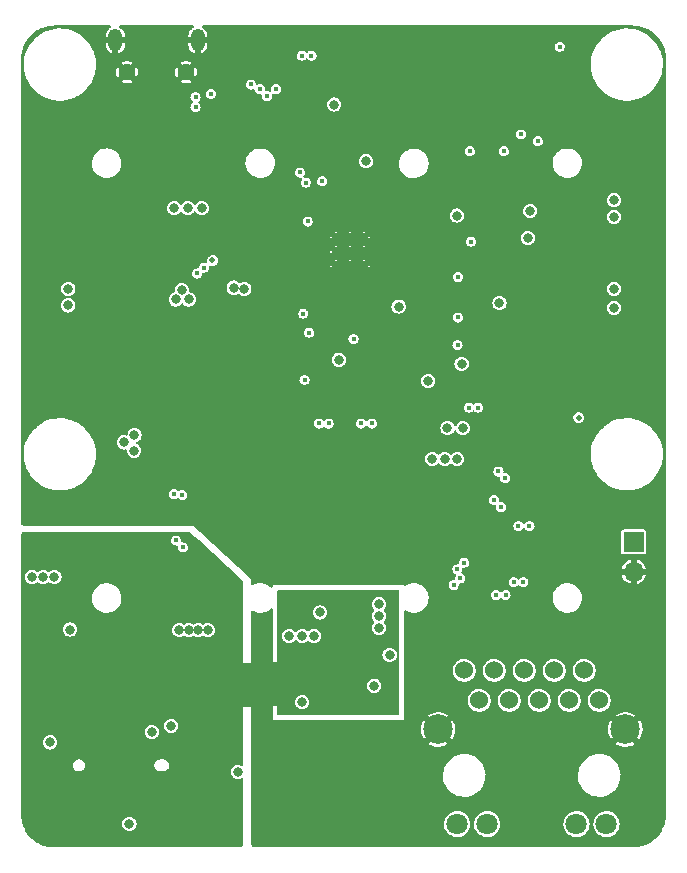
<source format=gbr>
%TF.GenerationSoftware,KiCad,Pcbnew,(5.99.0-8910-g624a231cc0)*%
%TF.CreationDate,2021-03-02T10:35:15+01:00*%
%TF.ProjectId,MainBoard,4d61696e-426f-4617-9264-2e6b69636164,rev?*%
%TF.SameCoordinates,PXa344e00PY7102aa0*%
%TF.FileFunction,Copper,L2,Inr*%
%TF.FilePolarity,Positive*%
%FSLAX46Y46*%
G04 Gerber Fmt 4.6, Leading zero omitted, Abs format (unit mm)*
G04 Created by KiCad (PCBNEW (5.99.0-8910-g624a231cc0)) date 2021-03-02 10:35:15*
%MOMM*%
%LPD*%
G01*
G04 APERTURE LIST*
%TA.AperFunction,ComponentPad*%
%ADD10R,1.700000X1.700000*%
%TD*%
%TA.AperFunction,ComponentPad*%
%ADD11O,1.700000X1.700000*%
%TD*%
%TA.AperFunction,ComponentPad*%
%ADD12O,1.200000X1.900000*%
%TD*%
%TA.AperFunction,ComponentPad*%
%ADD13C,1.450000*%
%TD*%
%TA.AperFunction,ComponentPad*%
%ADD14C,1.524000*%
%TD*%
%TA.AperFunction,ComponentPad*%
%ADD15C,1.800000*%
%TD*%
%TA.AperFunction,ComponentPad*%
%ADD16C,2.500000*%
%TD*%
%TA.AperFunction,ComponentPad*%
%ADD17O,1.700000X1.200000*%
%TD*%
%TA.AperFunction,ComponentPad*%
%ADD18O,1.350000X0.950000*%
%TD*%
%TA.AperFunction,ComponentPad*%
%ADD19C,0.500000*%
%TD*%
%TA.AperFunction,ViaPad*%
%ADD20C,0.800000*%
%TD*%
%TA.AperFunction,ViaPad*%
%ADD21C,0.450000*%
%TD*%
%TA.AperFunction,ViaPad*%
%ADD22C,0.500000*%
%TD*%
%TA.AperFunction,Conductor*%
%ADD23C,0.800000*%
%TD*%
G04 APERTURE END LIST*
D10*
%TO.N,/CM4/n_eeprom_en*%
%TO.C,J6*%
X52170000Y26075000D03*
D11*
%TO.N,GND*%
X52170000Y23535000D03*
%TD*%
D12*
%TO.N,GND*%
%TO.C,J7*%
X15270000Y68547500D03*
D13*
X9270000Y65847500D03*
D12*
X8270000Y68547500D03*
D13*
X14270000Y65847500D03*
%TD*%
D14*
%TO.N,/CM4/TRD0+*%
%TO.C,U3*%
X37820000Y15190000D03*
%TO.N,/CM4/TRD0-*%
X39090000Y12650000D03*
%TO.N,/CM4/TRD1+*%
X40360000Y15190000D03*
%TO.N,/CM4/TRD1-*%
X41630000Y12650000D03*
%TO.N,Net-(C1-Pad1)*%
X42900000Y15190000D03*
X44170000Y12650000D03*
%TO.N,/CM4/TRD2+*%
X45440000Y15190000D03*
%TO.N,/CM4/TRD2-*%
X46710000Y12650000D03*
%TO.N,/CM4/TRD3+*%
X47980000Y15190000D03*
%TO.N,/CM4/TRD3-*%
X49250000Y12650000D03*
D15*
%TO.N,+3V3*%
X37210000Y2190000D03*
%TO.N,Net-(R1-Pad2)*%
X39750000Y2190000D03*
%TO.N,+3V3*%
X47320000Y2190000D03*
%TO.N,Net-(R2-Pad2)*%
X49860000Y2190000D03*
D16*
%TO.N,GND*%
X35610000Y10190000D03*
X51460000Y10190000D03*
%TD*%
D17*
%TO.N,GND*%
%TO.C,J1*%
X12800000Y8870000D03*
X4600000Y2730000D03*
D18*
X4925000Y5800000D03*
D17*
X4600000Y8870000D03*
X12800000Y2730000D03*
D18*
X12475000Y5800000D03*
%TD*%
D19*
%TO.N,GND*%
%TO.C,U4*%
X26950000Y49460000D03*
X28150000Y49460000D03*
X29350000Y50660000D03*
X29350000Y49460000D03*
X28150000Y51860000D03*
X29350000Y51860000D03*
X26950000Y50660000D03*
X26950000Y51860000D03*
X28150000Y50660000D03*
%TD*%
D20*
%TO.N,GND*%
X25620006Y51201893D03*
D21*
X21300000Y36050000D03*
D20*
X770000Y36200000D03*
X6420000Y27900000D03*
X1500000Y1500000D03*
X31920000Y33000000D03*
X25600000Y52500000D03*
X31300000Y42650000D03*
X54270000Y49200000D03*
X27800000Y56400000D03*
X6070000Y1200000D03*
X23500000Y20600000D03*
X13475000Y50400000D03*
X17770000Y69200000D03*
X48770000Y69200000D03*
X54270000Y42200000D03*
X39920000Y33200000D03*
D21*
X19900000Y34975000D03*
D20*
X15500000Y25100000D03*
X7900000Y16600000D03*
X54270000Y10700000D03*
X770000Y42200000D03*
X5270000Y25800000D03*
X18470000Y8200000D03*
X1520000Y13700000D03*
X18420000Y18300000D03*
X770000Y30200000D03*
X24970000Y33000000D03*
X25620006Y49501893D03*
X30700000Y51100000D03*
X14800000Y43000000D03*
X18570000Y14900000D03*
D21*
X37100000Y50200000D03*
D20*
X770000Y49200000D03*
X19200000Y52393378D03*
X6800000Y10100000D03*
X37300000Y43900000D03*
X28150316Y47850010D03*
X43270000Y1200000D03*
X25600000Y48300000D03*
X17470000Y15300000D03*
X53770000Y2200000D03*
X25930000Y53660000D03*
X35000000Y35700000D03*
X17000000Y1700000D03*
X29552466Y47850010D03*
X29418077Y53651016D03*
X1520000Y11450000D03*
X1470000Y15600000D03*
X30700000Y52400000D03*
X41350000Y41750000D03*
X24200000Y15100000D03*
X36520000Y66950000D03*
D21*
X10345000Y32300000D03*
D20*
X54270000Y20200000D03*
X54270000Y55200000D03*
X770000Y55200000D03*
X1400000Y8000000D03*
X30700000Y48300000D03*
X18570000Y13700000D03*
X28600000Y39600000D03*
X9720000Y21850000D03*
X1070000Y28000000D03*
X28770000Y66950000D03*
X4520000Y21700000D03*
X33770000Y66950000D03*
X28070000Y32950000D03*
X19200000Y49000000D03*
X20770000Y1200000D03*
X20770000Y8200000D03*
X17420000Y23500000D03*
X17370000Y6400000D03*
X30700000Y49500000D03*
X28600000Y15100000D03*
D21*
X41700000Y20750000D03*
D20*
X29270000Y1200000D03*
X22500000Y59200000D03*
X770000Y62200000D03*
X44500000Y21650000D03*
X35700000Y57300000D03*
X26270000Y66950000D03*
X9500000Y16600000D03*
X11220000Y20950000D03*
X38900000Y54100000D03*
X54270000Y36700000D03*
X18620000Y20950000D03*
X54270000Y62200000D03*
X39725000Y47325000D03*
X5370000Y23900000D03*
X41000000Y53900000D03*
X9770000Y36700000D03*
X41670000Y57650000D03*
X42900000Y13600000D03*
X17470000Y14300000D03*
X27770000Y53700000D03*
X26639385Y47850010D03*
X12300000Y1400000D03*
X17470000Y13300000D03*
X44600000Y51100000D03*
X31270000Y66950000D03*
X31500000Y39050000D03*
D21*
X38600000Y20500000D03*
%TO.N,/CM4/USB-*%
X15070000Y63725000D03*
X20508311Y64410256D03*
%TO.N,/CM4/USB+*%
X15070000Y62875000D03*
X21109353Y63809214D03*
%TO.N,/CM4/OTG_ID*%
X16370000Y64000000D03*
X19770000Y64800000D03*
%TO.N,/CM4/TRD3+*%
X42825000Y22650000D03*
%TO.N,/CM4/TRD1+*%
X37809074Y24319435D03*
%TO.N,/CM4/TRD3-*%
X42015000Y22650000D03*
%TO.N,/CM4/TRD1-*%
X37236316Y23746677D03*
%TO.N,/CM4/TRD2+*%
X41325000Y21566010D03*
%TO.N,/CM4/TRD0+*%
X37491379Y22978518D03*
%TO.N,/CM4/TRD2-*%
X40515000Y21566010D03*
%TO.N,/CM4/TRD0-*%
X36918621Y22405760D03*
%TO.N,/PCIe_sata/TX00+*%
X43340000Y27440000D03*
%TO.N,/PCIe_sata/TX01+*%
X41286379Y31463621D03*
%TO.N,/PCIe_sata/TX02+*%
X30000000Y36100000D03*
%TO.N,/PCIe_sata/TX03+*%
X13982031Y25604427D03*
%TO.N,/PCIe_sata/TX00-*%
X42410000Y27440000D03*
%TO.N,/PCIe_sata/TX01-*%
X40713621Y32036379D03*
%TO.N,/PCIe_sata/TX02-*%
X29100000Y36100000D03*
%TO.N,/PCIe_sata/TX03-*%
X13395131Y26191327D03*
%TO.N,/PCIe_sata/RX00-*%
X40944869Y29008673D03*
%TO.N,/PCIe_sata/RX01-*%
X39005000Y37450000D03*
%TO.N,/PCIe_sata/RX02-*%
X26335000Y36100000D03*
%TO.N,/PCIe_sata/RX03-*%
X13950000Y30050000D03*
%TO.N,/PCIe_sata/RX00+*%
X40357969Y29595573D03*
%TO.N,/PCIe_sata/RX01+*%
X38195000Y37450000D03*
%TO.N,/PCIe_sata/RX02+*%
X25525000Y36100000D03*
%TO.N,/PCIe_sata/RX03+*%
X13250000Y30100000D03*
%TO.N,/PCIe_sata/VAA2_0*%
X38400000Y51500000D03*
%TO.N,/PCIe_sata/VAA2_1*%
X37300000Y48525000D03*
%TO.N,/PCIe_sata/AVDD0*%
X25800000Y56600000D03*
%TO.N,+3V3*%
X45900000Y68000000D03*
D20*
X34770000Y39700000D03*
D22*
X16500000Y49900000D03*
X47500000Y36600000D03*
D20*
X37600000Y41150000D03*
X36400000Y35700000D03*
D21*
%TO.N,/PCIe_sata/VAA2_2*%
X28450000Y43250000D03*
%TO.N,/PCIe_sata/VAA2_3*%
X24700000Y43800000D03*
D20*
%TO.N,+1V0*%
X30600000Y19800000D03*
X14500000Y46600000D03*
X13900000Y47400000D03*
X31500000Y16500000D03*
X13400000Y46600000D03*
X24100000Y12500000D03*
X30600000Y18800000D03*
X30600000Y20800000D03*
%TO.N,+1V8*%
X26800000Y63100000D03*
X37700000Y35700000D03*
X27200000Y41500000D03*
X43200000Y51800000D03*
X40800000Y46300000D03*
X43400000Y54100000D03*
%TO.N,+12V*%
X50500000Y53600000D03*
X24100000Y18100000D03*
X14420000Y54350000D03*
X15605000Y54335000D03*
X16100000Y18600000D03*
X50500000Y55000000D03*
X23000000Y18100000D03*
X15300000Y18600000D03*
X13255000Y54335000D03*
X25100000Y18100000D03*
X13700000Y18600000D03*
X14500000Y18600000D03*
%TO.N,+5V*%
X4300000Y46100000D03*
X50500000Y47500000D03*
X18670000Y6600000D03*
X50500000Y45900000D03*
X37220000Y33100000D03*
X3120000Y23100000D03*
X9900000Y35100000D03*
X35120000Y33100000D03*
X9870000Y33800000D03*
X2170000Y23100000D03*
X36170000Y33100000D03*
X2770000Y9100000D03*
X1220000Y23100000D03*
X4300000Y47500000D03*
X9000000Y34500000D03*
D21*
%TO.N,/CM4/PCIE_nRST*%
X21870000Y64400000D03*
X24560000Y53200000D03*
%TO.N,/CM4/PCIE_TX_P*%
X24075000Y67250000D03*
X23900000Y57350000D03*
%TO.N,/CM4/PCIE_TX_N*%
X24885000Y67250000D03*
X24400000Y56500000D03*
%TO.N,/PCIe_sata/led1*%
X15800000Y49300000D03*
X44050000Y60000000D03*
%TO.N,/PCIe_sata/led2*%
X15200000Y48800000D03*
X42650000Y60575000D03*
%TO.N,/PCIe_sata/led3*%
X41175000Y59150000D03*
X37250000Y42725000D03*
%TO.N,/PCIe_sata/led4*%
X38300000Y59150000D03*
X37275000Y45075000D03*
%TO.N,/PCIe_sata/SPI_DO*%
X24300000Y39800000D03*
X24200000Y45400000D03*
D20*
%TO.N,Net-(C61-Pad1)*%
X4438967Y18651273D03*
X13000000Y10500000D03*
%TO.N,/Power/CC1*%
X9470000Y2200000D03*
X11370000Y9975000D03*
%TO.N,VDD*%
X29500000Y58300000D03*
X18300000Y47600000D03*
X37200000Y53700000D03*
X19200000Y47500000D03*
X32262686Y46002012D03*
%TO.N,Net-(C84-Pad1)*%
X30200000Y13900000D03*
X25600000Y20100000D03*
%TD*%
D23*
%TO.N,GND*%
X17420000Y23500000D02*
X17420000Y23520000D01*
%TD*%
%TA.AperFunction,Conductor*%
%TO.N,GND*%
G36*
X31400000Y17092335D02*
G01*
X31351473Y17085946D01*
X31343285Y17084868D01*
X31197250Y17024378D01*
X31071847Y16928153D01*
X30975622Y16802750D01*
X30915132Y16656715D01*
X30894500Y16500000D01*
X30915132Y16343285D01*
X30975622Y16197250D01*
X31071847Y16071847D01*
X31197250Y15975622D01*
X31343285Y15915132D01*
X31351473Y15914054D01*
X31400000Y15907665D01*
X31400000Y11725000D01*
X22100000Y11725000D01*
X22100000Y12500000D01*
X23494500Y12500000D01*
X23515132Y12343285D01*
X23575622Y12197250D01*
X23671847Y12071847D01*
X23797250Y11975622D01*
X23943285Y11915132D01*
X24100000Y11894500D01*
X24108188Y11895578D01*
X24248527Y11914054D01*
X24256715Y11915132D01*
X24402750Y11975622D01*
X24528153Y12071847D01*
X24624378Y12197250D01*
X24684868Y12343285D01*
X24705500Y12500000D01*
X24684868Y12656715D01*
X24624378Y12802750D01*
X24528153Y12928153D01*
X24402750Y13024378D01*
X24256715Y13084868D01*
X24100000Y13105500D01*
X23943285Y13084868D01*
X23797250Y13024378D01*
X23671847Y12928153D01*
X23575622Y12802750D01*
X23515132Y12656715D01*
X23494500Y12500000D01*
X22100000Y12500000D01*
X22100000Y13900000D01*
X29594500Y13900000D01*
X29615132Y13743285D01*
X29675622Y13597250D01*
X29771847Y13471847D01*
X29897250Y13375622D01*
X30043285Y13315132D01*
X30200000Y13294500D01*
X30208188Y13295578D01*
X30348527Y13314054D01*
X30356715Y13315132D01*
X30502750Y13375622D01*
X30628153Y13471847D01*
X30724378Y13597250D01*
X30784868Y13743285D01*
X30805500Y13900000D01*
X30784868Y14056715D01*
X30724378Y14202750D01*
X30628153Y14328153D01*
X30502750Y14424378D01*
X30356715Y14484868D01*
X30200000Y14505500D01*
X30043285Y14484868D01*
X29897250Y14424378D01*
X29771847Y14328153D01*
X29675622Y14202750D01*
X29615132Y14056715D01*
X29594500Y13900000D01*
X22100000Y13900000D01*
X22100000Y18100000D01*
X22394500Y18100000D01*
X22415132Y17943285D01*
X22475622Y17797250D01*
X22571847Y17671847D01*
X22697250Y17575622D01*
X22843285Y17515132D01*
X23000000Y17494500D01*
X23008188Y17495578D01*
X23148527Y17514054D01*
X23156715Y17515132D01*
X23302750Y17575622D01*
X23428153Y17671847D01*
X23450037Y17700367D01*
X23507375Y17742234D01*
X23578246Y17746456D01*
X23640149Y17711692D01*
X23649962Y17700368D01*
X23671847Y17671847D01*
X23797250Y17575622D01*
X23943285Y17515132D01*
X24100000Y17494500D01*
X24108188Y17495578D01*
X24248527Y17514054D01*
X24256715Y17515132D01*
X24402750Y17575622D01*
X24523296Y17668120D01*
X24589516Y17693720D01*
X24659065Y17679455D01*
X24676705Y17668120D01*
X24797250Y17575622D01*
X24943285Y17515132D01*
X25100000Y17494500D01*
X25108188Y17495578D01*
X25248527Y17514054D01*
X25256715Y17515132D01*
X25402750Y17575622D01*
X25528153Y17671847D01*
X25624378Y17797250D01*
X25684868Y17943285D01*
X25705500Y18100000D01*
X25684868Y18256715D01*
X25624378Y18402750D01*
X25528153Y18528153D01*
X25402750Y18624378D01*
X25256715Y18684868D01*
X25100000Y18705500D01*
X24943285Y18684868D01*
X24797250Y18624378D01*
X24790699Y18619351D01*
X24676704Y18531880D01*
X24610484Y18506280D01*
X24540935Y18520545D01*
X24523296Y18531880D01*
X24409301Y18619351D01*
X24402750Y18624378D01*
X24256715Y18684868D01*
X24100000Y18705500D01*
X23943285Y18684868D01*
X23797250Y18624378D01*
X23671847Y18528153D01*
X23666824Y18521607D01*
X23649963Y18499633D01*
X23592625Y18457766D01*
X23521754Y18453544D01*
X23459851Y18488308D01*
X23450037Y18499633D01*
X23433176Y18521607D01*
X23428153Y18528153D01*
X23302750Y18624378D01*
X23156715Y18684868D01*
X23000000Y18705500D01*
X22843285Y18684868D01*
X22697250Y18624378D01*
X22571847Y18528153D01*
X22475622Y18402750D01*
X22415132Y18256715D01*
X22394500Y18100000D01*
X22100000Y18100000D01*
X22100000Y20100000D01*
X24994500Y20100000D01*
X24995578Y20091812D01*
X25012360Y19964344D01*
X25015132Y19943285D01*
X25075622Y19797250D01*
X25171847Y19671847D01*
X25297250Y19575622D01*
X25443285Y19515132D01*
X25600000Y19494500D01*
X25608188Y19495578D01*
X25748527Y19514054D01*
X25756715Y19515132D01*
X25902750Y19575622D01*
X26028153Y19671847D01*
X26124378Y19797250D01*
X26184868Y19943285D01*
X26187641Y19964344D01*
X26204422Y20091812D01*
X26205500Y20100000D01*
X26187156Y20239338D01*
X26185946Y20248527D01*
X26184868Y20256715D01*
X26124378Y20402750D01*
X26028153Y20528153D01*
X25902750Y20624378D01*
X25756715Y20684868D01*
X25600000Y20705500D01*
X25443285Y20684868D01*
X25297250Y20624378D01*
X25171847Y20528153D01*
X25075622Y20402750D01*
X25015132Y20256715D01*
X25014054Y20248527D01*
X25012844Y20239338D01*
X24994500Y20100000D01*
X22100000Y20100000D01*
X22100000Y20800000D01*
X29994500Y20800000D01*
X30015132Y20643285D01*
X30075622Y20497250D01*
X30080649Y20490699D01*
X30168120Y20376704D01*
X30193720Y20310484D01*
X30179455Y20240935D01*
X30168120Y20223296D01*
X30075622Y20102750D01*
X30015132Y19956715D01*
X30014054Y19948527D01*
X30004816Y19878358D01*
X29994500Y19800000D01*
X30015132Y19643285D01*
X30075622Y19497250D01*
X30080649Y19490699D01*
X30168120Y19376704D01*
X30193720Y19310484D01*
X30179455Y19240935D01*
X30168120Y19223296D01*
X30075622Y19102750D01*
X30015132Y18956715D01*
X29994500Y18800000D01*
X30015132Y18643285D01*
X30075622Y18497250D01*
X30171847Y18371847D01*
X30297250Y18275622D01*
X30443285Y18215132D01*
X30600000Y18194500D01*
X30608188Y18195578D01*
X30748527Y18214054D01*
X30756715Y18215132D01*
X30902750Y18275622D01*
X31028153Y18371847D01*
X31124378Y18497250D01*
X31184868Y18643285D01*
X31205500Y18800000D01*
X31184868Y18956715D01*
X31124378Y19102750D01*
X31031880Y19223296D01*
X31006280Y19289516D01*
X31020545Y19359065D01*
X31031880Y19376704D01*
X31119351Y19490699D01*
X31124378Y19497250D01*
X31184868Y19643285D01*
X31205500Y19800000D01*
X31195184Y19878358D01*
X31185946Y19948527D01*
X31184868Y19956715D01*
X31124378Y20102750D01*
X31031880Y20223296D01*
X31006280Y20289516D01*
X31020545Y20359065D01*
X31031880Y20376704D01*
X31119351Y20490699D01*
X31124378Y20497250D01*
X31184868Y20643285D01*
X31205500Y20800000D01*
X31184868Y20956715D01*
X31124378Y21102750D01*
X31028153Y21228153D01*
X30902750Y21324378D01*
X30756715Y21384868D01*
X30600000Y21405500D01*
X30443285Y21384868D01*
X30297250Y21324378D01*
X30171847Y21228153D01*
X30075622Y21102750D01*
X30015132Y20956715D01*
X29994500Y20800000D01*
X22100000Y20800000D01*
X22100000Y21994344D01*
X22126000Y22000000D01*
X31400000Y22000000D01*
X31400000Y17092335D01*
G37*
%TD.AperFunction*%
%TD*%
%TA.AperFunction,Conductor*%
%TO.N,GND*%
G36*
X14411766Y26948285D02*
G01*
X14493596Y26932853D01*
X14527764Y26919491D01*
X14598363Y26875308D01*
X14612994Y26864129D01*
X15333261Y26199024D01*
X18986057Y22825982D01*
X18999525Y22810691D01*
X19052841Y22735852D01*
X19069104Y22698722D01*
X19076897Y22661549D01*
X19087957Y22608788D01*
X19090063Y22588525D01*
X19095567Y10077000D01*
X19096823Y7221193D01*
X19077941Y7162993D01*
X19028457Y7127008D01*
X18967272Y7126981D01*
X18959945Y7129682D01*
X18826715Y7184868D01*
X18670000Y7205500D01*
X18513285Y7184868D01*
X18367250Y7124378D01*
X18241847Y7028153D01*
X18145622Y6902750D01*
X18085132Y6756715D01*
X18064500Y6600000D01*
X18085132Y6443285D01*
X18145622Y6297250D01*
X18241847Y6171847D01*
X18367250Y6075622D01*
X18513285Y6015132D01*
X18670000Y5994500D01*
X18826715Y6015132D01*
X18960484Y6070541D01*
X19021480Y6075342D01*
X19073649Y6043373D01*
X19097064Y5986845D01*
X19097369Y5979121D01*
X19098656Y3055823D01*
X19099221Y1770522D01*
X19099765Y535971D01*
X19099776Y509884D01*
X19097882Y490568D01*
X19086180Y431623D01*
X19080817Y404606D01*
X19066044Y368907D01*
X19022896Y304293D01*
X18995586Y276971D01*
X18930991Y233794D01*
X18895299Y219006D01*
X18823723Y204764D01*
X18809344Y201903D01*
X18790025Y200000D01*
X3155947Y200000D01*
X3132488Y202820D01*
X3130264Y203362D01*
X3130259Y203363D01*
X3124817Y204690D01*
X3118395Y204775D01*
X2992613Y206437D01*
X2988372Y206584D01*
X2947484Y208879D01*
X2912312Y210855D01*
X2906817Y211318D01*
X2787492Y224763D01*
X2667817Y238248D01*
X2662320Y239024D01*
X2614643Y247124D01*
X2601238Y249402D01*
X2595812Y250480D01*
X2361296Y304007D01*
X2355936Y305390D01*
X2296372Y322550D01*
X2291106Y324229D01*
X2190449Y359450D01*
X2064119Y403655D01*
X2058931Y405635D01*
X2001666Y429355D01*
X1996597Y431623D01*
X1779917Y535971D01*
X1774984Y538520D01*
X1720753Y568492D01*
X1715970Y571313D01*
X1512340Y699263D01*
X1507722Y702349D01*
X1457174Y738215D01*
X1452737Y741554D01*
X1264721Y891492D01*
X1260479Y895074D01*
X1214282Y936358D01*
X1210246Y940173D01*
X1040172Y1110247D01*
X1036358Y1114282D01*
X995046Y1160510D01*
X991514Y1164693D01*
X841546Y1352747D01*
X838233Y1357148D01*
X802322Y1407760D01*
X799277Y1412318D01*
X671305Y1615983D01*
X668499Y1620741D01*
X638515Y1674994D01*
X635971Y1679916D01*
X591421Y1772425D01*
X531619Y1896605D01*
X529357Y1901661D01*
X505640Y1958920D01*
X503660Y1964107D01*
X424226Y2191116D01*
X422539Y2196408D01*
X421504Y2200000D01*
X8864500Y2200000D01*
X8885132Y2043285D01*
X8945622Y1897250D01*
X9041847Y1771847D01*
X9167250Y1675622D01*
X9313285Y1615132D01*
X9470000Y1594500D01*
X9626715Y1615132D01*
X9772750Y1675622D01*
X9898153Y1771847D01*
X9994378Y1897250D01*
X10054868Y2043285D01*
X10075500Y2200000D01*
X10072124Y2225647D01*
X10055715Y2350279D01*
X10054868Y2356715D01*
X9994378Y2502750D01*
X9898153Y2628153D01*
X9772750Y2724378D01*
X9626715Y2784868D01*
X9470000Y2805500D01*
X9313285Y2784868D01*
X9167250Y2724378D01*
X9041847Y2628153D01*
X8945622Y2502750D01*
X8885132Y2356715D01*
X8884285Y2350279D01*
X8867877Y2225647D01*
X8864500Y2200000D01*
X421504Y2200000D01*
X405390Y2255936D01*
X404003Y2261312D01*
X350486Y2495781D01*
X349403Y2501229D01*
X339026Y2562308D01*
X338249Y2567806D01*
X311318Y2806827D01*
X310852Y2812360D01*
X306584Y2888365D01*
X306437Y2892608D01*
X304766Y3019068D01*
X304693Y3024625D01*
X302779Y3032533D01*
X300000Y3055823D01*
X300000Y7156176D01*
X4694538Y7156176D01*
X4695453Y7149178D01*
X4699213Y7120427D01*
X4713121Y7014061D01*
X4715962Y7007605D01*
X4715962Y7007604D01*
X4759834Y6907899D01*
X4770845Y6882874D01*
X4863068Y6773162D01*
X4868939Y6769254D01*
X4868940Y6769253D01*
X4901581Y6747526D01*
X4982377Y6693743D01*
X4989104Y6691641D01*
X4989107Y6691640D01*
X5112448Y6653106D01*
X5112449Y6653106D01*
X5119180Y6651003D01*
X5190830Y6649690D01*
X5255427Y6648505D01*
X5255429Y6648505D01*
X5262481Y6648376D01*
X5269284Y6650231D01*
X5269286Y6650231D01*
X5322789Y6664818D01*
X5400758Y6686075D01*
X5522897Y6761069D01*
X5619078Y6867328D01*
X5681570Y6996311D01*
X5684557Y7014061D01*
X5695885Y7081396D01*
X11574177Y7081396D01*
X11576114Y7074620D01*
X11576114Y7074617D01*
X11611624Y6950369D01*
X11613562Y6943589D01*
X11617325Y6937625D01*
X11664978Y6862100D01*
X11690042Y6822375D01*
X11797469Y6727499D01*
X11927206Y6666588D01*
X12036955Y6649500D01*
X12359914Y6649500D01*
X12363404Y6650000D01*
X12363407Y6650000D01*
X12459894Y6663818D01*
X12466877Y6664818D01*
X12473295Y6667736D01*
X12473298Y6667737D01*
X12590927Y6721220D01*
X12590928Y6721220D01*
X12597349Y6724140D01*
X12705926Y6817697D01*
X12783882Y6937967D01*
X12803412Y7003269D01*
X12822926Y7068521D01*
X12824948Y7075282D01*
X12825823Y7218604D01*
X12822144Y7231479D01*
X12788376Y7349631D01*
X12788375Y7349633D01*
X12786438Y7356411D01*
X12709958Y7477625D01*
X12602531Y7572501D01*
X12472794Y7633412D01*
X12363045Y7650500D01*
X12040086Y7650500D01*
X12036596Y7650000D01*
X12036593Y7650000D01*
X11949421Y7637516D01*
X11933123Y7635182D01*
X11926705Y7632264D01*
X11926702Y7632263D01*
X11809073Y7578780D01*
X11802651Y7575860D01*
X11694074Y7482303D01*
X11616118Y7362033D01*
X11575052Y7224718D01*
X11574177Y7081396D01*
X5695885Y7081396D01*
X5704715Y7133880D01*
X5704715Y7133883D01*
X5705349Y7137650D01*
X5705500Y7150000D01*
X5685182Y7291877D01*
X5625860Y7422349D01*
X5532303Y7530926D01*
X5412033Y7608882D01*
X5405275Y7610903D01*
X5405273Y7610904D01*
X5281479Y7647926D01*
X5274718Y7649948D01*
X5188694Y7650473D01*
X5138448Y7650780D01*
X5131396Y7650823D01*
X5124620Y7648886D01*
X5124617Y7648886D01*
X5000369Y7613376D01*
X5000367Y7613375D01*
X4993589Y7611438D01*
X4872375Y7534958D01*
X4777499Y7427531D01*
X4716588Y7297794D01*
X4694538Y7156176D01*
X300000Y7156176D01*
X300000Y9100000D01*
X2164500Y9100000D01*
X2185132Y8943285D01*
X2245622Y8797250D01*
X2341847Y8671847D01*
X2467250Y8575622D01*
X2613285Y8515132D01*
X2770000Y8494500D01*
X2926715Y8515132D01*
X3072750Y8575622D01*
X3198153Y8671847D01*
X3294378Y8797250D01*
X3354868Y8943285D01*
X3375500Y9100000D01*
X3354868Y9256715D01*
X3294378Y9402750D01*
X3198153Y9528153D01*
X3072750Y9624378D01*
X2926715Y9684868D01*
X2770000Y9705500D01*
X2613285Y9684868D01*
X2467250Y9624378D01*
X2341847Y9528153D01*
X2245622Y9402750D01*
X2185132Y9256715D01*
X2164500Y9100000D01*
X300000Y9100000D01*
X300000Y9975000D01*
X10764500Y9975000D01*
X10785132Y9818285D01*
X10845622Y9672250D01*
X10941847Y9546847D01*
X11067250Y9450622D01*
X11213285Y9390132D01*
X11370000Y9369500D01*
X11526715Y9390132D01*
X11672750Y9450622D01*
X11798153Y9546847D01*
X11894378Y9672250D01*
X11954868Y9818285D01*
X11975500Y9975000D01*
X11954868Y10131715D01*
X11894378Y10277750D01*
X11798153Y10403153D01*
X11672750Y10499378D01*
X11671248Y10500000D01*
X12394500Y10500000D01*
X12415132Y10343285D01*
X12475622Y10197250D01*
X12571847Y10071847D01*
X12697250Y9975622D01*
X12843285Y9915132D01*
X13000000Y9894500D01*
X13156715Y9915132D01*
X13302750Y9975622D01*
X13428153Y10071847D01*
X13524378Y10197250D01*
X13584868Y10343285D01*
X13605500Y10500000D01*
X13584868Y10656715D01*
X13524378Y10802750D01*
X13428153Y10928153D01*
X13302750Y11024378D01*
X13156715Y11084868D01*
X13000000Y11105500D01*
X12843285Y11084868D01*
X12697250Y11024378D01*
X12571847Y10928153D01*
X12475622Y10802750D01*
X12415132Y10656715D01*
X12394500Y10500000D01*
X11671248Y10500000D01*
X11526715Y10559868D01*
X11370000Y10580500D01*
X11213285Y10559868D01*
X11067250Y10499378D01*
X10941847Y10403153D01*
X10845622Y10277750D01*
X10785132Y10131715D01*
X10764500Y9975000D01*
X300000Y9975000D01*
X300000Y18651273D01*
X3833467Y18651273D01*
X3854099Y18494558D01*
X3914589Y18348523D01*
X4010814Y18223120D01*
X4136217Y18126895D01*
X4282252Y18066405D01*
X4438967Y18045773D01*
X4595682Y18066405D01*
X4741717Y18126895D01*
X4867120Y18223120D01*
X4963345Y18348523D01*
X5023835Y18494558D01*
X5037717Y18600000D01*
X13094500Y18600000D01*
X13115132Y18443285D01*
X13175622Y18297250D01*
X13271847Y18171847D01*
X13397250Y18075622D01*
X13543285Y18015132D01*
X13700000Y17994500D01*
X13856715Y18015132D01*
X14002750Y18075622D01*
X14039733Y18104000D01*
X14097409Y18124424D01*
X14160267Y18104000D01*
X14197250Y18075622D01*
X14343285Y18015132D01*
X14500000Y17994500D01*
X14656715Y18015132D01*
X14802750Y18075622D01*
X14839733Y18104000D01*
X14897409Y18124424D01*
X14960267Y18104000D01*
X14997250Y18075622D01*
X15143285Y18015132D01*
X15300000Y17994500D01*
X15456715Y18015132D01*
X15602750Y18075622D01*
X15639733Y18104000D01*
X15697409Y18124424D01*
X15760267Y18104000D01*
X15797250Y18075622D01*
X15943285Y18015132D01*
X16100000Y17994500D01*
X16256715Y18015132D01*
X16402750Y18075622D01*
X16528153Y18171847D01*
X16624378Y18297250D01*
X16684868Y18443285D01*
X16705500Y18600000D01*
X16684868Y18756715D01*
X16624378Y18902750D01*
X16528153Y19028153D01*
X16402750Y19124378D01*
X16256715Y19184868D01*
X16100000Y19205500D01*
X15943285Y19184868D01*
X15797250Y19124378D01*
X15792101Y19120427D01*
X15760267Y19096000D01*
X15702591Y19075576D01*
X15639733Y19096000D01*
X15607899Y19120427D01*
X15602750Y19124378D01*
X15456715Y19184868D01*
X15300000Y19205500D01*
X15143285Y19184868D01*
X14997250Y19124378D01*
X14992101Y19120427D01*
X14960267Y19096000D01*
X14902591Y19075576D01*
X14839733Y19096000D01*
X14807899Y19120427D01*
X14802750Y19124378D01*
X14656715Y19184868D01*
X14500000Y19205500D01*
X14343285Y19184868D01*
X14197250Y19124378D01*
X14192101Y19120427D01*
X14160267Y19096000D01*
X14102591Y19075576D01*
X14039733Y19096000D01*
X14007899Y19120427D01*
X14002750Y19124378D01*
X13856715Y19184868D01*
X13700000Y19205500D01*
X13543285Y19184868D01*
X13397250Y19124378D01*
X13271847Y19028153D01*
X13175622Y18902750D01*
X13115132Y18756715D01*
X13094500Y18600000D01*
X5037717Y18600000D01*
X5044467Y18651273D01*
X5023835Y18807988D01*
X4963345Y18954023D01*
X4867120Y19079426D01*
X4741717Y19175651D01*
X4595682Y19236141D01*
X4438967Y19256773D01*
X4282252Y19236141D01*
X4136217Y19175651D01*
X4010814Y19079426D01*
X3914589Y18954023D01*
X3854099Y18807988D01*
X3833467Y18651273D01*
X300000Y18651273D01*
X300000Y21290564D01*
X6285120Y21290564D01*
X6311936Y21068967D01*
X6377569Y20855621D01*
X6479946Y20657269D01*
X6615830Y20480182D01*
X6619086Y20477219D01*
X6619089Y20477216D01*
X6722890Y20382765D01*
X6780926Y20329957D01*
X6970015Y20211341D01*
X7177121Y20128085D01*
X7181438Y20127191D01*
X7392140Y20083556D01*
X7392146Y20083555D01*
X7395696Y20082820D01*
X7453279Y20079500D01*
X7596025Y20079500D01*
X7598219Y20079696D01*
X7598223Y20079696D01*
X7757939Y20093950D01*
X7757940Y20093950D01*
X7762330Y20094342D01*
X7766578Y20095504D01*
X7766583Y20095505D01*
X7893138Y20130127D01*
X7977632Y20153242D01*
X7981609Y20155139D01*
X7981612Y20155140D01*
X8175123Y20247440D01*
X8175128Y20247443D01*
X8179101Y20249338D01*
X8360370Y20379593D01*
X8454974Y20477216D01*
X8512639Y20536722D01*
X8515707Y20539888D01*
X8640203Y20725158D01*
X8641971Y20729185D01*
X8641974Y20729191D01*
X8728154Y20925518D01*
X8729923Y20929547D01*
X8782031Y21146593D01*
X8794880Y21369436D01*
X8768064Y21591033D01*
X8702431Y21804379D01*
X8600054Y22002731D01*
X8464170Y22179818D01*
X8460914Y22182781D01*
X8460911Y22182784D01*
X8302328Y22327082D01*
X8299074Y22330043D01*
X8109985Y22448659D01*
X7902879Y22531915D01*
X7891945Y22534179D01*
X7687860Y22576444D01*
X7687854Y22576445D01*
X7684304Y22577180D01*
X7626721Y22580500D01*
X7483975Y22580500D01*
X7481781Y22580304D01*
X7481777Y22580304D01*
X7322061Y22566050D01*
X7322060Y22566050D01*
X7317670Y22565658D01*
X7313422Y22564496D01*
X7313417Y22564495D01*
X7197594Y22532809D01*
X7102368Y22506758D01*
X7098391Y22504861D01*
X7098388Y22504860D01*
X6904877Y22412560D01*
X6904872Y22412557D01*
X6900899Y22410662D01*
X6719630Y22280407D01*
X6716557Y22277236D01*
X6716556Y22277235D01*
X6622152Y22179818D01*
X6564293Y22120112D01*
X6439797Y21934842D01*
X6438029Y21930815D01*
X6438026Y21930809D01*
X6384908Y21809802D01*
X6350077Y21730453D01*
X6297969Y21513407D01*
X6285120Y21290564D01*
X300000Y21290564D01*
X300000Y23100000D01*
X614500Y23100000D01*
X635132Y22943285D01*
X695622Y22797250D01*
X791847Y22671847D01*
X917250Y22575622D01*
X1063285Y22515132D01*
X1220000Y22494500D01*
X1376715Y22515132D01*
X1522750Y22575622D01*
X1565973Y22608788D01*
X1634733Y22661549D01*
X1692409Y22681973D01*
X1755267Y22661549D01*
X1824027Y22608788D01*
X1867250Y22575622D01*
X2013285Y22515132D01*
X2170000Y22494500D01*
X2326715Y22515132D01*
X2472750Y22575622D01*
X2515973Y22608788D01*
X2584733Y22661549D01*
X2642409Y22681973D01*
X2705267Y22661549D01*
X2774027Y22608788D01*
X2817250Y22575622D01*
X2963285Y22515132D01*
X3120000Y22494500D01*
X3276715Y22515132D01*
X3422750Y22575622D01*
X3548153Y22671847D01*
X3644378Y22797250D01*
X3704868Y22943285D01*
X3725500Y23100000D01*
X3704868Y23256715D01*
X3644378Y23402750D01*
X3548153Y23528153D01*
X3422750Y23624378D01*
X3276715Y23684868D01*
X3120000Y23705500D01*
X2963285Y23684868D01*
X2817250Y23624378D01*
X2812101Y23620427D01*
X2705267Y23538451D01*
X2647591Y23518027D01*
X2584733Y23538451D01*
X2477899Y23620427D01*
X2472750Y23624378D01*
X2326715Y23684868D01*
X2170000Y23705500D01*
X2013285Y23684868D01*
X1867250Y23624378D01*
X1862101Y23620427D01*
X1755267Y23538451D01*
X1697591Y23518027D01*
X1634733Y23538451D01*
X1527899Y23620427D01*
X1522750Y23624378D01*
X1376715Y23684868D01*
X1220000Y23705500D01*
X1063285Y23684868D01*
X917250Y23624378D01*
X791847Y23528153D01*
X695622Y23402750D01*
X635132Y23256715D01*
X614500Y23100000D01*
X300000Y23100000D01*
X300000Y26191327D01*
X12964631Y26191327D01*
X12985701Y26058295D01*
X12989237Y26051356D01*
X12989237Y26051355D01*
X13039500Y25952709D01*
X13046849Y25938285D01*
X13142089Y25843045D01*
X13149026Y25839510D01*
X13149028Y25839509D01*
X13255159Y25785433D01*
X13262099Y25781897D01*
X13269793Y25780678D01*
X13269794Y25780678D01*
X13387434Y25762046D01*
X13395131Y25760827D01*
X13446380Y25768944D01*
X13506812Y25759373D01*
X13550077Y25716108D01*
X13559648Y25655676D01*
X13551531Y25604427D01*
X13572601Y25471395D01*
X13633749Y25351385D01*
X13728989Y25256145D01*
X13735926Y25252610D01*
X13735928Y25252609D01*
X13842059Y25198533D01*
X13848999Y25194997D01*
X13856693Y25193778D01*
X13856694Y25193778D01*
X13974334Y25175146D01*
X13982031Y25173927D01*
X13989728Y25175146D01*
X14107368Y25193778D01*
X14107369Y25193778D01*
X14115063Y25194997D01*
X14122003Y25198533D01*
X14228134Y25252609D01*
X14228136Y25252610D01*
X14235073Y25256145D01*
X14330313Y25351385D01*
X14391461Y25471395D01*
X14412531Y25604427D01*
X14391461Y25737459D01*
X14380295Y25759373D01*
X14333849Y25850530D01*
X14333848Y25850532D01*
X14330313Y25857469D01*
X14235073Y25952709D01*
X14228136Y25956244D01*
X14228134Y25956245D01*
X14122003Y26010321D01*
X14122002Y26010321D01*
X14115063Y26013857D01*
X14107369Y26015076D01*
X14107368Y26015076D01*
X13989728Y26033708D01*
X13982031Y26034927D01*
X13930782Y26026810D01*
X13870350Y26036381D01*
X13827085Y26079646D01*
X13817514Y26140078D01*
X13824412Y26183630D01*
X13825631Y26191327D01*
X13804561Y26324359D01*
X13743413Y26444369D01*
X13648173Y26539609D01*
X13641236Y26543144D01*
X13641234Y26543145D01*
X13535103Y26597221D01*
X13535102Y26597221D01*
X13528163Y26600757D01*
X13520469Y26601976D01*
X13520468Y26601976D01*
X13402828Y26620608D01*
X13395131Y26621827D01*
X13387434Y26620608D01*
X13269794Y26601976D01*
X13269793Y26601976D01*
X13262099Y26600757D01*
X13255160Y26597221D01*
X13255159Y26597221D01*
X13149028Y26543145D01*
X13149026Y26543144D01*
X13142089Y26539609D01*
X13046849Y26444369D01*
X12985701Y26324359D01*
X12964631Y26191327D01*
X300000Y26191327D01*
X300000Y26640248D01*
X301902Y26659561D01*
X318994Y26745491D01*
X333777Y26781180D01*
X376928Y26845759D01*
X404241Y26873072D01*
X417603Y26882001D01*
X468822Y26916224D01*
X504508Y26931006D01*
X549342Y26939924D01*
X590439Y26948098D01*
X609752Y26950000D01*
X14393420Y26950000D01*
X14411766Y26948285D01*
G37*
%TD.AperFunction*%
%TD*%
%TA.AperFunction,Conductor*%
%TO.N,GND*%
G36*
X52067512Y69797180D02*
G01*
X52069736Y69796638D01*
X52069741Y69796637D01*
X52075183Y69795310D01*
X52080785Y69795236D01*
X52207386Y69793563D01*
X52211629Y69793416D01*
X52287660Y69789146D01*
X52293193Y69788680D01*
X52422714Y69774087D01*
X52532217Y69761749D01*
X52537669Y69760979D01*
X52598769Y69750597D01*
X52604197Y69749518D01*
X52838699Y69695994D01*
X52844057Y69694612D01*
X52859855Y69690061D01*
X52903610Y69677455D01*
X52908901Y69675768D01*
X53135894Y69596339D01*
X53141082Y69594359D01*
X53198337Y69570643D01*
X53203405Y69568375D01*
X53306271Y69518838D01*
X53420089Y69464026D01*
X53424997Y69461491D01*
X53436266Y69455263D01*
X53479235Y69431515D01*
X53484013Y69428697D01*
X53687681Y69300724D01*
X53692257Y69297666D01*
X53715497Y69281176D01*
X53742825Y69261785D01*
X53747261Y69258447D01*
X53935283Y69108504D01*
X53939525Y69104922D01*
X53985723Y69063637D01*
X53989759Y69059822D01*
X54159822Y68889759D01*
X54163637Y68885723D01*
X54204934Y68839511D01*
X54208516Y68835269D01*
X54297579Y68723589D01*
X54342503Y68667256D01*
X54358442Y68647269D01*
X54361782Y68642831D01*
X54397654Y68592273D01*
X54400739Y68587656D01*
X54528680Y68384040D01*
X54531500Y68379259D01*
X54561488Y68325002D01*
X54564038Y68320066D01*
X54668378Y68103400D01*
X54670640Y68098346D01*
X54693517Y68043118D01*
X54694357Y68041089D01*
X54696337Y68035901D01*
X54775770Y67808895D01*
X54777457Y67803604D01*
X54794613Y67744054D01*
X54796000Y67738677D01*
X54849514Y67504218D01*
X54850597Y67498771D01*
X54860975Y67437690D01*
X54861752Y67432191D01*
X54888681Y67193178D01*
X54889147Y67187645D01*
X54893416Y67111634D01*
X54893563Y67107391D01*
X54895307Y66975375D01*
X54897212Y66967506D01*
X54897221Y66967469D01*
X54900000Y66944177D01*
X54900000Y3055950D01*
X54897181Y3032494D01*
X54896637Y3030262D01*
X54895309Y3024816D01*
X54895235Y3019213D01*
X54893562Y2892600D01*
X54893415Y2888357D01*
X54889147Y2812352D01*
X54888680Y2806818D01*
X54861749Y2567806D01*
X54860973Y2562309D01*
X54850596Y2501231D01*
X54849513Y2495784D01*
X54796002Y2261335D01*
X54794615Y2255957D01*
X54777450Y2196376D01*
X54775764Y2191086D01*
X54696351Y1964134D01*
X54694370Y1958945D01*
X54670636Y1901647D01*
X54668368Y1896578D01*
X54564037Y1679935D01*
X54561489Y1675003D01*
X54531489Y1620721D01*
X54528675Y1615951D01*
X54400735Y1412337D01*
X54397650Y1407720D01*
X54361790Y1357180D01*
X54358450Y1352742D01*
X54208502Y1164714D01*
X54204920Y1160472D01*
X54163647Y1114287D01*
X54159832Y1110251D01*
X53989739Y940158D01*
X53985724Y936362D01*
X53939511Y895064D01*
X53935293Y891503D01*
X53747253Y741546D01*
X53742831Y738218D01*
X53692263Y702338D01*
X53687682Y699277D01*
X53484019Y571306D01*
X53479306Y568526D01*
X53424991Y538507D01*
X53420059Y535959D01*
X53203422Y431632D01*
X53198353Y429364D01*
X53176206Y420190D01*
X53141053Y405629D01*
X53135877Y403654D01*
X52908899Y324231D01*
X52903620Y322548D01*
X52882026Y316327D01*
X52844045Y305386D01*
X52838670Y303999D01*
X52792656Y293497D01*
X52604172Y250477D01*
X52598783Y249406D01*
X52544437Y240172D01*
X52537690Y239026D01*
X52532193Y238250D01*
X52506099Y235310D01*
X52293177Y211319D01*
X52287698Y210856D01*
X52229149Y207568D01*
X52211617Y206584D01*
X52207374Y206437D01*
X52155876Y205757D01*
X52075376Y204694D01*
X52067468Y202780D01*
X52044178Y200001D01*
X25949888Y200000D01*
X20059752Y200000D01*
X20040439Y201902D01*
X19973644Y215188D01*
X19937956Y229970D01*
X19908875Y249401D01*
X19889596Y262283D01*
X19862282Y289597D01*
X19829970Y337956D01*
X19815188Y373644D01*
X19801902Y440439D01*
X19800000Y459752D01*
X19800000Y2087884D01*
X36109226Y2087884D01*
X36110104Y2083262D01*
X36110104Y2083257D01*
X36132721Y1964134D01*
X36148395Y1881575D01*
X36225870Y1686395D01*
X36251044Y1646955D01*
X36336316Y1513361D01*
X36336320Y1513356D01*
X36338854Y1509386D01*
X36483272Y1356936D01*
X36487102Y1354189D01*
X36487103Y1354188D01*
X36581270Y1286646D01*
X36653911Y1234544D01*
X36658192Y1232571D01*
X36658191Y1232571D01*
X36833265Y1151861D01*
X36844616Y1146628D01*
X36849183Y1145502D01*
X36849186Y1145501D01*
X36922705Y1127375D01*
X37048505Y1096359D01*
X37132927Y1092009D01*
X37253516Y1085794D01*
X37253521Y1085794D01*
X37258221Y1085552D01*
X37262882Y1086203D01*
X37262885Y1086203D01*
X37461530Y1113944D01*
X37461533Y1113945D01*
X37466197Y1114596D01*
X37503628Y1127375D01*
X37660469Y1180921D01*
X37660472Y1180922D01*
X37664929Y1182444D01*
X37847246Y1286646D01*
X38006569Y1423444D01*
X38018873Y1438940D01*
X38134219Y1584210D01*
X38134221Y1584213D01*
X38137150Y1587902D01*
X38234277Y1774084D01*
X38294446Y1975274D01*
X38305785Y2087884D01*
X38649226Y2087884D01*
X38650104Y2083262D01*
X38650104Y2083257D01*
X38672721Y1964134D01*
X38688395Y1881575D01*
X38765870Y1686395D01*
X38791044Y1646955D01*
X38876316Y1513361D01*
X38876320Y1513356D01*
X38878854Y1509386D01*
X39023272Y1356936D01*
X39027102Y1354189D01*
X39027103Y1354188D01*
X39121270Y1286646D01*
X39193911Y1234544D01*
X39198192Y1232571D01*
X39198191Y1232571D01*
X39373265Y1151861D01*
X39384616Y1146628D01*
X39389183Y1145502D01*
X39389186Y1145501D01*
X39462705Y1127375D01*
X39588505Y1096359D01*
X39672927Y1092009D01*
X39793516Y1085794D01*
X39793521Y1085794D01*
X39798221Y1085552D01*
X39802882Y1086203D01*
X39802885Y1086203D01*
X40001530Y1113944D01*
X40001533Y1113945D01*
X40006197Y1114596D01*
X40043628Y1127375D01*
X40200469Y1180921D01*
X40200472Y1180922D01*
X40204929Y1182444D01*
X40387246Y1286646D01*
X40546569Y1423444D01*
X40558873Y1438940D01*
X40674219Y1584210D01*
X40674221Y1584213D01*
X40677150Y1587902D01*
X40774277Y1774084D01*
X40834446Y1975274D01*
X40845785Y2087884D01*
X46219226Y2087884D01*
X46220104Y2083262D01*
X46220104Y2083257D01*
X46242721Y1964134D01*
X46258395Y1881575D01*
X46335870Y1686395D01*
X46361044Y1646955D01*
X46446316Y1513361D01*
X46446320Y1513356D01*
X46448854Y1509386D01*
X46593272Y1356936D01*
X46597102Y1354189D01*
X46597103Y1354188D01*
X46691270Y1286646D01*
X46763911Y1234544D01*
X46768192Y1232571D01*
X46768191Y1232571D01*
X46943265Y1151861D01*
X46954616Y1146628D01*
X46959183Y1145502D01*
X46959186Y1145501D01*
X47032705Y1127375D01*
X47158505Y1096359D01*
X47242927Y1092009D01*
X47363516Y1085794D01*
X47363521Y1085794D01*
X47368221Y1085552D01*
X47372882Y1086203D01*
X47372885Y1086203D01*
X47571530Y1113944D01*
X47571533Y1113945D01*
X47576197Y1114596D01*
X47613628Y1127375D01*
X47770469Y1180921D01*
X47770472Y1180922D01*
X47774929Y1182444D01*
X47957246Y1286646D01*
X48116569Y1423444D01*
X48128873Y1438940D01*
X48244219Y1584210D01*
X48244221Y1584213D01*
X48247150Y1587902D01*
X48344277Y1774084D01*
X48404446Y1975274D01*
X48415785Y2087884D01*
X48759226Y2087884D01*
X48760104Y2083262D01*
X48760104Y2083257D01*
X48782721Y1964134D01*
X48798395Y1881575D01*
X48875870Y1686395D01*
X48901044Y1646955D01*
X48986316Y1513361D01*
X48986320Y1513356D01*
X48988854Y1509386D01*
X49133272Y1356936D01*
X49137102Y1354189D01*
X49137103Y1354188D01*
X49231270Y1286646D01*
X49303911Y1234544D01*
X49308192Y1232571D01*
X49308191Y1232571D01*
X49483265Y1151861D01*
X49494616Y1146628D01*
X49499183Y1145502D01*
X49499186Y1145501D01*
X49572705Y1127375D01*
X49698505Y1096359D01*
X49782927Y1092009D01*
X49903516Y1085794D01*
X49903521Y1085794D01*
X49908221Y1085552D01*
X49912882Y1086203D01*
X49912885Y1086203D01*
X50111530Y1113944D01*
X50111533Y1113945D01*
X50116197Y1114596D01*
X50153628Y1127375D01*
X50310469Y1180921D01*
X50310472Y1180922D01*
X50314929Y1182444D01*
X50497246Y1286646D01*
X50656569Y1423444D01*
X50668873Y1438940D01*
X50784219Y1584210D01*
X50784221Y1584213D01*
X50787150Y1587902D01*
X50884277Y1774084D01*
X50944446Y1975274D01*
X50965485Y2184212D01*
X50965500Y2190000D01*
X50945555Y2399045D01*
X50886441Y2600547D01*
X50838110Y2694389D01*
X50792447Y2783048D01*
X50790290Y2787236D01*
X50781852Y2797979D01*
X50663485Y2948666D01*
X50663483Y2948668D01*
X50660572Y2952374D01*
X50657016Y2955460D01*
X50657012Y2955464D01*
X50505527Y3086916D01*
X50505526Y3086917D01*
X50501967Y3090005D01*
X50320198Y3195161D01*
X50255647Y3217577D01*
X50126270Y3262505D01*
X50126264Y3262506D01*
X50121825Y3264048D01*
X49914003Y3294180D01*
X49789289Y3288408D01*
X49708942Y3284689D01*
X49708941Y3284689D01*
X49704234Y3284471D01*
X49500084Y3235271D01*
X49308922Y3148354D01*
X49137644Y3026858D01*
X48992430Y2875166D01*
X48878520Y2698751D01*
X48876762Y2694390D01*
X48876762Y2694389D01*
X48811098Y2531454D01*
X48800025Y2503979D01*
X48799124Y2499366D01*
X48799123Y2499362D01*
X48778616Y2394350D01*
X48759776Y2297878D01*
X48759226Y2087884D01*
X48415785Y2087884D01*
X48425485Y2184212D01*
X48425500Y2190000D01*
X48405555Y2399045D01*
X48346441Y2600547D01*
X48298110Y2694389D01*
X48252447Y2783048D01*
X48250290Y2787236D01*
X48241852Y2797979D01*
X48123485Y2948666D01*
X48123483Y2948668D01*
X48120572Y2952374D01*
X48117016Y2955460D01*
X48117012Y2955464D01*
X47965527Y3086916D01*
X47965526Y3086917D01*
X47961967Y3090005D01*
X47780198Y3195161D01*
X47715647Y3217577D01*
X47586270Y3262505D01*
X47586264Y3262506D01*
X47581825Y3264048D01*
X47374003Y3294180D01*
X47249289Y3288408D01*
X47168942Y3284689D01*
X47168941Y3284689D01*
X47164234Y3284471D01*
X46960084Y3235271D01*
X46768922Y3148354D01*
X46597644Y3026858D01*
X46452430Y2875166D01*
X46338520Y2698751D01*
X46336762Y2694390D01*
X46336762Y2694389D01*
X46271098Y2531454D01*
X46260025Y2503979D01*
X46259124Y2499366D01*
X46259123Y2499362D01*
X46238616Y2394350D01*
X46219776Y2297878D01*
X46219226Y2087884D01*
X40845785Y2087884D01*
X40855485Y2184212D01*
X40855500Y2190000D01*
X40835555Y2399045D01*
X40776441Y2600547D01*
X40728110Y2694389D01*
X40682447Y2783048D01*
X40680290Y2787236D01*
X40671852Y2797979D01*
X40553485Y2948666D01*
X40553483Y2948668D01*
X40550572Y2952374D01*
X40547016Y2955460D01*
X40547012Y2955464D01*
X40395527Y3086916D01*
X40395526Y3086917D01*
X40391967Y3090005D01*
X40210198Y3195161D01*
X40145647Y3217577D01*
X40016270Y3262505D01*
X40016264Y3262506D01*
X40011825Y3264048D01*
X39804003Y3294180D01*
X39679289Y3288408D01*
X39598942Y3284689D01*
X39598941Y3284689D01*
X39594234Y3284471D01*
X39390084Y3235271D01*
X39198922Y3148354D01*
X39027644Y3026858D01*
X38882430Y2875166D01*
X38768520Y2698751D01*
X38766762Y2694390D01*
X38766762Y2694389D01*
X38701098Y2531454D01*
X38690025Y2503979D01*
X38689124Y2499366D01*
X38689123Y2499362D01*
X38668616Y2394350D01*
X38649776Y2297878D01*
X38649226Y2087884D01*
X38305785Y2087884D01*
X38315485Y2184212D01*
X38315500Y2190000D01*
X38295555Y2399045D01*
X38236441Y2600547D01*
X38188110Y2694389D01*
X38142447Y2783048D01*
X38140290Y2787236D01*
X38131852Y2797979D01*
X38013485Y2948666D01*
X38013483Y2948668D01*
X38010572Y2952374D01*
X38007016Y2955460D01*
X38007012Y2955464D01*
X37855527Y3086916D01*
X37855526Y3086917D01*
X37851967Y3090005D01*
X37670198Y3195161D01*
X37605647Y3217577D01*
X37476270Y3262505D01*
X37476264Y3262506D01*
X37471825Y3264048D01*
X37264003Y3294180D01*
X37139289Y3288408D01*
X37058942Y3284689D01*
X37058941Y3284689D01*
X37054234Y3284471D01*
X36850084Y3235271D01*
X36658922Y3148354D01*
X36487644Y3026858D01*
X36342430Y2875166D01*
X36228520Y2698751D01*
X36226762Y2694390D01*
X36226762Y2694389D01*
X36161098Y2531454D01*
X36150025Y2503979D01*
X36149124Y2499366D01*
X36149123Y2499362D01*
X36128616Y2394350D01*
X36109776Y2297878D01*
X36109226Y2087884D01*
X19800000Y2087884D01*
X19800000Y3100000D01*
X19796441Y3100000D01*
X19794463Y3109942D01*
X19783993Y3135215D01*
X19783687Y3142919D01*
X19781582Y6189777D01*
X36017868Y6189777D01*
X36053955Y5924615D01*
X36128838Y5667701D01*
X36240874Y5424676D01*
X36242885Y5421609D01*
X36242887Y5421605D01*
X36385590Y5203948D01*
X36387601Y5200881D01*
X36565794Y5001232D01*
X36771541Y4830114D01*
X36774681Y4828209D01*
X36774686Y4828205D01*
X36943865Y4725546D01*
X37000320Y4691288D01*
X37003705Y4689869D01*
X37003708Y4689867D01*
X37097814Y4650405D01*
X37247106Y4587802D01*
X37250668Y4586897D01*
X37250669Y4586897D01*
X37502917Y4522834D01*
X37502922Y4522833D01*
X37506478Y4521930D01*
X37729230Y4499500D01*
X37887283Y4499500D01*
X37976801Y4506152D01*
X38083216Y4514060D01*
X38083222Y4514061D01*
X38086870Y4514332D01*
X38347877Y4573392D01*
X38351294Y4574721D01*
X38351298Y4574722D01*
X38593869Y4669052D01*
X38593874Y4669054D01*
X38597288Y4670382D01*
X38829623Y4803173D01*
X39039778Y4968846D01*
X39042292Y4971519D01*
X39042298Y4971524D01*
X39220623Y5161090D01*
X39223137Y5163762D01*
X39375671Y5383639D01*
X39494030Y5623648D01*
X39575614Y5878514D01*
X39618630Y6142640D01*
X39619247Y6189777D01*
X47447868Y6189777D01*
X47483955Y5924615D01*
X47558838Y5667701D01*
X47670874Y5424676D01*
X47672885Y5421609D01*
X47672887Y5421605D01*
X47815590Y5203948D01*
X47817601Y5200881D01*
X47995794Y5001232D01*
X48201541Y4830114D01*
X48204681Y4828209D01*
X48204686Y4828205D01*
X48373865Y4725546D01*
X48430320Y4691288D01*
X48433705Y4689869D01*
X48433708Y4689867D01*
X48527814Y4650405D01*
X48677106Y4587802D01*
X48680668Y4586897D01*
X48680669Y4586897D01*
X48932917Y4522834D01*
X48932922Y4522833D01*
X48936478Y4521930D01*
X49159230Y4499500D01*
X49317283Y4499500D01*
X49406801Y4506152D01*
X49513216Y4514060D01*
X49513222Y4514061D01*
X49516870Y4514332D01*
X49777877Y4573392D01*
X49781294Y4574721D01*
X49781298Y4574722D01*
X50023869Y4669052D01*
X50023874Y4669054D01*
X50027288Y4670382D01*
X50259623Y4803173D01*
X50469778Y4968846D01*
X50472292Y4971519D01*
X50472298Y4971524D01*
X50650623Y5161090D01*
X50653137Y5163762D01*
X50805671Y5383639D01*
X50924030Y5623648D01*
X51005614Y5878514D01*
X51048630Y6142640D01*
X51052132Y6410223D01*
X51047633Y6443285D01*
X51016539Y6671753D01*
X51016045Y6675385D01*
X50941162Y6932299D01*
X50829126Y7175324D01*
X50800751Y7218604D01*
X50684410Y7396052D01*
X50684409Y7396054D01*
X50682399Y7399119D01*
X50661666Y7422349D01*
X50506649Y7596031D01*
X50506648Y7596032D01*
X50504206Y7598768D01*
X50298459Y7769886D01*
X50295319Y7771791D01*
X50295314Y7771795D01*
X50072824Y7906804D01*
X50069680Y7908712D01*
X50066295Y7910131D01*
X50066292Y7910133D01*
X49972186Y7949595D01*
X49822894Y8012198D01*
X49819331Y8013103D01*
X49567083Y8077166D01*
X49567078Y8077167D01*
X49563522Y8078070D01*
X49340770Y8100500D01*
X49182717Y8100500D01*
X49093199Y8093848D01*
X48986784Y8085940D01*
X48986778Y8085939D01*
X48983130Y8085668D01*
X48722123Y8026608D01*
X48718706Y8025279D01*
X48718702Y8025278D01*
X48476131Y7930948D01*
X48476126Y7930946D01*
X48472712Y7929618D01*
X48240377Y7796827D01*
X48030222Y7631154D01*
X48027708Y7628481D01*
X48027702Y7628476D01*
X47935937Y7530926D01*
X47846863Y7436238D01*
X47694329Y7216361D01*
X47575970Y6976352D01*
X47494386Y6721486D01*
X47451370Y6457360D01*
X47447868Y6189777D01*
X39619247Y6189777D01*
X39622132Y6410223D01*
X39617633Y6443285D01*
X39586539Y6671753D01*
X39586045Y6675385D01*
X39511162Y6932299D01*
X39399126Y7175324D01*
X39370751Y7218604D01*
X39254410Y7396052D01*
X39254409Y7396054D01*
X39252399Y7399119D01*
X39231666Y7422349D01*
X39076649Y7596031D01*
X39076648Y7596032D01*
X39074206Y7598768D01*
X38868459Y7769886D01*
X38865319Y7771791D01*
X38865314Y7771795D01*
X38642824Y7906804D01*
X38639680Y7908712D01*
X38636295Y7910131D01*
X38636292Y7910133D01*
X38542186Y7949595D01*
X38392894Y8012198D01*
X38389331Y8013103D01*
X38137083Y8077166D01*
X38137078Y8077167D01*
X38133522Y8078070D01*
X37910770Y8100500D01*
X37752717Y8100500D01*
X37663199Y8093848D01*
X37556784Y8085940D01*
X37556778Y8085939D01*
X37553130Y8085668D01*
X37292123Y8026608D01*
X37288706Y8025279D01*
X37288702Y8025278D01*
X37046131Y7930948D01*
X37046126Y7930946D01*
X37042712Y7929618D01*
X36810377Y7796827D01*
X36600222Y7631154D01*
X36597708Y7628481D01*
X36597702Y7628476D01*
X36505937Y7530926D01*
X36416863Y7436238D01*
X36264329Y7216361D01*
X36145970Y6976352D01*
X36064386Y6721486D01*
X36021370Y6457360D01*
X36017868Y6189777D01*
X19781582Y6189777D01*
X19779646Y8990814D01*
X34775853Y8990814D01*
X34776228Y8988443D01*
X34974355Y8872667D01*
X34981651Y8869171D01*
X35198042Y8786539D01*
X35205812Y8784281D01*
X35432793Y8738101D01*
X35440835Y8737142D01*
X35672313Y8728655D01*
X35680389Y8729021D01*
X35910143Y8758453D01*
X35918073Y8760139D01*
X36139918Y8826696D01*
X36147466Y8829654D01*
X36355469Y8931554D01*
X36362429Y8935703D01*
X36432931Y8985991D01*
X36436500Y8990814D01*
X50625853Y8990814D01*
X50626228Y8988443D01*
X50824355Y8872667D01*
X50831651Y8869171D01*
X51048042Y8786539D01*
X51055812Y8784281D01*
X51282793Y8738101D01*
X51290835Y8737142D01*
X51522313Y8728655D01*
X51530389Y8729021D01*
X51760143Y8758453D01*
X51768073Y8760139D01*
X51989918Y8826696D01*
X51997466Y8829654D01*
X52205469Y8931554D01*
X52212429Y8935703D01*
X52282931Y8985991D01*
X52290864Y8996711D01*
X52290871Y8997576D01*
X52287256Y9003534D01*
X51471086Y9819704D01*
X51459203Y9825758D01*
X51454172Y9824962D01*
X50631907Y9002697D01*
X50625853Y8990814D01*
X36436500Y8990814D01*
X36440864Y8996711D01*
X36440871Y8997576D01*
X36437256Y9003534D01*
X35621086Y9819704D01*
X35609203Y9825758D01*
X35604172Y9824962D01*
X34781907Y9002697D01*
X34775853Y8990814D01*
X19779646Y8990814D01*
X19778796Y10221692D01*
X34147671Y10221692D01*
X34161005Y9990439D01*
X34162130Y9982432D01*
X34213054Y9756463D01*
X34215474Y9748740D01*
X34302616Y9534136D01*
X34306273Y9526896D01*
X34405006Y9365778D01*
X34414693Y9357505D01*
X34422879Y9362089D01*
X35239704Y10178914D01*
X35244946Y10189203D01*
X35974242Y10189203D01*
X35975038Y10184172D01*
X36793859Y9365351D01*
X36805742Y9359297D01*
X36806689Y9359447D01*
X36811857Y9363885D01*
X36861665Y9433199D01*
X36865837Y9440142D01*
X36968462Y9647789D01*
X36971444Y9655322D01*
X37038778Y9876943D01*
X37040490Y9884864D01*
X37070908Y10115914D01*
X37071318Y10121178D01*
X37072935Y10187360D01*
X37072784Y10192629D01*
X37070395Y10221692D01*
X49997671Y10221692D01*
X50011005Y9990439D01*
X50012130Y9982432D01*
X50063054Y9756463D01*
X50065474Y9748740D01*
X50152616Y9534136D01*
X50156273Y9526896D01*
X50255006Y9365778D01*
X50264693Y9357505D01*
X50272879Y9362089D01*
X51089704Y10178914D01*
X51094946Y10189203D01*
X51824242Y10189203D01*
X51825038Y10184172D01*
X52643859Y9365351D01*
X52655742Y9359297D01*
X52656689Y9359447D01*
X52661857Y9363885D01*
X52711665Y9433199D01*
X52715837Y9440142D01*
X52818462Y9647789D01*
X52821444Y9655322D01*
X52888778Y9876943D01*
X52890490Y9884864D01*
X52920908Y10115914D01*
X52921318Y10121178D01*
X52922935Y10187360D01*
X52922784Y10192629D01*
X52903688Y10424899D01*
X52902366Y10432885D01*
X52845939Y10657529D01*
X52843326Y10665205D01*
X52750969Y10877612D01*
X52747136Y10884759D01*
X52664063Y11013171D01*
X52653873Y11021452D01*
X52646298Y11017088D01*
X51830296Y10201086D01*
X51824242Y10189203D01*
X51094946Y10189203D01*
X51095758Y10190797D01*
X51094962Y10195828D01*
X50276155Y11014635D01*
X50264272Y11020689D01*
X50263973Y11020642D01*
X50258047Y11015427D01*
X50190216Y10915990D01*
X50186218Y10908952D01*
X50088697Y10698858D01*
X50085899Y10691255D01*
X50024002Y10468063D01*
X50022481Y10460089D01*
X49997869Y10229783D01*
X49997671Y10221692D01*
X37070395Y10221692D01*
X37053688Y10424899D01*
X37052366Y10432885D01*
X36995939Y10657529D01*
X36993326Y10665205D01*
X36900969Y10877612D01*
X36897136Y10884759D01*
X36814063Y11013171D01*
X36803873Y11021452D01*
X36796298Y11017088D01*
X35980296Y10201086D01*
X35974242Y10189203D01*
X35244946Y10189203D01*
X35245758Y10190797D01*
X35244962Y10195828D01*
X34426155Y11014635D01*
X34414272Y11020689D01*
X34413973Y11020642D01*
X34408047Y11015427D01*
X34340216Y10915990D01*
X34336218Y10908952D01*
X34238697Y10698858D01*
X34235899Y10691255D01*
X34174002Y10468063D01*
X34172481Y10460089D01*
X34147869Y10229783D01*
X34147671Y10221692D01*
X19778796Y10221692D01*
X19777222Y12500000D01*
X23494500Y12500000D01*
X23515132Y12343285D01*
X23575622Y12197250D01*
X23671847Y12071847D01*
X23797250Y11975622D01*
X23943285Y11915132D01*
X24100000Y11894500D01*
X24256715Y11915132D01*
X24402750Y11975622D01*
X24528153Y12071847D01*
X24624378Y12197250D01*
X24684868Y12343285D01*
X24705500Y12500000D01*
X24684868Y12656715D01*
X24624378Y12802750D01*
X24528153Y12928153D01*
X24402750Y13024378D01*
X24256715Y13084868D01*
X24100000Y13105500D01*
X23943285Y13084868D01*
X23797250Y13024378D01*
X23671847Y12928153D01*
X23575622Y12802750D01*
X23515132Y12656715D01*
X23494500Y12500000D01*
X19777222Y12500000D01*
X19776255Y13900000D01*
X29594500Y13900000D01*
X29615132Y13743285D01*
X29675622Y13597250D01*
X29771847Y13471847D01*
X29897250Y13375622D01*
X30043285Y13315132D01*
X30200000Y13294500D01*
X30356715Y13315132D01*
X30502750Y13375622D01*
X30628153Y13471847D01*
X30724378Y13597250D01*
X30784868Y13743285D01*
X30805500Y13900000D01*
X30784868Y14056715D01*
X30724378Y14202750D01*
X30628153Y14328153D01*
X30502750Y14424378D01*
X30356715Y14484868D01*
X30200000Y14505500D01*
X30043285Y14484868D01*
X29897250Y14424378D01*
X29771847Y14328153D01*
X29675622Y14202750D01*
X29615132Y14056715D01*
X29594500Y13900000D01*
X19776255Y13900000D01*
X19771927Y20162838D01*
X19790794Y20221041D01*
X19840269Y20257039D01*
X19901455Y20257082D01*
X19923532Y20246773D01*
X19980015Y20211341D01*
X20187121Y20128085D01*
X20191438Y20127191D01*
X20402140Y20083556D01*
X20402146Y20083555D01*
X20405696Y20082820D01*
X20463279Y20079500D01*
X20606025Y20079500D01*
X20608219Y20079696D01*
X20608223Y20079696D01*
X20767939Y20093950D01*
X20767940Y20093950D01*
X20772330Y20094342D01*
X20776578Y20095504D01*
X20776583Y20095505D01*
X20951078Y20143242D01*
X20987632Y20153242D01*
X20991609Y20155139D01*
X20991612Y20155140D01*
X21185123Y20247440D01*
X21185128Y20247443D01*
X21189101Y20249338D01*
X21370370Y20379593D01*
X21429907Y20441031D01*
X21483979Y20469660D01*
X21544554Y20461039D01*
X21588493Y20418459D01*
X21600000Y20372134D01*
X21600000Y15900000D01*
X22000000Y15900000D01*
X22000000Y16500000D01*
X30894500Y16500000D01*
X30915132Y16343285D01*
X30975622Y16197250D01*
X31071847Y16071847D01*
X31197250Y15975622D01*
X31343285Y15915132D01*
X31500000Y15894500D01*
X31656715Y15915132D01*
X31802750Y15975622D01*
X31928153Y16071847D01*
X32024378Y16197250D01*
X32084868Y16343285D01*
X32102847Y16479849D01*
X32111602Y16498205D01*
X32102847Y16520151D01*
X32085715Y16650279D01*
X32084868Y16656715D01*
X32024378Y16802750D01*
X31928153Y16928153D01*
X31802750Y17024378D01*
X31656715Y17084868D01*
X31500000Y17105500D01*
X31343285Y17084868D01*
X31197250Y17024378D01*
X31071847Y16928153D01*
X30975622Y16802750D01*
X30915132Y16656715D01*
X30894500Y16500000D01*
X22000000Y16500000D01*
X22000000Y18100000D01*
X22394500Y18100000D01*
X22415132Y17943285D01*
X22475622Y17797250D01*
X22571847Y17671847D01*
X22697250Y17575622D01*
X22843285Y17515132D01*
X23000000Y17494500D01*
X23156715Y17515132D01*
X23302750Y17575622D01*
X23428153Y17671847D01*
X23471458Y17728283D01*
X23521883Y17762939D01*
X23583047Y17761337D01*
X23628542Y17728283D01*
X23671847Y17671847D01*
X23797250Y17575622D01*
X23943285Y17515132D01*
X24100000Y17494500D01*
X24256715Y17515132D01*
X24402750Y17575622D01*
X24528153Y17671847D01*
X24530803Y17675300D01*
X24584513Y17702666D01*
X24644945Y17693095D01*
X24668894Y17675695D01*
X24671847Y17671847D01*
X24797250Y17575622D01*
X24943285Y17515132D01*
X25100000Y17494500D01*
X25256715Y17515132D01*
X25402750Y17575622D01*
X25528153Y17671847D01*
X25624378Y17797250D01*
X25684868Y17943285D01*
X25705500Y18100000D01*
X25684868Y18256715D01*
X25624378Y18402750D01*
X25528153Y18528153D01*
X25402750Y18624378D01*
X25256715Y18684868D01*
X25100000Y18705500D01*
X24943285Y18684868D01*
X24797250Y18624378D01*
X24671847Y18528153D01*
X24669197Y18524700D01*
X24615487Y18497334D01*
X24555055Y18506905D01*
X24531106Y18524305D01*
X24528153Y18528153D01*
X24402750Y18624378D01*
X24256715Y18684868D01*
X24100000Y18705500D01*
X23943285Y18684868D01*
X23797250Y18624378D01*
X23671847Y18528153D01*
X23667893Y18523000D01*
X23628542Y18471717D01*
X23578117Y18437061D01*
X23516953Y18438663D01*
X23471458Y18471717D01*
X23432107Y18523000D01*
X23428153Y18528153D01*
X23302750Y18624378D01*
X23156715Y18684868D01*
X23000000Y18705500D01*
X22843285Y18684868D01*
X22697250Y18624378D01*
X22571847Y18528153D01*
X22475622Y18402750D01*
X22415132Y18256715D01*
X22394500Y18100000D01*
X22000000Y18100000D01*
X22000000Y20100000D01*
X24994500Y20100000D01*
X25015132Y19943285D01*
X25075622Y19797250D01*
X25171847Y19671847D01*
X25297250Y19575622D01*
X25443285Y19515132D01*
X25600000Y19494500D01*
X25756715Y19515132D01*
X25902750Y19575622D01*
X26028153Y19671847D01*
X26124378Y19797250D01*
X26184868Y19943285D01*
X26205500Y20100000D01*
X26184868Y20256715D01*
X26124378Y20402750D01*
X26028153Y20528153D01*
X25902750Y20624378D01*
X25756715Y20684868D01*
X25600000Y20705500D01*
X25443285Y20684868D01*
X25297250Y20624378D01*
X25171847Y20528153D01*
X25075622Y20402750D01*
X25015132Y20256715D01*
X24994500Y20100000D01*
X22000000Y20100000D01*
X22000000Y20800000D01*
X29994500Y20800000D01*
X30015132Y20643285D01*
X30075622Y20497250D01*
X30171847Y20371847D01*
X30175300Y20369197D01*
X30202666Y20315487D01*
X30193095Y20255055D01*
X30175695Y20231106D01*
X30171847Y20228153D01*
X30075622Y20102750D01*
X30015132Y19956715D01*
X29994500Y19800000D01*
X30015132Y19643285D01*
X30075622Y19497250D01*
X30171847Y19371847D01*
X30175300Y19369197D01*
X30202666Y19315487D01*
X30193095Y19255055D01*
X30175695Y19231106D01*
X30171847Y19228153D01*
X30075622Y19102750D01*
X30015132Y18956715D01*
X29994500Y18800000D01*
X30015132Y18643285D01*
X30075622Y18497250D01*
X30171847Y18371847D01*
X30297250Y18275622D01*
X30443285Y18215132D01*
X30600000Y18194500D01*
X30756715Y18215132D01*
X30902750Y18275622D01*
X31028153Y18371847D01*
X31124378Y18497250D01*
X31184868Y18643285D01*
X31205500Y18800000D01*
X31184868Y18956715D01*
X31124378Y19102750D01*
X31028153Y19228153D01*
X31024700Y19230803D01*
X30997334Y19284513D01*
X31006905Y19344945D01*
X31024305Y19368894D01*
X31028153Y19371847D01*
X31124378Y19497250D01*
X31184868Y19643285D01*
X31205500Y19800000D01*
X31184868Y19956715D01*
X31124378Y20102750D01*
X31028153Y20228153D01*
X31024700Y20230803D01*
X30997334Y20284513D01*
X31006905Y20344945D01*
X31024305Y20368894D01*
X31028153Y20371847D01*
X31124378Y20497250D01*
X31184868Y20643285D01*
X31205500Y20800000D01*
X31184868Y20956715D01*
X31124378Y21102750D01*
X31028153Y21228153D01*
X30902750Y21324378D01*
X30756715Y21384868D01*
X30600000Y21405500D01*
X30443285Y21384868D01*
X30297250Y21324378D01*
X30171847Y21228153D01*
X30075622Y21102750D01*
X30015132Y20956715D01*
X29994500Y20800000D01*
X22000000Y20800000D01*
X22000000Y21901000D01*
X22018907Y21959191D01*
X22068407Y21995155D01*
X22099000Y22000000D01*
X32201000Y22000000D01*
X32259191Y21981093D01*
X32295155Y21931593D01*
X32300000Y21901000D01*
X32300000Y21368054D01*
X32299836Y21362355D01*
X32295120Y21280564D01*
X32295649Y21276194D01*
X32295649Y21276189D01*
X32299283Y21246163D01*
X32300000Y21234269D01*
X32300000Y16533073D01*
X32290571Y16504054D01*
X32300000Y16466927D01*
X32300000Y11499000D01*
X32281093Y11440809D01*
X32231593Y11404845D01*
X32201000Y11400000D01*
X22099000Y11400000D01*
X22040809Y11418907D01*
X22004845Y11468407D01*
X22000000Y11499000D01*
X22000000Y12200000D01*
X21600000Y12200000D01*
X21600000Y11000000D01*
X32700000Y11000000D01*
X32700000Y11383955D01*
X34778628Y11383955D01*
X34778651Y11382437D01*
X34781764Y11377446D01*
X35598914Y10560296D01*
X35610797Y10554242D01*
X35615828Y10555038D01*
X36436319Y11375529D01*
X36440612Y11383955D01*
X50628628Y11383955D01*
X50628651Y11382437D01*
X50631764Y11377446D01*
X51448914Y10560296D01*
X51460797Y10554242D01*
X51465828Y10555038D01*
X52286319Y11375529D01*
X52292373Y11387412D01*
X52292035Y11389552D01*
X52289000Y11393253D01*
X52272796Y11406050D01*
X52266060Y11410525D01*
X52063275Y11522468D01*
X52055883Y11525790D01*
X51837553Y11603105D01*
X51829714Y11605176D01*
X51601683Y11645794D01*
X51593615Y11646557D01*
X51362008Y11649386D01*
X51353929Y11648821D01*
X51124973Y11613786D01*
X51117087Y11611907D01*
X50896922Y11539947D01*
X50889465Y11536812D01*
X50684007Y11429858D01*
X50677151Y11425540D01*
X50636297Y11394866D01*
X50628628Y11383955D01*
X36440612Y11383955D01*
X36442373Y11387412D01*
X36442035Y11389552D01*
X36439000Y11393253D01*
X36422796Y11406050D01*
X36416060Y11410525D01*
X36213275Y11522468D01*
X36205883Y11525790D01*
X35987553Y11603105D01*
X35979714Y11605176D01*
X35751683Y11645794D01*
X35743615Y11646557D01*
X35512008Y11649386D01*
X35503929Y11648821D01*
X35274973Y11613786D01*
X35267087Y11611907D01*
X35046922Y11539947D01*
X35039465Y11536812D01*
X34834007Y11429858D01*
X34827151Y11425540D01*
X34786297Y11394866D01*
X34778628Y11383955D01*
X32700000Y11383955D01*
X32700000Y12555589D01*
X38127117Y12555589D01*
X38165768Y12363902D01*
X38177065Y12337288D01*
X38236612Y12197005D01*
X38242173Y12183903D01*
X38245019Y12179777D01*
X38245021Y12179774D01*
X38350360Y12027077D01*
X38350364Y12027072D01*
X38353212Y12022944D01*
X38356837Y12019468D01*
X38487153Y11894500D01*
X38494348Y11887600D01*
X38659815Y11783399D01*
X38842856Y11714598D01*
X38944714Y11698466D01*
X39031034Y11684794D01*
X39031038Y11684794D01*
X39035993Y11684009D01*
X39115597Y11687624D01*
X39226323Y11692651D01*
X39226327Y11692652D01*
X39231335Y11692879D01*
X39420904Y11740847D01*
X39508927Y11783399D01*
X39592447Y11823774D01*
X39592449Y11823775D01*
X39596956Y11825954D01*
X39752299Y11944723D01*
X39755586Y11948504D01*
X39755590Y11948508D01*
X39877296Y12088515D01*
X39880588Y12092302D01*
X39976581Y12262662D01*
X40036358Y12448845D01*
X40047954Y12555589D01*
X40667117Y12555589D01*
X40705768Y12363902D01*
X40717065Y12337288D01*
X40776612Y12197005D01*
X40782173Y12183903D01*
X40785019Y12179777D01*
X40785021Y12179774D01*
X40890360Y12027077D01*
X40890364Y12027072D01*
X40893212Y12022944D01*
X40896837Y12019468D01*
X41027153Y11894500D01*
X41034348Y11887600D01*
X41199815Y11783399D01*
X41382856Y11714598D01*
X41484714Y11698466D01*
X41571034Y11684794D01*
X41571038Y11684794D01*
X41575993Y11684009D01*
X41655597Y11687624D01*
X41766323Y11692651D01*
X41766327Y11692652D01*
X41771335Y11692879D01*
X41960904Y11740847D01*
X42048927Y11783399D01*
X42132447Y11823774D01*
X42132449Y11823775D01*
X42136956Y11825954D01*
X42292299Y11944723D01*
X42295586Y11948504D01*
X42295590Y11948508D01*
X42417296Y12088515D01*
X42420588Y12092302D01*
X42516581Y12262662D01*
X42576358Y12448845D01*
X42587954Y12555589D01*
X43207117Y12555589D01*
X43245768Y12363902D01*
X43257065Y12337288D01*
X43316612Y12197005D01*
X43322173Y12183903D01*
X43325019Y12179777D01*
X43325021Y12179774D01*
X43430360Y12027077D01*
X43430364Y12027072D01*
X43433212Y12022944D01*
X43436837Y12019468D01*
X43567153Y11894500D01*
X43574348Y11887600D01*
X43739815Y11783399D01*
X43922856Y11714598D01*
X44024714Y11698466D01*
X44111034Y11684794D01*
X44111038Y11684794D01*
X44115993Y11684009D01*
X44195597Y11687624D01*
X44306323Y11692651D01*
X44306327Y11692652D01*
X44311335Y11692879D01*
X44500904Y11740847D01*
X44588927Y11783399D01*
X44672447Y11823774D01*
X44672449Y11823775D01*
X44676956Y11825954D01*
X44832299Y11944723D01*
X44835586Y11948504D01*
X44835590Y11948508D01*
X44957296Y12088515D01*
X44960588Y12092302D01*
X45056581Y12262662D01*
X45116358Y12448845D01*
X45127954Y12555589D01*
X45747117Y12555589D01*
X45785768Y12363902D01*
X45797065Y12337288D01*
X45856612Y12197005D01*
X45862173Y12183903D01*
X45865019Y12179777D01*
X45865021Y12179774D01*
X45970360Y12027077D01*
X45970364Y12027072D01*
X45973212Y12022944D01*
X45976837Y12019468D01*
X46107153Y11894500D01*
X46114348Y11887600D01*
X46279815Y11783399D01*
X46462856Y11714598D01*
X46564714Y11698466D01*
X46651034Y11684794D01*
X46651038Y11684794D01*
X46655993Y11684009D01*
X46735597Y11687624D01*
X46846323Y11692651D01*
X46846327Y11692652D01*
X46851335Y11692879D01*
X47040904Y11740847D01*
X47128927Y11783399D01*
X47212447Y11823774D01*
X47212449Y11823775D01*
X47216956Y11825954D01*
X47372299Y11944723D01*
X47375586Y11948504D01*
X47375590Y11948508D01*
X47497296Y12088515D01*
X47500588Y12092302D01*
X47596581Y12262662D01*
X47656358Y12448845D01*
X47667954Y12555589D01*
X48287117Y12555589D01*
X48325768Y12363902D01*
X48337065Y12337288D01*
X48396612Y12197005D01*
X48402173Y12183903D01*
X48405019Y12179777D01*
X48405021Y12179774D01*
X48510360Y12027077D01*
X48510364Y12027072D01*
X48513212Y12022944D01*
X48516837Y12019468D01*
X48647153Y11894500D01*
X48654348Y11887600D01*
X48819815Y11783399D01*
X49002856Y11714598D01*
X49104714Y11698466D01*
X49191034Y11684794D01*
X49191038Y11684794D01*
X49195993Y11684009D01*
X49275597Y11687624D01*
X49386323Y11692651D01*
X49386327Y11692652D01*
X49391335Y11692879D01*
X49580904Y11740847D01*
X49668927Y11783399D01*
X49752447Y11823774D01*
X49752449Y11823775D01*
X49756956Y11825954D01*
X49912299Y11944723D01*
X49915586Y11948504D01*
X49915590Y11948508D01*
X50037296Y12088515D01*
X50040588Y12092302D01*
X50136581Y12262662D01*
X50196358Y12448845D01*
X50217476Y12643246D01*
X50217500Y12650000D01*
X50207738Y12746113D01*
X50198246Y12839556D01*
X50198245Y12839560D01*
X50197739Y12844543D01*
X50196242Y12849319D01*
X50196241Y12849325D01*
X50140762Y13026356D01*
X50140762Y13026357D01*
X50139263Y13031139D01*
X50044462Y13202165D01*
X49992665Y13262598D01*
X49920473Y13346826D01*
X49920471Y13346828D01*
X49917207Y13350636D01*
X49879902Y13379573D01*
X49766657Y13467416D01*
X49766652Y13467419D01*
X49762697Y13470487D01*
X49587243Y13556820D01*
X49497254Y13580261D01*
X49402872Y13604846D01*
X49402868Y13604847D01*
X49398014Y13606111D01*
X49393002Y13606374D01*
X49393000Y13606374D01*
X49324207Y13609979D01*
X49202738Y13616345D01*
X49009393Y13587104D01*
X49004682Y13585371D01*
X49004683Y13585371D01*
X48830579Y13521314D01*
X48830574Y13521311D01*
X48825876Y13519583D01*
X48821618Y13516943D01*
X48821616Y13516942D01*
X48741739Y13467416D01*
X48659685Y13416540D01*
X48517607Y13282184D01*
X48514733Y13278079D01*
X48514730Y13278076D01*
X48408323Y13126110D01*
X48405448Y13122004D01*
X48403459Y13117408D01*
X48403458Y13117406D01*
X48389744Y13085715D01*
X48327788Y12942543D01*
X48287800Y12751131D01*
X48287117Y12555589D01*
X47667954Y12555589D01*
X47677476Y12643246D01*
X47677500Y12650000D01*
X47667738Y12746113D01*
X47658246Y12839556D01*
X47658245Y12839560D01*
X47657739Y12844543D01*
X47656242Y12849319D01*
X47656241Y12849325D01*
X47600762Y13026356D01*
X47600762Y13026357D01*
X47599263Y13031139D01*
X47504462Y13202165D01*
X47452665Y13262598D01*
X47380473Y13346826D01*
X47380471Y13346828D01*
X47377207Y13350636D01*
X47339902Y13379573D01*
X47226657Y13467416D01*
X47226652Y13467419D01*
X47222697Y13470487D01*
X47047243Y13556820D01*
X46957254Y13580261D01*
X46862872Y13604846D01*
X46862868Y13604847D01*
X46858014Y13606111D01*
X46853002Y13606374D01*
X46853000Y13606374D01*
X46784207Y13609979D01*
X46662738Y13616345D01*
X46469393Y13587104D01*
X46464682Y13585371D01*
X46464683Y13585371D01*
X46290579Y13521314D01*
X46290574Y13521311D01*
X46285876Y13519583D01*
X46281618Y13516943D01*
X46281616Y13516942D01*
X46201739Y13467416D01*
X46119685Y13416540D01*
X45977607Y13282184D01*
X45974733Y13278079D01*
X45974730Y13278076D01*
X45868323Y13126110D01*
X45865448Y13122004D01*
X45863459Y13117408D01*
X45863458Y13117406D01*
X45849744Y13085715D01*
X45787788Y12942543D01*
X45747800Y12751131D01*
X45747117Y12555589D01*
X45127954Y12555589D01*
X45137476Y12643246D01*
X45137500Y12650000D01*
X45127738Y12746113D01*
X45118246Y12839556D01*
X45118245Y12839560D01*
X45117739Y12844543D01*
X45116242Y12849319D01*
X45116241Y12849325D01*
X45060762Y13026356D01*
X45060762Y13026357D01*
X45059263Y13031139D01*
X44964462Y13202165D01*
X44912665Y13262598D01*
X44840473Y13346826D01*
X44840471Y13346828D01*
X44837207Y13350636D01*
X44799902Y13379573D01*
X44686657Y13467416D01*
X44686652Y13467419D01*
X44682697Y13470487D01*
X44507243Y13556820D01*
X44417254Y13580261D01*
X44322872Y13604846D01*
X44322868Y13604847D01*
X44318014Y13606111D01*
X44313002Y13606374D01*
X44313000Y13606374D01*
X44244207Y13609979D01*
X44122738Y13616345D01*
X43929393Y13587104D01*
X43924682Y13585371D01*
X43924683Y13585371D01*
X43750579Y13521314D01*
X43750574Y13521311D01*
X43745876Y13519583D01*
X43741618Y13516943D01*
X43741616Y13516942D01*
X43661739Y13467416D01*
X43579685Y13416540D01*
X43437607Y13282184D01*
X43434733Y13278079D01*
X43434730Y13278076D01*
X43328323Y13126110D01*
X43325448Y13122004D01*
X43323459Y13117408D01*
X43323458Y13117406D01*
X43309744Y13085715D01*
X43247788Y12942543D01*
X43207800Y12751131D01*
X43207117Y12555589D01*
X42587954Y12555589D01*
X42597476Y12643246D01*
X42597500Y12650000D01*
X42587738Y12746113D01*
X42578246Y12839556D01*
X42578245Y12839560D01*
X42577739Y12844543D01*
X42576242Y12849319D01*
X42576241Y12849325D01*
X42520762Y13026356D01*
X42520762Y13026357D01*
X42519263Y13031139D01*
X42424462Y13202165D01*
X42372665Y13262598D01*
X42300473Y13346826D01*
X42300471Y13346828D01*
X42297207Y13350636D01*
X42259902Y13379573D01*
X42146657Y13467416D01*
X42146652Y13467419D01*
X42142697Y13470487D01*
X41967243Y13556820D01*
X41877254Y13580261D01*
X41782872Y13604846D01*
X41782868Y13604847D01*
X41778014Y13606111D01*
X41773002Y13606374D01*
X41773000Y13606374D01*
X41704207Y13609979D01*
X41582738Y13616345D01*
X41389393Y13587104D01*
X41384682Y13585371D01*
X41384683Y13585371D01*
X41210579Y13521314D01*
X41210574Y13521311D01*
X41205876Y13519583D01*
X41201618Y13516943D01*
X41201616Y13516942D01*
X41121739Y13467416D01*
X41039685Y13416540D01*
X40897607Y13282184D01*
X40894733Y13278079D01*
X40894730Y13278076D01*
X40788323Y13126110D01*
X40785448Y13122004D01*
X40783459Y13117408D01*
X40783458Y13117406D01*
X40769744Y13085715D01*
X40707788Y12942543D01*
X40667800Y12751131D01*
X40667117Y12555589D01*
X40047954Y12555589D01*
X40057476Y12643246D01*
X40057500Y12650000D01*
X40047738Y12746113D01*
X40038246Y12839556D01*
X40038245Y12839560D01*
X40037739Y12844543D01*
X40036242Y12849319D01*
X40036241Y12849325D01*
X39980762Y13026356D01*
X39980762Y13026357D01*
X39979263Y13031139D01*
X39884462Y13202165D01*
X39832665Y13262598D01*
X39760473Y13346826D01*
X39760471Y13346828D01*
X39757207Y13350636D01*
X39719902Y13379573D01*
X39606657Y13467416D01*
X39606652Y13467419D01*
X39602697Y13470487D01*
X39427243Y13556820D01*
X39337254Y13580261D01*
X39242872Y13604846D01*
X39242868Y13604847D01*
X39238014Y13606111D01*
X39233002Y13606374D01*
X39233000Y13606374D01*
X39164207Y13609979D01*
X39042738Y13616345D01*
X38849393Y13587104D01*
X38844682Y13585371D01*
X38844683Y13585371D01*
X38670579Y13521314D01*
X38670574Y13521311D01*
X38665876Y13519583D01*
X38661618Y13516943D01*
X38661616Y13516942D01*
X38581739Y13467416D01*
X38499685Y13416540D01*
X38357607Y13282184D01*
X38354733Y13278079D01*
X38354730Y13278076D01*
X38248323Y13126110D01*
X38245448Y13122004D01*
X38243459Y13117408D01*
X38243458Y13117406D01*
X38229744Y13085715D01*
X38167788Y12942543D01*
X38127800Y12751131D01*
X38127117Y12555589D01*
X32700000Y12555589D01*
X32700000Y15095589D01*
X36857117Y15095589D01*
X36895768Y14903902D01*
X36972173Y14723903D01*
X36975019Y14719777D01*
X36975021Y14719774D01*
X37080360Y14567077D01*
X37080364Y14567072D01*
X37083212Y14562944D01*
X37086837Y14559468D01*
X37167220Y14482384D01*
X37224348Y14427600D01*
X37389815Y14323399D01*
X37572856Y14254598D01*
X37674714Y14238466D01*
X37761034Y14224794D01*
X37761038Y14224794D01*
X37765993Y14224009D01*
X37845597Y14227624D01*
X37956323Y14232651D01*
X37956327Y14232652D01*
X37961335Y14232879D01*
X38150904Y14280847D01*
X38238927Y14323399D01*
X38322447Y14363774D01*
X38322449Y14363775D01*
X38326956Y14365954D01*
X38482299Y14484723D01*
X38485586Y14488504D01*
X38485590Y14488508D01*
X38607296Y14628515D01*
X38610588Y14632302D01*
X38706581Y14802662D01*
X38766358Y14988845D01*
X38777954Y15095589D01*
X39397117Y15095589D01*
X39435768Y14903902D01*
X39512173Y14723903D01*
X39515019Y14719777D01*
X39515021Y14719774D01*
X39620360Y14567077D01*
X39620364Y14567072D01*
X39623212Y14562944D01*
X39626837Y14559468D01*
X39707220Y14482384D01*
X39764348Y14427600D01*
X39929815Y14323399D01*
X40112856Y14254598D01*
X40214714Y14238466D01*
X40301034Y14224794D01*
X40301038Y14224794D01*
X40305993Y14224009D01*
X40385597Y14227624D01*
X40496323Y14232651D01*
X40496327Y14232652D01*
X40501335Y14232879D01*
X40690904Y14280847D01*
X40778927Y14323399D01*
X40862447Y14363774D01*
X40862449Y14363775D01*
X40866956Y14365954D01*
X41022299Y14484723D01*
X41025586Y14488504D01*
X41025590Y14488508D01*
X41147296Y14628515D01*
X41150588Y14632302D01*
X41246581Y14802662D01*
X41306358Y14988845D01*
X41317954Y15095589D01*
X41937117Y15095589D01*
X41975768Y14903902D01*
X42052173Y14723903D01*
X42055019Y14719777D01*
X42055021Y14719774D01*
X42160360Y14567077D01*
X42160364Y14567072D01*
X42163212Y14562944D01*
X42166837Y14559468D01*
X42247220Y14482384D01*
X42304348Y14427600D01*
X42469815Y14323399D01*
X42652856Y14254598D01*
X42754714Y14238466D01*
X42841034Y14224794D01*
X42841038Y14224794D01*
X42845993Y14224009D01*
X42925597Y14227624D01*
X43036323Y14232651D01*
X43036327Y14232652D01*
X43041335Y14232879D01*
X43230904Y14280847D01*
X43318927Y14323399D01*
X43402447Y14363774D01*
X43402449Y14363775D01*
X43406956Y14365954D01*
X43562299Y14484723D01*
X43565586Y14488504D01*
X43565590Y14488508D01*
X43687296Y14628515D01*
X43690588Y14632302D01*
X43786581Y14802662D01*
X43846358Y14988845D01*
X43857954Y15095589D01*
X44477117Y15095589D01*
X44515768Y14903902D01*
X44592173Y14723903D01*
X44595019Y14719777D01*
X44595021Y14719774D01*
X44700360Y14567077D01*
X44700364Y14567072D01*
X44703212Y14562944D01*
X44706837Y14559468D01*
X44787220Y14482384D01*
X44844348Y14427600D01*
X45009815Y14323399D01*
X45192856Y14254598D01*
X45294714Y14238466D01*
X45381034Y14224794D01*
X45381038Y14224794D01*
X45385993Y14224009D01*
X45465597Y14227624D01*
X45576323Y14232651D01*
X45576327Y14232652D01*
X45581335Y14232879D01*
X45770904Y14280847D01*
X45858927Y14323399D01*
X45942447Y14363774D01*
X45942449Y14363775D01*
X45946956Y14365954D01*
X46102299Y14484723D01*
X46105586Y14488504D01*
X46105590Y14488508D01*
X46227296Y14628515D01*
X46230588Y14632302D01*
X46326581Y14802662D01*
X46386358Y14988845D01*
X46397954Y15095589D01*
X47017117Y15095589D01*
X47055768Y14903902D01*
X47132173Y14723903D01*
X47135019Y14719777D01*
X47135021Y14719774D01*
X47240360Y14567077D01*
X47240364Y14567072D01*
X47243212Y14562944D01*
X47246837Y14559468D01*
X47327220Y14482384D01*
X47384348Y14427600D01*
X47549815Y14323399D01*
X47732856Y14254598D01*
X47834714Y14238466D01*
X47921034Y14224794D01*
X47921038Y14224794D01*
X47925993Y14224009D01*
X48005597Y14227624D01*
X48116323Y14232651D01*
X48116327Y14232652D01*
X48121335Y14232879D01*
X48310904Y14280847D01*
X48398927Y14323399D01*
X48482447Y14363774D01*
X48482449Y14363775D01*
X48486956Y14365954D01*
X48642299Y14484723D01*
X48645586Y14488504D01*
X48645590Y14488508D01*
X48767296Y14628515D01*
X48770588Y14632302D01*
X48866581Y14802662D01*
X48926358Y14988845D01*
X48947476Y15183246D01*
X48947500Y15190000D01*
X48937738Y15286113D01*
X48928246Y15379556D01*
X48928245Y15379560D01*
X48927739Y15384543D01*
X48926242Y15389319D01*
X48926241Y15389325D01*
X48870762Y15566356D01*
X48870762Y15566357D01*
X48869263Y15571139D01*
X48774462Y15742165D01*
X48722665Y15802598D01*
X48650473Y15886826D01*
X48650471Y15886828D01*
X48647207Y15890636D01*
X48612425Y15917616D01*
X48496657Y16007416D01*
X48496652Y16007419D01*
X48492697Y16010487D01*
X48317243Y16096820D01*
X48227254Y16120261D01*
X48132872Y16144846D01*
X48132868Y16144847D01*
X48128014Y16146111D01*
X48123002Y16146374D01*
X48123000Y16146374D01*
X48054207Y16149979D01*
X47932738Y16156345D01*
X47739393Y16127104D01*
X47734682Y16125371D01*
X47734683Y16125371D01*
X47560579Y16061314D01*
X47560574Y16061311D01*
X47555876Y16059583D01*
X47551618Y16056943D01*
X47551616Y16056942D01*
X47480258Y16012698D01*
X47389685Y15956540D01*
X47247607Y15822184D01*
X47244733Y15818079D01*
X47244730Y15818076D01*
X47138323Y15666110D01*
X47135448Y15662004D01*
X47057788Y15482543D01*
X47017800Y15291131D01*
X47017117Y15095589D01*
X46397954Y15095589D01*
X46407476Y15183246D01*
X46407500Y15190000D01*
X46397738Y15286113D01*
X46388246Y15379556D01*
X46388245Y15379560D01*
X46387739Y15384543D01*
X46386242Y15389319D01*
X46386241Y15389325D01*
X46330762Y15566356D01*
X46330762Y15566357D01*
X46329263Y15571139D01*
X46234462Y15742165D01*
X46182665Y15802598D01*
X46110473Y15886826D01*
X46110471Y15886828D01*
X46107207Y15890636D01*
X46072425Y15917616D01*
X45956657Y16007416D01*
X45956652Y16007419D01*
X45952697Y16010487D01*
X45777243Y16096820D01*
X45687254Y16120261D01*
X45592872Y16144846D01*
X45592868Y16144847D01*
X45588014Y16146111D01*
X45583002Y16146374D01*
X45583000Y16146374D01*
X45514207Y16149979D01*
X45392738Y16156345D01*
X45199393Y16127104D01*
X45194682Y16125371D01*
X45194683Y16125371D01*
X45020579Y16061314D01*
X45020574Y16061311D01*
X45015876Y16059583D01*
X45011618Y16056943D01*
X45011616Y16056942D01*
X44940258Y16012698D01*
X44849685Y15956540D01*
X44707607Y15822184D01*
X44704733Y15818079D01*
X44704730Y15818076D01*
X44598323Y15666110D01*
X44595448Y15662004D01*
X44517788Y15482543D01*
X44477800Y15291131D01*
X44477117Y15095589D01*
X43857954Y15095589D01*
X43867476Y15183246D01*
X43867500Y15190000D01*
X43857738Y15286113D01*
X43848246Y15379556D01*
X43848245Y15379560D01*
X43847739Y15384543D01*
X43846242Y15389319D01*
X43846241Y15389325D01*
X43790762Y15566356D01*
X43790762Y15566357D01*
X43789263Y15571139D01*
X43694462Y15742165D01*
X43642665Y15802598D01*
X43570473Y15886826D01*
X43570471Y15886828D01*
X43567207Y15890636D01*
X43532425Y15917616D01*
X43416657Y16007416D01*
X43416652Y16007419D01*
X43412697Y16010487D01*
X43237243Y16096820D01*
X43147254Y16120261D01*
X43052872Y16144846D01*
X43052868Y16144847D01*
X43048014Y16146111D01*
X43043002Y16146374D01*
X43043000Y16146374D01*
X42974207Y16149979D01*
X42852738Y16156345D01*
X42659393Y16127104D01*
X42654682Y16125371D01*
X42654683Y16125371D01*
X42480579Y16061314D01*
X42480574Y16061311D01*
X42475876Y16059583D01*
X42471618Y16056943D01*
X42471616Y16056942D01*
X42400258Y16012698D01*
X42309685Y15956540D01*
X42167607Y15822184D01*
X42164733Y15818079D01*
X42164730Y15818076D01*
X42058323Y15666110D01*
X42055448Y15662004D01*
X41977788Y15482543D01*
X41937800Y15291131D01*
X41937117Y15095589D01*
X41317954Y15095589D01*
X41327476Y15183246D01*
X41327500Y15190000D01*
X41317738Y15286113D01*
X41308246Y15379556D01*
X41308245Y15379560D01*
X41307739Y15384543D01*
X41306242Y15389319D01*
X41306241Y15389325D01*
X41250762Y15566356D01*
X41250762Y15566357D01*
X41249263Y15571139D01*
X41154462Y15742165D01*
X41102665Y15802598D01*
X41030473Y15886826D01*
X41030471Y15886828D01*
X41027207Y15890636D01*
X40992425Y15917616D01*
X40876657Y16007416D01*
X40876652Y16007419D01*
X40872697Y16010487D01*
X40697243Y16096820D01*
X40607254Y16120261D01*
X40512872Y16144846D01*
X40512868Y16144847D01*
X40508014Y16146111D01*
X40503002Y16146374D01*
X40503000Y16146374D01*
X40434207Y16149979D01*
X40312738Y16156345D01*
X40119393Y16127104D01*
X40114682Y16125371D01*
X40114683Y16125371D01*
X39940579Y16061314D01*
X39940574Y16061311D01*
X39935876Y16059583D01*
X39931618Y16056943D01*
X39931616Y16056942D01*
X39860258Y16012698D01*
X39769685Y15956540D01*
X39627607Y15822184D01*
X39624733Y15818079D01*
X39624730Y15818076D01*
X39518323Y15666110D01*
X39515448Y15662004D01*
X39437788Y15482543D01*
X39397800Y15291131D01*
X39397117Y15095589D01*
X38777954Y15095589D01*
X38787476Y15183246D01*
X38787500Y15190000D01*
X38777738Y15286113D01*
X38768246Y15379556D01*
X38768245Y15379560D01*
X38767739Y15384543D01*
X38766242Y15389319D01*
X38766241Y15389325D01*
X38710762Y15566356D01*
X38710762Y15566357D01*
X38709263Y15571139D01*
X38614462Y15742165D01*
X38562665Y15802598D01*
X38490473Y15886826D01*
X38490471Y15886828D01*
X38487207Y15890636D01*
X38452425Y15917616D01*
X38336657Y16007416D01*
X38336652Y16007419D01*
X38332697Y16010487D01*
X38157243Y16096820D01*
X38067254Y16120261D01*
X37972872Y16144846D01*
X37972868Y16144847D01*
X37968014Y16146111D01*
X37963002Y16146374D01*
X37963000Y16146374D01*
X37894207Y16149979D01*
X37772738Y16156345D01*
X37579393Y16127104D01*
X37574682Y16125371D01*
X37574683Y16125371D01*
X37400579Y16061314D01*
X37400574Y16061311D01*
X37395876Y16059583D01*
X37391618Y16056943D01*
X37391616Y16056942D01*
X37320258Y16012698D01*
X37229685Y15956540D01*
X37087607Y15822184D01*
X37084733Y15818079D01*
X37084730Y15818076D01*
X36978323Y15666110D01*
X36975448Y15662004D01*
X36897788Y15482543D01*
X36857800Y15291131D01*
X36857117Y15095589D01*
X32700000Y15095589D01*
X32700000Y20198025D01*
X32718907Y20256216D01*
X32768407Y20292180D01*
X32829593Y20292180D01*
X32851608Y20281890D01*
X32976278Y20203685D01*
X32980015Y20201341D01*
X33187121Y20118085D01*
X33191438Y20117191D01*
X33402140Y20073556D01*
X33402146Y20073555D01*
X33405696Y20072820D01*
X33463279Y20069500D01*
X33606025Y20069500D01*
X33608219Y20069696D01*
X33608223Y20069696D01*
X33767939Y20083950D01*
X33767940Y20083950D01*
X33772330Y20084342D01*
X33776578Y20085504D01*
X33776583Y20085505D01*
X33932227Y20128085D01*
X33987632Y20143242D01*
X33991609Y20145139D01*
X33991612Y20145140D01*
X34185123Y20237440D01*
X34185128Y20237443D01*
X34189101Y20239338D01*
X34203018Y20249338D01*
X34273521Y20300000D01*
X34370370Y20369593D01*
X34402502Y20402750D01*
X34522639Y20526722D01*
X34525707Y20529888D01*
X34650203Y20715158D01*
X34651971Y20719185D01*
X34651974Y20719191D01*
X34738154Y20915518D01*
X34739923Y20919547D01*
X34792031Y21136593D01*
X34792862Y21150991D01*
X34800909Y21290564D01*
X34804880Y21359436D01*
X34804203Y21365037D01*
X34779882Y21566010D01*
X40084500Y21566010D01*
X40105570Y21432978D01*
X40109106Y21426039D01*
X40109106Y21426038D01*
X40140188Y21365037D01*
X40166718Y21312968D01*
X40261958Y21217728D01*
X40268895Y21214193D01*
X40268897Y21214192D01*
X40375028Y21160116D01*
X40381968Y21156580D01*
X40389662Y21155361D01*
X40389663Y21155361D01*
X40507303Y21136729D01*
X40515000Y21135510D01*
X40522697Y21136729D01*
X40640337Y21155361D01*
X40640338Y21155361D01*
X40648032Y21156580D01*
X40654972Y21160116D01*
X40761103Y21214192D01*
X40761105Y21214193D01*
X40768042Y21217728D01*
X40849996Y21299682D01*
X40904513Y21327459D01*
X40964945Y21317888D01*
X40990004Y21299682D01*
X41071958Y21217728D01*
X41078895Y21214193D01*
X41078897Y21214192D01*
X41185028Y21160116D01*
X41191968Y21156580D01*
X41199662Y21155361D01*
X41199663Y21155361D01*
X41317303Y21136729D01*
X41325000Y21135510D01*
X41332697Y21136729D01*
X41450337Y21155361D01*
X41450338Y21155361D01*
X41458032Y21156580D01*
X41464972Y21160116D01*
X41571103Y21214192D01*
X41571105Y21214193D01*
X41578042Y21217728D01*
X41650878Y21290564D01*
X45295120Y21290564D01*
X45295649Y21286194D01*
X45295649Y21286189D01*
X45303268Y21223234D01*
X45321936Y21068967D01*
X45387569Y20855621D01*
X45489946Y20657269D01*
X45625830Y20480182D01*
X45629086Y20477219D01*
X45629089Y20477216D01*
X45732890Y20382765D01*
X45790926Y20329957D01*
X45980015Y20211341D01*
X46187121Y20128085D01*
X46191438Y20127191D01*
X46402140Y20083556D01*
X46402146Y20083555D01*
X46405696Y20082820D01*
X46463279Y20079500D01*
X46606025Y20079500D01*
X46608219Y20079696D01*
X46608223Y20079696D01*
X46767939Y20093950D01*
X46767940Y20093950D01*
X46772330Y20094342D01*
X46776578Y20095504D01*
X46776583Y20095505D01*
X46951078Y20143242D01*
X46987632Y20153242D01*
X46991609Y20155139D01*
X46991612Y20155140D01*
X47185123Y20247440D01*
X47185128Y20247443D01*
X47189101Y20249338D01*
X47370370Y20379593D01*
X47397801Y20407899D01*
X47522639Y20536722D01*
X47525707Y20539888D01*
X47650203Y20725158D01*
X47651971Y20729185D01*
X47651974Y20729191D01*
X47709322Y20859835D01*
X47739923Y20929547D01*
X47792031Y21146593D01*
X47804880Y21369436D01*
X47803314Y21382384D01*
X47786421Y21521977D01*
X47778064Y21591033D01*
X47712431Y21804379D01*
X47698001Y21832338D01*
X47645094Y21934842D01*
X47610054Y22002731D01*
X47474170Y22179818D01*
X47470914Y22182781D01*
X47470911Y22182784D01*
X47312328Y22327082D01*
X47309074Y22330043D01*
X47119985Y22448659D01*
X46912879Y22531915D01*
X46901945Y22534179D01*
X46697860Y22576444D01*
X46697854Y22576445D01*
X46694304Y22577180D01*
X46636721Y22580500D01*
X46493975Y22580500D01*
X46491781Y22580304D01*
X46491777Y22580304D01*
X46332061Y22566050D01*
X46332060Y22566050D01*
X46327670Y22565658D01*
X46323422Y22564496D01*
X46323417Y22564495D01*
X46207594Y22532809D01*
X46112368Y22506758D01*
X46108391Y22504861D01*
X46108388Y22504860D01*
X45914877Y22412560D01*
X45914872Y22412557D01*
X45910899Y22410662D01*
X45907320Y22408090D01*
X45907318Y22408089D01*
X45891828Y22396958D01*
X45729630Y22280407D01*
X45726557Y22277236D01*
X45726556Y22277235D01*
X45619072Y22166320D01*
X45574293Y22120112D01*
X45449797Y21934842D01*
X45448029Y21930815D01*
X45448026Y21930809D01*
X45442328Y21917828D01*
X45360077Y21730453D01*
X45307969Y21513407D01*
X45307716Y21509014D01*
X45307715Y21509009D01*
X45302931Y21426038D01*
X45295120Y21290564D01*
X41650878Y21290564D01*
X41673282Y21312968D01*
X41699813Y21365037D01*
X41730894Y21426038D01*
X41730894Y21426039D01*
X41734430Y21432978D01*
X41755500Y21566010D01*
X41751537Y21591033D01*
X41735649Y21691347D01*
X41735649Y21691348D01*
X41734430Y21699042D01*
X41720606Y21726174D01*
X41676818Y21812113D01*
X41676817Y21812115D01*
X41673282Y21819052D01*
X41578042Y21914292D01*
X41571105Y21917827D01*
X41571103Y21917828D01*
X41464972Y21971904D01*
X41464971Y21971904D01*
X41458032Y21975440D01*
X41450338Y21976659D01*
X41450337Y21976659D01*
X41332697Y21995291D01*
X41325000Y21996510D01*
X41317303Y21995291D01*
X41199663Y21976659D01*
X41199662Y21976659D01*
X41191968Y21975440D01*
X41185029Y21971904D01*
X41185028Y21971904D01*
X41078897Y21917828D01*
X41078895Y21917827D01*
X41071958Y21914292D01*
X40990004Y21832338D01*
X40935487Y21804561D01*
X40875055Y21814132D01*
X40849996Y21832338D01*
X40768042Y21914292D01*
X40761105Y21917827D01*
X40761103Y21917828D01*
X40654972Y21971904D01*
X40654971Y21971904D01*
X40648032Y21975440D01*
X40640338Y21976659D01*
X40640337Y21976659D01*
X40522697Y21995291D01*
X40515000Y21996510D01*
X40507303Y21995291D01*
X40389663Y21976659D01*
X40389662Y21976659D01*
X40381968Y21975440D01*
X40375029Y21971904D01*
X40375028Y21971904D01*
X40268897Y21917828D01*
X40268895Y21917827D01*
X40261958Y21914292D01*
X40166718Y21819052D01*
X40163183Y21812115D01*
X40163182Y21812113D01*
X40119394Y21726174D01*
X40105570Y21699042D01*
X40104351Y21691348D01*
X40104351Y21691347D01*
X40088463Y21591033D01*
X40084500Y21566010D01*
X34779882Y21566010D01*
X34778064Y21581033D01*
X34773694Y21595240D01*
X34739625Y21705982D01*
X34712431Y21794379D01*
X34705246Y21808301D01*
X34642014Y21930809D01*
X34610054Y21992731D01*
X34474170Y22169818D01*
X34470914Y22172781D01*
X34470911Y22172784D01*
X34312328Y22317082D01*
X34309074Y22320043D01*
X34172430Y22405760D01*
X36488121Y22405760D01*
X36489340Y22398063D01*
X36505160Y22298182D01*
X36509191Y22272728D01*
X36512727Y22265789D01*
X36512727Y22265788D01*
X36555020Y22182784D01*
X36570339Y22152718D01*
X36665579Y22057478D01*
X36672516Y22053943D01*
X36672518Y22053942D01*
X36747310Y22015834D01*
X36785589Y21996330D01*
X36793283Y21995111D01*
X36793284Y21995111D01*
X36910924Y21976479D01*
X36918621Y21975260D01*
X36926318Y21976479D01*
X37043958Y21995111D01*
X37043959Y21995111D01*
X37051653Y21996330D01*
X37089932Y22015834D01*
X37164724Y22053942D01*
X37164726Y22053943D01*
X37171663Y22057478D01*
X37266903Y22152718D01*
X37282223Y22182784D01*
X37324515Y22265788D01*
X37324515Y22265789D01*
X37328051Y22272728D01*
X37332083Y22298182D01*
X37347902Y22398063D01*
X37349121Y22405760D01*
X37343665Y22440207D01*
X37353236Y22500637D01*
X37396500Y22543902D01*
X37456932Y22553474D01*
X37491379Y22548018D01*
X37499076Y22549237D01*
X37616716Y22567869D01*
X37616717Y22567869D01*
X37624411Y22569088D01*
X37638848Y22576444D01*
X37737482Y22626700D01*
X37737484Y22626701D01*
X37744421Y22630236D01*
X37764185Y22650000D01*
X41584500Y22650000D01*
X41585719Y22642303D01*
X41603203Y22531915D01*
X41605570Y22516968D01*
X41609106Y22510029D01*
X41609106Y22510028D01*
X41648678Y22432364D01*
X41666718Y22396958D01*
X41761958Y22301718D01*
X41768895Y22298183D01*
X41768897Y22298182D01*
X41875028Y22244106D01*
X41881968Y22240570D01*
X41889662Y22239351D01*
X41889663Y22239351D01*
X42007303Y22220719D01*
X42015000Y22219500D01*
X42022697Y22220719D01*
X42140337Y22239351D01*
X42140338Y22239351D01*
X42148032Y22240570D01*
X42154972Y22244106D01*
X42261103Y22298182D01*
X42261105Y22298183D01*
X42268042Y22301718D01*
X42349996Y22383672D01*
X42404513Y22411449D01*
X42464945Y22401878D01*
X42490004Y22383672D01*
X42571958Y22301718D01*
X42578895Y22298183D01*
X42578897Y22298182D01*
X42685028Y22244106D01*
X42691968Y22240570D01*
X42699662Y22239351D01*
X42699663Y22239351D01*
X42817303Y22220719D01*
X42825000Y22219500D01*
X42832697Y22220719D01*
X42950337Y22239351D01*
X42950338Y22239351D01*
X42958032Y22240570D01*
X42964972Y22244106D01*
X43071103Y22298182D01*
X43071105Y22298183D01*
X43078042Y22301718D01*
X43173282Y22396958D01*
X43191323Y22432364D01*
X43230894Y22510028D01*
X43230894Y22510029D01*
X43234430Y22516968D01*
X43236798Y22531915D01*
X43254281Y22642303D01*
X43255500Y22650000D01*
X43239022Y22754042D01*
X43235649Y22775337D01*
X43235649Y22775338D01*
X43234430Y22783032D01*
X43227186Y22797250D01*
X43176818Y22896103D01*
X43176817Y22896105D01*
X43173282Y22903042D01*
X43078042Y22998282D01*
X43071105Y23001817D01*
X43071103Y23001818D01*
X42964972Y23055894D01*
X42964971Y23055894D01*
X42958032Y23059430D01*
X42950338Y23060649D01*
X42950337Y23060649D01*
X42832697Y23079281D01*
X42825000Y23080500D01*
X42817303Y23079281D01*
X42699663Y23060649D01*
X42699662Y23060649D01*
X42691968Y23059430D01*
X42685029Y23055894D01*
X42685028Y23055894D01*
X42578897Y23001818D01*
X42578895Y23001817D01*
X42571958Y22998282D01*
X42490004Y22916328D01*
X42435487Y22888551D01*
X42375055Y22898122D01*
X42349996Y22916328D01*
X42268042Y22998282D01*
X42261105Y23001817D01*
X42261103Y23001818D01*
X42154972Y23055894D01*
X42154971Y23055894D01*
X42148032Y23059430D01*
X42140338Y23060649D01*
X42140337Y23060649D01*
X42022697Y23079281D01*
X42015000Y23080500D01*
X42007303Y23079281D01*
X41889663Y23060649D01*
X41889662Y23060649D01*
X41881968Y23059430D01*
X41875029Y23055894D01*
X41875028Y23055894D01*
X41768897Y23001818D01*
X41768895Y23001817D01*
X41761958Y22998282D01*
X41666718Y22903042D01*
X41663183Y22896105D01*
X41663182Y22896103D01*
X41612814Y22797250D01*
X41605570Y22783032D01*
X41604351Y22775338D01*
X41604351Y22775337D01*
X41600978Y22754042D01*
X41584500Y22650000D01*
X37764185Y22650000D01*
X37839661Y22725476D01*
X37843444Y22732899D01*
X37897273Y22838546D01*
X37897273Y22838547D01*
X37900809Y22845486D01*
X37916424Y22944073D01*
X37920660Y22970821D01*
X37920660Y22970823D01*
X37921879Y22978518D01*
X37902887Y23098433D01*
X37902028Y23103855D01*
X37902028Y23103856D01*
X37900809Y23111550D01*
X37882063Y23148342D01*
X37843197Y23224621D01*
X37843196Y23224623D01*
X37839661Y23231560D01*
X37804443Y23266778D01*
X51146351Y23266778D01*
X51180312Y23148342D01*
X51183863Y23139374D01*
X51274263Y22963474D01*
X51279486Y22955369D01*
X51402341Y22800365D01*
X51409024Y22793444D01*
X51559644Y22665256D01*
X51567558Y22659755D01*
X51740205Y22563267D01*
X51749027Y22559412D01*
X51901089Y22510004D01*
X51912479Y22510004D01*
X51916000Y22520839D01*
X51916000Y23265320D01*
X51913583Y23272757D01*
X52424000Y23272757D01*
X52424000Y22523209D01*
X52427747Y22511676D01*
X52438079Y22511460D01*
X52549742Y22542637D01*
X52558731Y22546124D01*
X52735263Y22635296D01*
X52743401Y22640461D01*
X52899251Y22762224D01*
X52906226Y22768866D01*
X53035460Y22918586D01*
X53041019Y22926467D01*
X53138710Y23098433D01*
X53142626Y23107228D01*
X53195482Y23266121D01*
X53195561Y23277388D01*
X53184574Y23281000D01*
X52439680Y23281000D01*
X52426995Y23276878D01*
X52424000Y23272757D01*
X51913583Y23272757D01*
X51911878Y23278005D01*
X51907757Y23281000D01*
X51157953Y23281000D01*
X51146535Y23277290D01*
X51146351Y23266778D01*
X37804443Y23266778D01*
X37744421Y23326800D01*
X37737484Y23330335D01*
X37737482Y23330336D01*
X37638263Y23380890D01*
X37594998Y23424155D01*
X37585427Y23484587D01*
X37594998Y23514045D01*
X37642210Y23606704D01*
X37642211Y23606707D01*
X37645746Y23613645D01*
X37666816Y23746677D01*
X37661360Y23781124D01*
X37664975Y23803947D01*
X51145435Y23803947D01*
X51145516Y23792430D01*
X51156198Y23789000D01*
X51900320Y23789000D01*
X51913005Y23793122D01*
X51916000Y23797243D01*
X51916000Y24547358D01*
X51915628Y24548502D01*
X52424000Y24548502D01*
X52424000Y23804680D01*
X52428122Y23791995D01*
X52432243Y23789000D01*
X53182725Y23789000D01*
X53193913Y23792635D01*
X53194026Y23803503D01*
X53154190Y23935446D01*
X53150520Y23944350D01*
X53057668Y24118981D01*
X53052336Y24127006D01*
X52927335Y24280273D01*
X52920541Y24287114D01*
X52768149Y24413184D01*
X52760166Y24418568D01*
X52586185Y24512640D01*
X52577308Y24516371D01*
X52438977Y24559191D01*
X52427339Y24559028D01*
X52424000Y24548502D01*
X51915628Y24548502D01*
X51912327Y24558662D01*
X51901638Y24558811D01*
X51776440Y24521964D01*
X51767499Y24518351D01*
X51592237Y24426727D01*
X51584161Y24421442D01*
X51430030Y24297517D01*
X51423146Y24290776D01*
X51296017Y24139269D01*
X51290570Y24131315D01*
X51195294Y23958008D01*
X51191495Y23949143D01*
X51145435Y23803947D01*
X37664975Y23803947D01*
X37670931Y23841554D01*
X37714195Y23884819D01*
X37774627Y23894391D01*
X37809074Y23888935D01*
X37816771Y23890154D01*
X37934411Y23908786D01*
X37934412Y23908786D01*
X37942106Y23910005D01*
X37992037Y23935446D01*
X38055177Y23967617D01*
X38055179Y23967618D01*
X38062116Y23971153D01*
X38157356Y24066393D01*
X38190436Y24131315D01*
X38214968Y24179463D01*
X38214968Y24179464D01*
X38218504Y24186403D01*
X38233372Y24280273D01*
X38238355Y24311738D01*
X38238355Y24311740D01*
X38239574Y24319435D01*
X38218504Y24452467D01*
X38214968Y24459407D01*
X38160892Y24565538D01*
X38160891Y24565540D01*
X38157356Y24572477D01*
X38062116Y24667717D01*
X38055179Y24671252D01*
X38055177Y24671253D01*
X37949046Y24725329D01*
X37949045Y24725329D01*
X37942106Y24728865D01*
X37934412Y24730084D01*
X37934411Y24730084D01*
X37816771Y24748716D01*
X37809074Y24749935D01*
X37801377Y24748716D01*
X37683737Y24730084D01*
X37683736Y24730084D01*
X37676042Y24728865D01*
X37669103Y24725329D01*
X37669102Y24725329D01*
X37562971Y24671253D01*
X37562969Y24671252D01*
X37556032Y24667717D01*
X37460792Y24572477D01*
X37457257Y24565540D01*
X37457256Y24565538D01*
X37403180Y24459407D01*
X37399644Y24452467D01*
X37378574Y24319435D01*
X37383694Y24287114D01*
X37384030Y24284990D01*
X37374459Y24224558D01*
X37331195Y24181293D01*
X37270763Y24171721D01*
X37236316Y24177177D01*
X37228619Y24175958D01*
X37110979Y24157326D01*
X37110978Y24157326D01*
X37103284Y24156107D01*
X37096345Y24152571D01*
X37096344Y24152571D01*
X36990213Y24098495D01*
X36990211Y24098494D01*
X36983274Y24094959D01*
X36888034Y23999719D01*
X36884499Y23992782D01*
X36884498Y23992780D01*
X36841701Y23908786D01*
X36826886Y23879709D01*
X36825667Y23872015D01*
X36825667Y23872014D01*
X36807035Y23754374D01*
X36805816Y23746677D01*
X36826886Y23613645D01*
X36830422Y23606706D01*
X36830422Y23606705D01*
X36877635Y23514045D01*
X36888034Y23493635D01*
X36983274Y23398395D01*
X36990211Y23394860D01*
X36990213Y23394859D01*
X37089432Y23344305D01*
X37132697Y23301040D01*
X37142268Y23240608D01*
X37132697Y23211150D01*
X37085485Y23118491D01*
X37085485Y23118490D01*
X37081949Y23111550D01*
X37080730Y23103856D01*
X37080730Y23103855D01*
X37079871Y23098433D01*
X37060879Y22978518D01*
X37064546Y22955369D01*
X37066335Y22944073D01*
X37056764Y22883641D01*
X37013500Y22840376D01*
X36953068Y22830804D01*
X36918621Y22836260D01*
X36910924Y22835041D01*
X36793284Y22816409D01*
X36793283Y22816409D01*
X36785589Y22815190D01*
X36778650Y22811654D01*
X36778649Y22811654D01*
X36672518Y22757578D01*
X36672516Y22757577D01*
X36665579Y22754042D01*
X36570339Y22658802D01*
X36566804Y22651865D01*
X36566803Y22651863D01*
X36519697Y22559412D01*
X36509191Y22538792D01*
X36507972Y22531098D01*
X36507972Y22531097D01*
X36493332Y22438659D01*
X36488121Y22405760D01*
X34172430Y22405760D01*
X34119985Y22438659D01*
X33912879Y22521915D01*
X33901945Y22524179D01*
X33697860Y22566444D01*
X33697854Y22566445D01*
X33694304Y22567180D01*
X33636721Y22570500D01*
X33493975Y22570500D01*
X33491781Y22570304D01*
X33491777Y22570304D01*
X33332061Y22556050D01*
X33332060Y22556050D01*
X33327670Y22555658D01*
X33323422Y22554496D01*
X33323417Y22554495D01*
X33207594Y22522809D01*
X33112368Y22496758D01*
X33108391Y22494861D01*
X33108388Y22494860D01*
X32914877Y22402560D01*
X32914872Y22402557D01*
X32910899Y22400662D01*
X32845663Y22353786D01*
X32787376Y22335183D01*
X32729285Y22354395D01*
X32701389Y22393001D01*
X32700000Y22394010D01*
X32700000Y22400000D01*
X21600000Y22400000D01*
X21600000Y22289255D01*
X21581093Y22231064D01*
X21531593Y22195100D01*
X21470407Y22195100D01*
X21434372Y22216031D01*
X21367110Y22277235D01*
X21309074Y22330043D01*
X21119985Y22448659D01*
X20912879Y22531915D01*
X20901945Y22534179D01*
X20697860Y22576444D01*
X20697854Y22576445D01*
X20694304Y22577180D01*
X20636721Y22580500D01*
X20493975Y22580500D01*
X20491781Y22580304D01*
X20491777Y22580304D01*
X20332061Y22566050D01*
X20332060Y22566050D01*
X20327670Y22565658D01*
X20323422Y22564496D01*
X20323417Y22564495D01*
X20207594Y22532809D01*
X20112368Y22506758D01*
X20108391Y22504861D01*
X20108388Y22504860D01*
X19911932Y22411155D01*
X19851270Y22403169D01*
X19797499Y22432364D01*
X19771158Y22487589D01*
X19770311Y22500443D01*
X19770080Y22835140D01*
X19770080Y22835144D01*
X19770076Y22840265D01*
X19770076Y22840266D01*
X19770000Y22950000D01*
X15441667Y26925000D01*
X51114500Y26925000D01*
X51114500Y25225000D01*
X51130143Y25146359D01*
X51174690Y25079690D01*
X51241359Y25035143D01*
X51250922Y25033241D01*
X51250924Y25033240D01*
X51276200Y25028213D01*
X51320000Y25019500D01*
X53020000Y25019500D01*
X53063800Y25028213D01*
X53089076Y25033240D01*
X53089078Y25033241D01*
X53098641Y25035143D01*
X53165310Y25079690D01*
X53209857Y25146359D01*
X53225500Y25225000D01*
X53225500Y26925000D01*
X53209857Y27003641D01*
X53165310Y27070310D01*
X53098641Y27114857D01*
X53089078Y27116759D01*
X53089076Y27116760D01*
X53063800Y27121787D01*
X53020000Y27130500D01*
X51320000Y27130500D01*
X51276200Y27121787D01*
X51250924Y27116760D01*
X51250922Y27116759D01*
X51241359Y27114857D01*
X51174690Y27070310D01*
X51130143Y27003641D01*
X51114500Y26925000D01*
X15441667Y26925000D01*
X14880889Y27440000D01*
X41979500Y27440000D01*
X42000570Y27306968D01*
X42004106Y27300029D01*
X42004106Y27300028D01*
X42011166Y27286173D01*
X42061718Y27186958D01*
X42156958Y27091718D01*
X42163895Y27088183D01*
X42163897Y27088182D01*
X42214890Y27062200D01*
X42276968Y27030570D01*
X42284662Y27029351D01*
X42284663Y27029351D01*
X42402303Y27010719D01*
X42410000Y27009500D01*
X42417697Y27010719D01*
X42535337Y27029351D01*
X42535338Y27029351D01*
X42543032Y27030570D01*
X42605110Y27062200D01*
X42656103Y27088182D01*
X42656105Y27088183D01*
X42663042Y27091718D01*
X42758282Y27186958D01*
X42786790Y27242908D01*
X42830055Y27286173D01*
X42890487Y27295744D01*
X42945004Y27267967D01*
X42963210Y27242908D01*
X42991718Y27186958D01*
X43086958Y27091718D01*
X43093895Y27088183D01*
X43093897Y27088182D01*
X43144890Y27062200D01*
X43206968Y27030570D01*
X43214662Y27029351D01*
X43214663Y27029351D01*
X43332303Y27010719D01*
X43340000Y27009500D01*
X43347697Y27010719D01*
X43465337Y27029351D01*
X43465338Y27029351D01*
X43473032Y27030570D01*
X43535110Y27062200D01*
X43586103Y27088182D01*
X43586105Y27088183D01*
X43593042Y27091718D01*
X43688282Y27186958D01*
X43738835Y27286173D01*
X43745894Y27300028D01*
X43745894Y27300029D01*
X43749430Y27306968D01*
X43770500Y27440000D01*
X43766511Y27465188D01*
X43750649Y27565337D01*
X43750649Y27565338D01*
X43749430Y27573032D01*
X43741826Y27587956D01*
X43691818Y27686103D01*
X43691817Y27686105D01*
X43688282Y27693042D01*
X43593042Y27788282D01*
X43586105Y27791817D01*
X43586103Y27791818D01*
X43479972Y27845894D01*
X43479971Y27845894D01*
X43473032Y27849430D01*
X43465338Y27850649D01*
X43465337Y27850649D01*
X43347697Y27869281D01*
X43340000Y27870500D01*
X43332303Y27869281D01*
X43214663Y27850649D01*
X43214662Y27850649D01*
X43206968Y27849430D01*
X43200029Y27845894D01*
X43200028Y27845894D01*
X43093897Y27791818D01*
X43093895Y27791817D01*
X43086958Y27788282D01*
X42991718Y27693042D01*
X42988183Y27686105D01*
X42988182Y27686103D01*
X42963210Y27637092D01*
X42919945Y27593827D01*
X42859513Y27584256D01*
X42804996Y27612033D01*
X42786790Y27637092D01*
X42761818Y27686103D01*
X42761817Y27686105D01*
X42758282Y27693042D01*
X42663042Y27788282D01*
X42656105Y27791817D01*
X42656103Y27791818D01*
X42549972Y27845894D01*
X42549971Y27845894D01*
X42543032Y27849430D01*
X42535338Y27850649D01*
X42535337Y27850649D01*
X42417697Y27869281D01*
X42410000Y27870500D01*
X42402303Y27869281D01*
X42284663Y27850649D01*
X42284662Y27850649D01*
X42276968Y27849430D01*
X42270029Y27845894D01*
X42270028Y27845894D01*
X42163897Y27791818D01*
X42163895Y27791817D01*
X42156958Y27788282D01*
X42061718Y27693042D01*
X42058183Y27686105D01*
X42058182Y27686103D01*
X42008174Y27587956D01*
X42000570Y27573032D01*
X41999351Y27565338D01*
X41999351Y27565337D01*
X41983489Y27465188D01*
X41979500Y27440000D01*
X14880889Y27440000D01*
X14870000Y27450000D01*
X559752Y27450000D01*
X540439Y27451902D01*
X473644Y27465188D01*
X437956Y27479970D01*
X389597Y27512282D01*
X362282Y27539597D01*
X329970Y27587956D01*
X315188Y27623644D01*
X301902Y27690439D01*
X300000Y27709752D01*
X300000Y29595573D01*
X39927469Y29595573D01*
X39948539Y29462541D01*
X39952075Y29455602D01*
X39952075Y29455601D01*
X40002338Y29356955D01*
X40009687Y29342531D01*
X40104927Y29247291D01*
X40111864Y29243756D01*
X40111866Y29243755D01*
X40217997Y29189679D01*
X40224937Y29186143D01*
X40232631Y29184924D01*
X40232632Y29184924D01*
X40350272Y29166292D01*
X40357969Y29165073D01*
X40409218Y29173190D01*
X40469650Y29163619D01*
X40512915Y29120354D01*
X40522486Y29059922D01*
X40514369Y29008673D01*
X40535439Y28875641D01*
X40596587Y28755631D01*
X40691827Y28660391D01*
X40698764Y28656856D01*
X40698766Y28656855D01*
X40804897Y28602779D01*
X40811837Y28599243D01*
X40819531Y28598024D01*
X40819532Y28598024D01*
X40937172Y28579392D01*
X40944869Y28578173D01*
X40952566Y28579392D01*
X41070206Y28598024D01*
X41070207Y28598024D01*
X41077901Y28599243D01*
X41084841Y28602779D01*
X41190972Y28656855D01*
X41190974Y28656856D01*
X41197911Y28660391D01*
X41293151Y28755631D01*
X41354299Y28875641D01*
X41375369Y29008673D01*
X41354299Y29141705D01*
X41343133Y29163619D01*
X41296687Y29254776D01*
X41296686Y29254778D01*
X41293151Y29261715D01*
X41197911Y29356955D01*
X41190974Y29360490D01*
X41190972Y29360491D01*
X41084841Y29414567D01*
X41084840Y29414567D01*
X41077901Y29418103D01*
X41070207Y29419322D01*
X41070206Y29419322D01*
X40952566Y29437954D01*
X40944869Y29439173D01*
X40893620Y29431056D01*
X40833188Y29440627D01*
X40789923Y29483892D01*
X40780352Y29544324D01*
X40787250Y29587876D01*
X40788469Y29595573D01*
X40772863Y29694106D01*
X40768618Y29720910D01*
X40768618Y29720911D01*
X40767399Y29728605D01*
X40757424Y29748182D01*
X40709787Y29841676D01*
X40709786Y29841678D01*
X40706251Y29848615D01*
X40611011Y29943855D01*
X40604074Y29947390D01*
X40604072Y29947391D01*
X40497941Y30001467D01*
X40497940Y30001467D01*
X40491001Y30005003D01*
X40483307Y30006222D01*
X40483306Y30006222D01*
X40365666Y30024854D01*
X40357969Y30026073D01*
X40350272Y30024854D01*
X40232632Y30006222D01*
X40232631Y30006222D01*
X40224937Y30005003D01*
X40217998Y30001467D01*
X40217997Y30001467D01*
X40111866Y29947391D01*
X40111864Y29947390D01*
X40104927Y29943855D01*
X40009687Y29848615D01*
X40006152Y29841678D01*
X40006151Y29841676D01*
X39958514Y29748182D01*
X39948539Y29728605D01*
X39947320Y29720911D01*
X39947320Y29720910D01*
X39943075Y29694106D01*
X39927469Y29595573D01*
X300000Y29595573D01*
X300000Y30100000D01*
X12819500Y30100000D01*
X12840570Y29966968D01*
X12844106Y29960029D01*
X12844106Y29960028D01*
X12852347Y29943855D01*
X12901718Y29846958D01*
X12996958Y29751718D01*
X13003895Y29748183D01*
X13003897Y29748182D01*
X13110028Y29694106D01*
X13116968Y29690570D01*
X13124662Y29689351D01*
X13124663Y29689351D01*
X13242303Y29670719D01*
X13250000Y29669500D01*
X13257697Y29670719D01*
X13375337Y29689351D01*
X13375338Y29689351D01*
X13383032Y29690570D01*
X13389972Y29694106D01*
X13496103Y29748182D01*
X13496105Y29748183D01*
X13503042Y29751718D01*
X13508548Y29757224D01*
X13514856Y29761807D01*
X13516506Y29759536D01*
X13559513Y29781449D01*
X13619945Y29771878D01*
X13645004Y29753672D01*
X13696958Y29701718D01*
X13703895Y29698183D01*
X13703897Y29698182D01*
X13810028Y29644106D01*
X13816968Y29640570D01*
X13824662Y29639351D01*
X13824663Y29639351D01*
X13942303Y29620719D01*
X13950000Y29619500D01*
X13957697Y29620719D01*
X14075337Y29639351D01*
X14075338Y29639351D01*
X14083032Y29640570D01*
X14089972Y29644106D01*
X14196103Y29698182D01*
X14196105Y29698183D01*
X14203042Y29701718D01*
X14298282Y29796958D01*
X14324603Y29848615D01*
X14355894Y29910028D01*
X14355894Y29910029D01*
X14359430Y29916968D01*
X14362817Y29938349D01*
X14379281Y30042303D01*
X14380500Y30050000D01*
X14359430Y30183032D01*
X14298282Y30303042D01*
X14203042Y30398282D01*
X14196105Y30401817D01*
X14196103Y30401818D01*
X14089972Y30455894D01*
X14089971Y30455894D01*
X14083032Y30459430D01*
X14075338Y30460649D01*
X14075337Y30460649D01*
X13957697Y30479281D01*
X13950000Y30480500D01*
X13942303Y30479281D01*
X13824663Y30460649D01*
X13824662Y30460649D01*
X13816968Y30459430D01*
X13810029Y30455894D01*
X13810028Y30455894D01*
X13703897Y30401818D01*
X13703895Y30401817D01*
X13696958Y30398282D01*
X13691452Y30392776D01*
X13685144Y30388193D01*
X13683494Y30390464D01*
X13640487Y30368551D01*
X13580055Y30378122D01*
X13554996Y30396328D01*
X13503042Y30448282D01*
X13496105Y30451817D01*
X13496103Y30451818D01*
X13389972Y30505894D01*
X13389971Y30505894D01*
X13383032Y30509430D01*
X13375338Y30510649D01*
X13375337Y30510649D01*
X13257697Y30529281D01*
X13250000Y30530500D01*
X13242303Y30529281D01*
X13124663Y30510649D01*
X13124662Y30510649D01*
X13116968Y30509430D01*
X13110029Y30505894D01*
X13110028Y30505894D01*
X13003897Y30451818D01*
X13003895Y30451817D01*
X12996958Y30448282D01*
X12901718Y30353042D01*
X12840570Y30233032D01*
X12819500Y30100000D01*
X300000Y30100000D01*
X300000Y33383365D01*
X526361Y33383365D01*
X558062Y33038368D01*
X558635Y33035612D01*
X558636Y33035607D01*
X564113Y33009275D01*
X628614Y32699178D01*
X629493Y32696512D01*
X629495Y32696505D01*
X705215Y32466879D01*
X737109Y32370156D01*
X882154Y32055530D01*
X883614Y32053124D01*
X1029990Y31811903D01*
X1061882Y31759346D01*
X1273985Y31485412D01*
X1515734Y31237249D01*
X1517914Y31235468D01*
X1517916Y31235466D01*
X1781848Y31019825D01*
X1784022Y31018049D01*
X1786373Y31016537D01*
X1786381Y31016531D01*
X2073047Y30832141D01*
X2073053Y30832137D01*
X2075400Y30830628D01*
X2386121Y30677397D01*
X2712191Y30560326D01*
X2714910Y30559686D01*
X2714916Y30559684D01*
X2838858Y30530500D01*
X3049418Y30480920D01*
X3052196Y30480591D01*
X3052197Y30480591D01*
X3150383Y30468970D01*
X3393466Y30440199D01*
X3542939Y30439547D01*
X3737098Y30438699D01*
X3737103Y30438699D01*
X3739913Y30438687D01*
X3756723Y30440528D01*
X4081513Y30476098D01*
X4081521Y30476099D01*
X4084303Y30476404D01*
X4087040Y30477023D01*
X4087044Y30477024D01*
X4419471Y30552245D01*
X4419475Y30552246D01*
X4422210Y30552865D01*
X4749289Y30667086D01*
X4751807Y30668300D01*
X4751813Y30668303D01*
X5058805Y30816378D01*
X5058808Y30816380D01*
X5061336Y30817599D01*
X5354338Y31002470D01*
X5356524Y31004224D01*
X5356529Y31004228D01*
X5622334Y31217559D01*
X5622337Y31217562D01*
X5624529Y31219321D01*
X5640534Y31235466D01*
X5866451Y31463363D01*
X5866456Y31463369D01*
X5868434Y31465364D01*
X5884239Y31485412D01*
X6081170Y31735218D01*
X6081173Y31735222D01*
X6082919Y31737437D01*
X6265226Y32032041D01*
X6267272Y32036379D01*
X40283121Y32036379D01*
X40284340Y32028684D01*
X40284340Y32028682D01*
X40288577Y32001934D01*
X40304191Y31903347D01*
X40307727Y31896408D01*
X40307727Y31896407D01*
X40319628Y31873051D01*
X40365339Y31783337D01*
X40460579Y31688097D01*
X40467516Y31684562D01*
X40467518Y31684561D01*
X40573649Y31630485D01*
X40580589Y31626949D01*
X40588283Y31625730D01*
X40588284Y31625730D01*
X40705924Y31607098D01*
X40713621Y31605879D01*
X40748068Y31611335D01*
X40808498Y31601764D01*
X40851763Y31558500D01*
X40861335Y31498068D01*
X40855879Y31463621D01*
X40876949Y31330589D01*
X40880485Y31323650D01*
X40880485Y31323649D01*
X40934541Y31217559D01*
X40938097Y31210579D01*
X41033337Y31115339D01*
X41040274Y31111804D01*
X41040276Y31111803D01*
X41146407Y31057727D01*
X41153347Y31054191D01*
X41161041Y31052972D01*
X41161042Y31052972D01*
X41278682Y31034340D01*
X41286379Y31033121D01*
X41294076Y31034340D01*
X41411716Y31052972D01*
X41411717Y31052972D01*
X41419411Y31054191D01*
X41426351Y31057727D01*
X41532482Y31111803D01*
X41532484Y31111804D01*
X41539421Y31115339D01*
X41634661Y31210579D01*
X41638218Y31217559D01*
X41692273Y31323649D01*
X41692273Y31323650D01*
X41695809Y31330589D01*
X41716879Y31463621D01*
X41713077Y31487629D01*
X41697028Y31588958D01*
X41697028Y31588959D01*
X41695809Y31596653D01*
X41680994Y31625730D01*
X41638197Y31709724D01*
X41638196Y31709726D01*
X41634661Y31716663D01*
X41539421Y31811903D01*
X41532484Y31815438D01*
X41532482Y31815439D01*
X41426351Y31869515D01*
X41426350Y31869515D01*
X41419411Y31873051D01*
X41411717Y31874270D01*
X41411716Y31874270D01*
X41294076Y31892902D01*
X41286379Y31894121D01*
X41251932Y31888665D01*
X41191502Y31898236D01*
X41148237Y31941500D01*
X41138665Y32001934D01*
X41142902Y32028684D01*
X41144121Y32036379D01*
X41123051Y32169411D01*
X41061903Y32289421D01*
X40966663Y32384661D01*
X40959726Y32388196D01*
X40959724Y32388197D01*
X40853593Y32442273D01*
X40853592Y32442273D01*
X40846653Y32445809D01*
X40838959Y32447028D01*
X40838958Y32447028D01*
X40721318Y32465660D01*
X40713621Y32466879D01*
X40705924Y32465660D01*
X40588284Y32447028D01*
X40588283Y32447028D01*
X40580589Y32445809D01*
X40573650Y32442273D01*
X40573649Y32442273D01*
X40467518Y32388197D01*
X40467516Y32388196D01*
X40460579Y32384661D01*
X40365339Y32289421D01*
X40304191Y32169411D01*
X40283121Y32036379D01*
X6267272Y32036379D01*
X6413010Y32345390D01*
X6524373Y32673453D01*
X6597882Y33012014D01*
X6606742Y33100000D01*
X34514500Y33100000D01*
X34535132Y32943285D01*
X34595622Y32797250D01*
X34691847Y32671847D01*
X34817250Y32575622D01*
X34963285Y32515132D01*
X35120000Y32494500D01*
X35276715Y32515132D01*
X35422750Y32575622D01*
X35548153Y32671847D01*
X35566460Y32695705D01*
X35616882Y32730359D01*
X35678046Y32728758D01*
X35723540Y32695705D01*
X35741847Y32671847D01*
X35867250Y32575622D01*
X36013285Y32515132D01*
X36170000Y32494500D01*
X36326715Y32515132D01*
X36472750Y32575622D01*
X36598153Y32671847D01*
X36616460Y32695705D01*
X36666882Y32730359D01*
X36728046Y32728758D01*
X36773540Y32695705D01*
X36791847Y32671847D01*
X36917250Y32575622D01*
X37063285Y32515132D01*
X37220000Y32494500D01*
X37376715Y32515132D01*
X37522750Y32575622D01*
X37648153Y32671847D01*
X37744378Y32797250D01*
X37804868Y32943285D01*
X37825500Y33100000D01*
X37804868Y33256715D01*
X37752408Y33383365D01*
X48526361Y33383365D01*
X48558062Y33038368D01*
X48558635Y33035612D01*
X48558636Y33035607D01*
X48564113Y33009275D01*
X48628614Y32699178D01*
X48629493Y32696512D01*
X48629495Y32696505D01*
X48705215Y32466879D01*
X48737109Y32370156D01*
X48882154Y32055530D01*
X48883614Y32053124D01*
X49029990Y31811903D01*
X49061882Y31759346D01*
X49273985Y31485412D01*
X49515734Y31237249D01*
X49517914Y31235468D01*
X49517916Y31235466D01*
X49781848Y31019825D01*
X49784022Y31018049D01*
X49786373Y31016537D01*
X49786381Y31016531D01*
X50073047Y30832141D01*
X50073053Y30832137D01*
X50075400Y30830628D01*
X50386121Y30677397D01*
X50712191Y30560326D01*
X50714910Y30559686D01*
X50714916Y30559684D01*
X50838858Y30530500D01*
X51049418Y30480920D01*
X51052196Y30480591D01*
X51052197Y30480591D01*
X51150383Y30468970D01*
X51393466Y30440199D01*
X51542939Y30439547D01*
X51737098Y30438699D01*
X51737103Y30438699D01*
X51739913Y30438687D01*
X51756723Y30440528D01*
X52081513Y30476098D01*
X52081521Y30476099D01*
X52084303Y30476404D01*
X52087040Y30477023D01*
X52087044Y30477024D01*
X52419471Y30552245D01*
X52419475Y30552246D01*
X52422210Y30552865D01*
X52749289Y30667086D01*
X52751807Y30668300D01*
X52751813Y30668303D01*
X53058805Y30816378D01*
X53058808Y30816380D01*
X53061336Y30817599D01*
X53354338Y31002470D01*
X53356524Y31004224D01*
X53356529Y31004228D01*
X53622334Y31217559D01*
X53622337Y31217562D01*
X53624529Y31219321D01*
X53640534Y31235466D01*
X53866451Y31463363D01*
X53866456Y31463369D01*
X53868434Y31465364D01*
X53884239Y31485412D01*
X54081170Y31735218D01*
X54081173Y31735222D01*
X54082919Y31737437D01*
X54265226Y32032041D01*
X54413010Y32345390D01*
X54524373Y32673453D01*
X54597882Y33012014D01*
X54607390Y33106434D01*
X54632397Y33354781D01*
X54632398Y33354790D01*
X54632592Y33356721D01*
X54633035Y33377000D01*
X54633728Y33408803D01*
X54635500Y33490000D01*
X54627729Y33626861D01*
X54616018Y33833097D01*
X54616017Y33833102D01*
X54615859Y33835892D01*
X54557188Y34177338D01*
X54541225Y34232107D01*
X54461025Y34507258D01*
X54461024Y34507262D01*
X54460241Y34509947D01*
X54326265Y34829443D01*
X54258907Y34949721D01*
X54158359Y35129262D01*
X54156983Y35131719D01*
X54122533Y35179573D01*
X53956204Y35410617D01*
X53956203Y35410618D01*
X53954569Y35412888D01*
X53721628Y35669337D01*
X53703919Y35684868D01*
X53463267Y35895914D01*
X53463266Y35895914D01*
X53461154Y35897767D01*
X53176494Y36095242D01*
X52871310Y36259223D01*
X52868704Y36260263D01*
X52868699Y36260265D01*
X52552128Y36386564D01*
X52549524Y36387603D01*
X52455819Y36413150D01*
X52217975Y36477994D01*
X52217969Y36477995D01*
X52215274Y36478730D01*
X52212513Y36479155D01*
X52212508Y36479156D01*
X51875627Y36531007D01*
X51875621Y36531008D01*
X51872857Y36531433D01*
X51870058Y36531543D01*
X51529477Y36544925D01*
X51529475Y36544925D01*
X51526674Y36545035D01*
X51482576Y36541758D01*
X51183969Y36519568D01*
X51183960Y36519567D01*
X51181177Y36519360D01*
X50840808Y36454739D01*
X50509941Y36352002D01*
X50192832Y36212470D01*
X50190410Y36211058D01*
X50190407Y36211056D01*
X50126703Y36173905D01*
X49893557Y36037938D01*
X49705844Y35897767D01*
X49637803Y35846958D01*
X49615962Y35830649D01*
X49613918Y35828726D01*
X49444657Y35669500D01*
X49363619Y35593267D01*
X49361804Y35591123D01*
X49361803Y35591122D01*
X49193319Y35392101D01*
X49139769Y35328846D01*
X49138211Y35326514D01*
X48976749Y35084868D01*
X48947292Y35040783D01*
X48946011Y35038296D01*
X48946007Y35038289D01*
X48789948Y34735282D01*
X48789944Y34735274D01*
X48788662Y34732784D01*
X48787667Y34730158D01*
X48787664Y34730151D01*
X48666914Y34411437D01*
X48665918Y34408807D01*
X48580638Y34073017D01*
X48533919Y33729732D01*
X48533858Y33726924D01*
X48528244Y33469641D01*
X48526361Y33383365D01*
X37752408Y33383365D01*
X37744378Y33402750D01*
X37648153Y33528153D01*
X37522750Y33624378D01*
X37376715Y33684868D01*
X37220000Y33705500D01*
X37063285Y33684868D01*
X36917250Y33624378D01*
X36791847Y33528153D01*
X36773540Y33504295D01*
X36723118Y33469641D01*
X36661954Y33471242D01*
X36616460Y33504295D01*
X36598153Y33528153D01*
X36472750Y33624378D01*
X36326715Y33684868D01*
X36170000Y33705500D01*
X36013285Y33684868D01*
X35867250Y33624378D01*
X35741847Y33528153D01*
X35723540Y33504295D01*
X35673118Y33469641D01*
X35611954Y33471242D01*
X35566460Y33504295D01*
X35548153Y33528153D01*
X35422750Y33624378D01*
X35276715Y33684868D01*
X35120000Y33705500D01*
X34963285Y33684868D01*
X34817250Y33624378D01*
X34691847Y33528153D01*
X34595622Y33402750D01*
X34535132Y33256715D01*
X34514500Y33100000D01*
X6606742Y33100000D01*
X6607390Y33106434D01*
X6632397Y33354781D01*
X6632398Y33354790D01*
X6632592Y33356721D01*
X6633035Y33377000D01*
X6633728Y33408803D01*
X6635500Y33490000D01*
X6627729Y33626861D01*
X6616018Y33833097D01*
X6616017Y33833102D01*
X6615859Y33835892D01*
X6557188Y34177338D01*
X6541225Y34232107D01*
X6463141Y34500000D01*
X8394500Y34500000D01*
X8415132Y34343285D01*
X8475622Y34197250D01*
X8571847Y34071847D01*
X8697250Y33975622D01*
X8843285Y33915132D01*
X9000000Y33894500D01*
X9153911Y33914763D01*
X9214072Y33903613D01*
X9256189Y33859231D01*
X9263520Y33812922D01*
X9265347Y33812922D01*
X9265347Y33806434D01*
X9264500Y33800000D01*
X9285132Y33643285D01*
X9345622Y33497250D01*
X9441847Y33371847D01*
X9567250Y33275622D01*
X9713285Y33215132D01*
X9870000Y33194500D01*
X10026715Y33215132D01*
X10172750Y33275622D01*
X10298153Y33371847D01*
X10394378Y33497250D01*
X10454868Y33643285D01*
X10475500Y33800000D01*
X10454868Y33956715D01*
X10394378Y34102750D01*
X10298153Y34228153D01*
X10172750Y34324378D01*
X10127105Y34343285D01*
X10105286Y34352323D01*
X10058760Y34392060D01*
X10044477Y34451555D01*
X10067892Y34508083D01*
X10105286Y34535251D01*
X10202750Y34575622D01*
X10328153Y34671847D01*
X10424378Y34797250D01*
X10484868Y34943285D01*
X10505500Y35100000D01*
X10484868Y35256715D01*
X10424378Y35402750D01*
X10328153Y35528153D01*
X10202750Y35624378D01*
X10056715Y35684868D01*
X9900000Y35705500D01*
X9743285Y35684868D01*
X9597250Y35624378D01*
X9471847Y35528153D01*
X9375622Y35402750D01*
X9315132Y35256715D01*
X9314285Y35250279D01*
X9302326Y35159445D01*
X9275985Y35104220D01*
X9222214Y35075025D01*
X9166288Y35080903D01*
X9156715Y35084868D01*
X9000000Y35105500D01*
X8843285Y35084868D01*
X8697250Y35024378D01*
X8571847Y34928153D01*
X8475622Y34802750D01*
X8415132Y34656715D01*
X8414285Y34650279D01*
X8395456Y34507258D01*
X8394500Y34500000D01*
X6463141Y34500000D01*
X6461025Y34507258D01*
X6461024Y34507262D01*
X6460241Y34509947D01*
X6326265Y34829443D01*
X6258907Y34949721D01*
X6158359Y35129262D01*
X6156983Y35131719D01*
X6122533Y35179573D01*
X5956204Y35410617D01*
X5956203Y35410618D01*
X5954569Y35412888D01*
X5721628Y35669337D01*
X5703919Y35684868D01*
X5463267Y35895914D01*
X5463266Y35895914D01*
X5461154Y35897767D01*
X5176494Y36095242D01*
X5167639Y36100000D01*
X25094500Y36100000D01*
X25095719Y36092303D01*
X25104330Y36037938D01*
X25115570Y35966968D01*
X25119106Y35960029D01*
X25119106Y35960028D01*
X25171747Y35856715D01*
X25176718Y35846958D01*
X25271958Y35751718D01*
X25278895Y35748183D01*
X25278897Y35748182D01*
X25385028Y35694106D01*
X25391968Y35690570D01*
X25399662Y35689351D01*
X25399663Y35689351D01*
X25517303Y35670719D01*
X25525000Y35669500D01*
X25532697Y35670719D01*
X25650337Y35689351D01*
X25650338Y35689351D01*
X25658032Y35690570D01*
X25664972Y35694106D01*
X25771103Y35748182D01*
X25771105Y35748183D01*
X25778042Y35751718D01*
X25859996Y35833672D01*
X25914513Y35861449D01*
X25974945Y35851878D01*
X26000004Y35833672D01*
X26081958Y35751718D01*
X26088895Y35748183D01*
X26088897Y35748182D01*
X26195028Y35694106D01*
X26201968Y35690570D01*
X26209662Y35689351D01*
X26209663Y35689351D01*
X26327303Y35670719D01*
X26335000Y35669500D01*
X26342697Y35670719D01*
X26460337Y35689351D01*
X26460338Y35689351D01*
X26468032Y35690570D01*
X26474972Y35694106D01*
X26581103Y35748182D01*
X26581105Y35748183D01*
X26588042Y35751718D01*
X26683282Y35846958D01*
X26688254Y35856715D01*
X26740894Y35960028D01*
X26740894Y35960029D01*
X26744430Y35966968D01*
X26755671Y36037938D01*
X26764281Y36092303D01*
X26765500Y36100000D01*
X28669500Y36100000D01*
X28670719Y36092303D01*
X28679330Y36037938D01*
X28690570Y35966968D01*
X28694106Y35960029D01*
X28694106Y35960028D01*
X28746747Y35856715D01*
X28751718Y35846958D01*
X28846958Y35751718D01*
X28853895Y35748183D01*
X28853897Y35748182D01*
X28960028Y35694106D01*
X28966968Y35690570D01*
X28974662Y35689351D01*
X28974663Y35689351D01*
X29092303Y35670719D01*
X29100000Y35669500D01*
X29107697Y35670719D01*
X29225337Y35689351D01*
X29225338Y35689351D01*
X29233032Y35690570D01*
X29239972Y35694106D01*
X29346103Y35748182D01*
X29346105Y35748183D01*
X29353042Y35751718D01*
X29448282Y35846958D01*
X29453254Y35856715D01*
X29461790Y35873469D01*
X29505055Y35916734D01*
X29565487Y35926305D01*
X29620004Y35898528D01*
X29638210Y35873469D01*
X29646747Y35856715D01*
X29651718Y35846958D01*
X29746958Y35751718D01*
X29753895Y35748183D01*
X29753897Y35748182D01*
X29860028Y35694106D01*
X29866968Y35690570D01*
X29874662Y35689351D01*
X29874663Y35689351D01*
X29992303Y35670719D01*
X30000000Y35669500D01*
X30007697Y35670719D01*
X30125337Y35689351D01*
X30125338Y35689351D01*
X30133032Y35690570D01*
X30139972Y35694106D01*
X30151540Y35700000D01*
X35794500Y35700000D01*
X35815132Y35543285D01*
X35875622Y35397250D01*
X35971847Y35271847D01*
X36097250Y35175622D01*
X36243285Y35115132D01*
X36400000Y35094500D01*
X36556715Y35115132D01*
X36702750Y35175622D01*
X36828153Y35271847D01*
X36924378Y35397250D01*
X36958536Y35479714D01*
X36998273Y35526240D01*
X37057768Y35540523D01*
X37114296Y35517108D01*
X37141464Y35479714D01*
X37175622Y35397250D01*
X37271847Y35271847D01*
X37397250Y35175622D01*
X37543285Y35115132D01*
X37700000Y35094500D01*
X37856715Y35115132D01*
X38002750Y35175622D01*
X38128153Y35271847D01*
X38224378Y35397250D01*
X38284868Y35543285D01*
X38305500Y35700000D01*
X38284868Y35856715D01*
X38224378Y36002750D01*
X38128153Y36128153D01*
X38002750Y36224378D01*
X37856715Y36284868D01*
X37700000Y36305500D01*
X37543285Y36284868D01*
X37397250Y36224378D01*
X37271847Y36128153D01*
X37175622Y36002750D01*
X37173139Y35996755D01*
X37141464Y35920286D01*
X37101727Y35873760D01*
X37042232Y35859477D01*
X36985704Y35882892D01*
X36958536Y35920286D01*
X36926861Y35996755D01*
X36924378Y36002750D01*
X36828153Y36128153D01*
X36702750Y36224378D01*
X36556715Y36284868D01*
X36400000Y36305500D01*
X36243285Y36284868D01*
X36097250Y36224378D01*
X35971847Y36128153D01*
X35875622Y36002750D01*
X35815132Y35856715D01*
X35794500Y35700000D01*
X30151540Y35700000D01*
X30246103Y35748182D01*
X30246105Y35748183D01*
X30253042Y35751718D01*
X30348282Y35846958D01*
X30353254Y35856715D01*
X30405894Y35960028D01*
X30405894Y35960029D01*
X30409430Y35966968D01*
X30420671Y36037938D01*
X30429281Y36092303D01*
X30430500Y36100000D01*
X30413845Y36205155D01*
X30410649Y36225337D01*
X30410649Y36225338D01*
X30409430Y36233032D01*
X30383835Y36283266D01*
X30351818Y36346103D01*
X30351817Y36346105D01*
X30348282Y36353042D01*
X30253042Y36448282D01*
X30246105Y36451817D01*
X30246103Y36451818D01*
X30139972Y36505894D01*
X30139971Y36505894D01*
X30133032Y36509430D01*
X30125338Y36510649D01*
X30125337Y36510649D01*
X30007697Y36529281D01*
X30000000Y36530500D01*
X29992303Y36529281D01*
X29874663Y36510649D01*
X29874662Y36510649D01*
X29866968Y36509430D01*
X29860029Y36505894D01*
X29860028Y36505894D01*
X29753897Y36451818D01*
X29753895Y36451817D01*
X29746958Y36448282D01*
X29651718Y36353042D01*
X29648183Y36346105D01*
X29648182Y36346103D01*
X29638210Y36326531D01*
X29594945Y36283266D01*
X29534513Y36273695D01*
X29479996Y36301472D01*
X29461790Y36326531D01*
X29451818Y36346103D01*
X29451817Y36346105D01*
X29448282Y36353042D01*
X29353042Y36448282D01*
X29346105Y36451817D01*
X29346103Y36451818D01*
X29239972Y36505894D01*
X29239971Y36505894D01*
X29233032Y36509430D01*
X29225338Y36510649D01*
X29225337Y36510649D01*
X29107697Y36529281D01*
X29100000Y36530500D01*
X29092303Y36529281D01*
X28974663Y36510649D01*
X28974662Y36510649D01*
X28966968Y36509430D01*
X28960029Y36505894D01*
X28960028Y36505894D01*
X28853897Y36451818D01*
X28853895Y36451817D01*
X28846958Y36448282D01*
X28751718Y36353042D01*
X28748183Y36346105D01*
X28748182Y36346103D01*
X28716165Y36283266D01*
X28690570Y36233032D01*
X28689351Y36225338D01*
X28689351Y36225337D01*
X28686155Y36205155D01*
X28669500Y36100000D01*
X26765500Y36100000D01*
X26748845Y36205155D01*
X26745649Y36225337D01*
X26745649Y36225338D01*
X26744430Y36233032D01*
X26718835Y36283266D01*
X26686818Y36346103D01*
X26686817Y36346105D01*
X26683282Y36353042D01*
X26588042Y36448282D01*
X26581105Y36451817D01*
X26581103Y36451818D01*
X26474972Y36505894D01*
X26474971Y36505894D01*
X26468032Y36509430D01*
X26460338Y36510649D01*
X26460337Y36510649D01*
X26342697Y36529281D01*
X26335000Y36530500D01*
X26327303Y36529281D01*
X26209663Y36510649D01*
X26209662Y36510649D01*
X26201968Y36509430D01*
X26195029Y36505894D01*
X26195028Y36505894D01*
X26088897Y36451818D01*
X26088895Y36451817D01*
X26081958Y36448282D01*
X26000004Y36366328D01*
X25945487Y36338551D01*
X25885055Y36348122D01*
X25859996Y36366328D01*
X25778042Y36448282D01*
X25771105Y36451817D01*
X25771103Y36451818D01*
X25664972Y36505894D01*
X25664971Y36505894D01*
X25658032Y36509430D01*
X25650338Y36510649D01*
X25650337Y36510649D01*
X25532697Y36529281D01*
X25525000Y36530500D01*
X25517303Y36529281D01*
X25399663Y36510649D01*
X25399662Y36510649D01*
X25391968Y36509430D01*
X25385029Y36505894D01*
X25385028Y36505894D01*
X25278897Y36451818D01*
X25278895Y36451817D01*
X25271958Y36448282D01*
X25176718Y36353042D01*
X25173183Y36346105D01*
X25173182Y36346103D01*
X25141165Y36283266D01*
X25115570Y36233032D01*
X25114351Y36225338D01*
X25114351Y36225337D01*
X25111155Y36205155D01*
X25094500Y36100000D01*
X5167639Y36100000D01*
X4871310Y36259223D01*
X4868704Y36260263D01*
X4868699Y36260265D01*
X4552128Y36386564D01*
X4549524Y36387603D01*
X4455819Y36413150D01*
X4217975Y36477994D01*
X4217969Y36477995D01*
X4215274Y36478730D01*
X4212513Y36479155D01*
X4212508Y36479156D01*
X3875627Y36531007D01*
X3875621Y36531008D01*
X3872857Y36531433D01*
X3870058Y36531543D01*
X3761231Y36535819D01*
X47049044Y36535819D01*
X47051164Y36528731D01*
X47051164Y36528729D01*
X47073925Y36452624D01*
X47087851Y36406058D01*
X47163098Y36293443D01*
X47168839Y36288769D01*
X47262395Y36212602D01*
X47262398Y36212600D01*
X47268132Y36207932D01*
X47393666Y36157086D01*
X47528601Y36145399D01*
X47595785Y36159863D01*
X47653769Y36172346D01*
X47653772Y36172347D01*
X47661008Y36173905D01*
X47730107Y36212602D01*
X47772724Y36236469D01*
X47779179Y36240084D01*
X47872667Y36338085D01*
X47933206Y36459243D01*
X47955444Y36592845D01*
X47955500Y36600000D01*
X47944788Y36671256D01*
X47936465Y36726614D01*
X47936464Y36726616D01*
X47935364Y36733935D01*
X47876735Y36856029D01*
X47784798Y36955486D01*
X47667681Y37023513D01*
X47660475Y37025183D01*
X47660473Y37025184D01*
X47623345Y37033790D01*
X47535738Y37054096D01*
X47400636Y37044530D01*
X47390400Y37040570D01*
X47281222Y36998333D01*
X47281220Y36998332D01*
X47274319Y36995662D01*
X47167955Y36911811D01*
X47090948Y36800392D01*
X47050108Y36671256D01*
X47050050Y36663857D01*
X47049116Y36544925D01*
X47049044Y36535819D01*
X3761231Y36535819D01*
X3529477Y36544925D01*
X3529475Y36544925D01*
X3526674Y36545035D01*
X3482576Y36541758D01*
X3183969Y36519568D01*
X3183960Y36519567D01*
X3181177Y36519360D01*
X2840808Y36454739D01*
X2509941Y36352002D01*
X2192832Y36212470D01*
X2190410Y36211058D01*
X2190407Y36211056D01*
X2126703Y36173905D01*
X1893557Y36037938D01*
X1705844Y35897767D01*
X1637803Y35846958D01*
X1615962Y35830649D01*
X1613918Y35828726D01*
X1444657Y35669500D01*
X1363619Y35593267D01*
X1361804Y35591123D01*
X1361803Y35591122D01*
X1193319Y35392101D01*
X1139769Y35328846D01*
X1138211Y35326514D01*
X976749Y35084868D01*
X947292Y35040783D01*
X946011Y35038296D01*
X946007Y35038289D01*
X789948Y34735282D01*
X789944Y34735274D01*
X788662Y34732784D01*
X787667Y34730158D01*
X787664Y34730151D01*
X666914Y34411437D01*
X665918Y34408807D01*
X580638Y34073017D01*
X533919Y33729732D01*
X533858Y33726924D01*
X528244Y33469641D01*
X526361Y33383365D01*
X300000Y33383365D01*
X300000Y37450000D01*
X37764500Y37450000D01*
X37785570Y37316968D01*
X37846718Y37196958D01*
X37941958Y37101718D01*
X37948895Y37098183D01*
X37948897Y37098182D01*
X38054196Y37044530D01*
X38061968Y37040570D01*
X38069662Y37039351D01*
X38069663Y37039351D01*
X38187303Y37020719D01*
X38195000Y37019500D01*
X38202697Y37020719D01*
X38320337Y37039351D01*
X38320338Y37039351D01*
X38328032Y37040570D01*
X38335804Y37044530D01*
X38441103Y37098182D01*
X38441105Y37098183D01*
X38448042Y37101718D01*
X38529996Y37183672D01*
X38584513Y37211449D01*
X38644945Y37201878D01*
X38670004Y37183672D01*
X38751958Y37101718D01*
X38758895Y37098183D01*
X38758897Y37098182D01*
X38864196Y37044530D01*
X38871968Y37040570D01*
X38879662Y37039351D01*
X38879663Y37039351D01*
X38997303Y37020719D01*
X39005000Y37019500D01*
X39012697Y37020719D01*
X39130337Y37039351D01*
X39130338Y37039351D01*
X39138032Y37040570D01*
X39145804Y37044530D01*
X39251103Y37098182D01*
X39251105Y37098183D01*
X39258042Y37101718D01*
X39353282Y37196958D01*
X39414430Y37316968D01*
X39435500Y37450000D01*
X39414430Y37583032D01*
X39353282Y37703042D01*
X39258042Y37798282D01*
X39251105Y37801817D01*
X39251103Y37801818D01*
X39144972Y37855894D01*
X39144971Y37855894D01*
X39138032Y37859430D01*
X39130338Y37860649D01*
X39130337Y37860649D01*
X39012697Y37879281D01*
X39005000Y37880500D01*
X38997303Y37879281D01*
X38879663Y37860649D01*
X38879662Y37860649D01*
X38871968Y37859430D01*
X38865029Y37855894D01*
X38865028Y37855894D01*
X38758897Y37801818D01*
X38758895Y37801817D01*
X38751958Y37798282D01*
X38670004Y37716328D01*
X38615487Y37688551D01*
X38555055Y37698122D01*
X38529996Y37716328D01*
X38448042Y37798282D01*
X38441105Y37801817D01*
X38441103Y37801818D01*
X38334972Y37855894D01*
X38334971Y37855894D01*
X38328032Y37859430D01*
X38320338Y37860649D01*
X38320337Y37860649D01*
X38202697Y37879281D01*
X38195000Y37880500D01*
X38187303Y37879281D01*
X38069663Y37860649D01*
X38069662Y37860649D01*
X38061968Y37859430D01*
X38055029Y37855894D01*
X38055028Y37855894D01*
X37948897Y37801818D01*
X37948895Y37801817D01*
X37941958Y37798282D01*
X37846718Y37703042D01*
X37785570Y37583032D01*
X37764500Y37450000D01*
X300000Y37450000D01*
X300000Y39800000D01*
X23869500Y39800000D01*
X23890570Y39666968D01*
X23951718Y39546958D01*
X24046958Y39451718D01*
X24053895Y39448183D01*
X24053897Y39448182D01*
X24142092Y39403245D01*
X24166968Y39390570D01*
X24174662Y39389351D01*
X24174663Y39389351D01*
X24292303Y39370719D01*
X24300000Y39369500D01*
X24307697Y39370719D01*
X24425337Y39389351D01*
X24425338Y39389351D01*
X24433032Y39390570D01*
X24457908Y39403245D01*
X24546103Y39448182D01*
X24546105Y39448183D01*
X24553042Y39451718D01*
X24648282Y39546958D01*
X24709430Y39666968D01*
X24714662Y39700000D01*
X34164500Y39700000D01*
X34185132Y39543285D01*
X34245622Y39397250D01*
X34341847Y39271847D01*
X34467250Y39175622D01*
X34613285Y39115132D01*
X34770000Y39094500D01*
X34926715Y39115132D01*
X35072750Y39175622D01*
X35198153Y39271847D01*
X35294378Y39397250D01*
X35354868Y39543285D01*
X35375500Y39700000D01*
X35354868Y39856715D01*
X35294378Y40002750D01*
X35198153Y40128153D01*
X35072750Y40224378D01*
X34926715Y40284868D01*
X34770000Y40305500D01*
X34613285Y40284868D01*
X34467250Y40224378D01*
X34341847Y40128153D01*
X34245622Y40002750D01*
X34185132Y39856715D01*
X34164500Y39700000D01*
X24714662Y39700000D01*
X24730500Y39800000D01*
X24721517Y39856715D01*
X24710649Y39925337D01*
X24710649Y39925338D01*
X24709430Y39933032D01*
X24673907Y40002750D01*
X24651818Y40046103D01*
X24651817Y40046105D01*
X24648282Y40053042D01*
X24553042Y40148282D01*
X24546105Y40151817D01*
X24546103Y40151818D01*
X24439972Y40205894D01*
X24439971Y40205894D01*
X24433032Y40209430D01*
X24425338Y40210649D01*
X24425337Y40210649D01*
X24307697Y40229281D01*
X24300000Y40230500D01*
X24292303Y40229281D01*
X24174663Y40210649D01*
X24174662Y40210649D01*
X24166968Y40209430D01*
X24160029Y40205894D01*
X24160028Y40205894D01*
X24053897Y40151818D01*
X24053895Y40151817D01*
X24046958Y40148282D01*
X23951718Y40053042D01*
X23948183Y40046105D01*
X23948182Y40046103D01*
X23926093Y40002750D01*
X23890570Y39933032D01*
X23889351Y39925338D01*
X23889351Y39925337D01*
X23878483Y39856715D01*
X23869500Y39800000D01*
X300000Y39800000D01*
X300000Y41500000D01*
X26594500Y41500000D01*
X26615132Y41343285D01*
X26675622Y41197250D01*
X26771847Y41071847D01*
X26897250Y40975622D01*
X27043285Y40915132D01*
X27200000Y40894500D01*
X27356715Y40915132D01*
X27502750Y40975622D01*
X27628153Y41071847D01*
X27688122Y41150000D01*
X36994500Y41150000D01*
X37015132Y40993285D01*
X37075622Y40847250D01*
X37171847Y40721847D01*
X37297250Y40625622D01*
X37443285Y40565132D01*
X37600000Y40544500D01*
X37756715Y40565132D01*
X37902750Y40625622D01*
X38028153Y40721847D01*
X38124378Y40847250D01*
X38184868Y40993285D01*
X38205500Y41150000D01*
X38184868Y41306715D01*
X38124378Y41452750D01*
X38028153Y41578153D01*
X37902750Y41674378D01*
X37756715Y41734868D01*
X37600000Y41755500D01*
X37443285Y41734868D01*
X37297250Y41674378D01*
X37171847Y41578153D01*
X37075622Y41452750D01*
X37015132Y41306715D01*
X36994500Y41150000D01*
X27688122Y41150000D01*
X27724378Y41197250D01*
X27784868Y41343285D01*
X27805500Y41500000D01*
X27784868Y41656715D01*
X27724378Y41802750D01*
X27628153Y41928153D01*
X27502750Y42024378D01*
X27356715Y42084868D01*
X27200000Y42105500D01*
X27043285Y42084868D01*
X26897250Y42024378D01*
X26771847Y41928153D01*
X26675622Y41802750D01*
X26615132Y41656715D01*
X26594500Y41500000D01*
X300000Y41500000D01*
X300000Y42725000D01*
X36819500Y42725000D01*
X36840570Y42591968D01*
X36901718Y42471958D01*
X36996958Y42376718D01*
X37003895Y42373183D01*
X37003897Y42373182D01*
X37110028Y42319106D01*
X37116968Y42315570D01*
X37124662Y42314351D01*
X37124663Y42314351D01*
X37242303Y42295719D01*
X37250000Y42294500D01*
X37257697Y42295719D01*
X37375337Y42314351D01*
X37375338Y42314351D01*
X37383032Y42315570D01*
X37389972Y42319106D01*
X37496103Y42373182D01*
X37496105Y42373183D01*
X37503042Y42376718D01*
X37598282Y42471958D01*
X37659430Y42591968D01*
X37680500Y42725000D01*
X37659430Y42858032D01*
X37637171Y42901718D01*
X37601818Y42971103D01*
X37601817Y42971105D01*
X37598282Y42978042D01*
X37503042Y43073282D01*
X37496105Y43076817D01*
X37496103Y43076818D01*
X37389972Y43130894D01*
X37389971Y43130894D01*
X37383032Y43134430D01*
X37375338Y43135649D01*
X37375337Y43135649D01*
X37257697Y43154281D01*
X37250000Y43155500D01*
X37242303Y43154281D01*
X37124663Y43135649D01*
X37124662Y43135649D01*
X37116968Y43134430D01*
X37110029Y43130894D01*
X37110028Y43130894D01*
X37003897Y43076818D01*
X37003895Y43076817D01*
X36996958Y43073282D01*
X36901718Y42978042D01*
X36898183Y42971105D01*
X36898182Y42971103D01*
X36862829Y42901718D01*
X36840570Y42858032D01*
X36819500Y42725000D01*
X300000Y42725000D01*
X300000Y43250000D01*
X28019500Y43250000D01*
X28040570Y43116968D01*
X28044106Y43110029D01*
X28044106Y43110028D01*
X28065635Y43067776D01*
X28101718Y42996958D01*
X28196958Y42901718D01*
X28203895Y42898183D01*
X28203897Y42898182D01*
X28297799Y42850337D01*
X28316968Y42840570D01*
X28324662Y42839351D01*
X28324663Y42839351D01*
X28442303Y42820719D01*
X28450000Y42819500D01*
X28457697Y42820719D01*
X28575337Y42839351D01*
X28575338Y42839351D01*
X28583032Y42840570D01*
X28602201Y42850337D01*
X28696103Y42898182D01*
X28696105Y42898183D01*
X28703042Y42901718D01*
X28798282Y42996958D01*
X28834366Y43067776D01*
X28855894Y43110028D01*
X28855894Y43110029D01*
X28859430Y43116968D01*
X28880500Y43250000D01*
X28859430Y43383032D01*
X28853788Y43394106D01*
X28801818Y43496103D01*
X28801817Y43496105D01*
X28798282Y43503042D01*
X28703042Y43598282D01*
X28696105Y43601817D01*
X28696103Y43601818D01*
X28589972Y43655894D01*
X28589971Y43655894D01*
X28583032Y43659430D01*
X28575338Y43660649D01*
X28575337Y43660649D01*
X28457697Y43679281D01*
X28450000Y43680500D01*
X28442303Y43679281D01*
X28324663Y43660649D01*
X28324662Y43660649D01*
X28316968Y43659430D01*
X28310029Y43655894D01*
X28310028Y43655894D01*
X28203897Y43601818D01*
X28203895Y43601817D01*
X28196958Y43598282D01*
X28101718Y43503042D01*
X28098183Y43496105D01*
X28098182Y43496103D01*
X28046212Y43394106D01*
X28040570Y43383032D01*
X28019500Y43250000D01*
X300000Y43250000D01*
X300000Y43800000D01*
X24269500Y43800000D01*
X24290570Y43666968D01*
X24294106Y43660029D01*
X24294106Y43660028D01*
X24328373Y43592776D01*
X24351718Y43546958D01*
X24446958Y43451718D01*
X24453895Y43448183D01*
X24453897Y43448182D01*
X24560028Y43394106D01*
X24566968Y43390570D01*
X24574662Y43389351D01*
X24574663Y43389351D01*
X24692303Y43370719D01*
X24700000Y43369500D01*
X24707697Y43370719D01*
X24825337Y43389351D01*
X24825338Y43389351D01*
X24833032Y43390570D01*
X24839972Y43394106D01*
X24946103Y43448182D01*
X24946105Y43448183D01*
X24953042Y43451718D01*
X25048282Y43546958D01*
X25071628Y43592776D01*
X25105894Y43660028D01*
X25105894Y43660029D01*
X25109430Y43666968D01*
X25130500Y43800000D01*
X25109430Y43933032D01*
X25048282Y44053042D01*
X24953042Y44148282D01*
X24946105Y44151817D01*
X24946103Y44151818D01*
X24839972Y44205894D01*
X24839971Y44205894D01*
X24833032Y44209430D01*
X24825338Y44210649D01*
X24825337Y44210649D01*
X24707697Y44229281D01*
X24700000Y44230500D01*
X24692303Y44229281D01*
X24574663Y44210649D01*
X24574662Y44210649D01*
X24566968Y44209430D01*
X24560029Y44205894D01*
X24560028Y44205894D01*
X24453897Y44151818D01*
X24453895Y44151817D01*
X24446958Y44148282D01*
X24351718Y44053042D01*
X24290570Y43933032D01*
X24269500Y43800000D01*
X300000Y43800000D01*
X300000Y45400000D01*
X23769500Y45400000D01*
X23770719Y45392303D01*
X23782942Y45315132D01*
X23790570Y45266968D01*
X23851718Y45146958D01*
X23946958Y45051718D01*
X23953895Y45048183D01*
X23953897Y45048182D01*
X24060028Y44994106D01*
X24066968Y44990570D01*
X24074662Y44989351D01*
X24074663Y44989351D01*
X24192303Y44970719D01*
X24200000Y44969500D01*
X24207697Y44970719D01*
X24325337Y44989351D01*
X24325338Y44989351D01*
X24333032Y44990570D01*
X24339972Y44994106D01*
X24446103Y45048182D01*
X24446105Y45048183D01*
X24453042Y45051718D01*
X24476324Y45075000D01*
X36844500Y45075000D01*
X36845719Y45067303D01*
X36848748Y45048182D01*
X36865570Y44941968D01*
X36926718Y44821958D01*
X37021958Y44726718D01*
X37028895Y44723183D01*
X37028897Y44723182D01*
X37135028Y44669106D01*
X37141968Y44665570D01*
X37149662Y44664351D01*
X37149663Y44664351D01*
X37267303Y44645719D01*
X37275000Y44644500D01*
X37282697Y44645719D01*
X37400337Y44664351D01*
X37400338Y44664351D01*
X37408032Y44665570D01*
X37414972Y44669106D01*
X37521103Y44723182D01*
X37521105Y44723183D01*
X37528042Y44726718D01*
X37623282Y44821958D01*
X37684430Y44941968D01*
X37701253Y45048182D01*
X37704281Y45067303D01*
X37705500Y45075000D01*
X37684430Y45208032D01*
X37650480Y45274663D01*
X37626818Y45321103D01*
X37626817Y45321105D01*
X37623282Y45328042D01*
X37528042Y45423282D01*
X37521105Y45426817D01*
X37521103Y45426818D01*
X37414972Y45480894D01*
X37414971Y45480894D01*
X37408032Y45484430D01*
X37400338Y45485649D01*
X37400337Y45485649D01*
X37282697Y45504281D01*
X37275000Y45505500D01*
X37267303Y45504281D01*
X37149663Y45485649D01*
X37149662Y45485649D01*
X37141968Y45484430D01*
X37135029Y45480894D01*
X37135028Y45480894D01*
X37028897Y45426818D01*
X37028895Y45426817D01*
X37021958Y45423282D01*
X36926718Y45328042D01*
X36923183Y45321105D01*
X36923182Y45321103D01*
X36899520Y45274663D01*
X36865570Y45208032D01*
X36844500Y45075000D01*
X24476324Y45075000D01*
X24548282Y45146958D01*
X24609430Y45266968D01*
X24617059Y45315132D01*
X24629281Y45392303D01*
X24630500Y45400000D01*
X24626813Y45423282D01*
X24610649Y45525337D01*
X24610649Y45525338D01*
X24609430Y45533032D01*
X24605894Y45539972D01*
X24551818Y45646103D01*
X24551817Y45646105D01*
X24548282Y45653042D01*
X24453042Y45748282D01*
X24446105Y45751817D01*
X24446103Y45751818D01*
X24339972Y45805894D01*
X24339971Y45805894D01*
X24333032Y45809430D01*
X24325338Y45810649D01*
X24325337Y45810649D01*
X24207697Y45829281D01*
X24200000Y45830500D01*
X24192303Y45829281D01*
X24074663Y45810649D01*
X24074662Y45810649D01*
X24066968Y45809430D01*
X24060029Y45805894D01*
X24060028Y45805894D01*
X23953897Y45751818D01*
X23953895Y45751817D01*
X23946958Y45748282D01*
X23851718Y45653042D01*
X23848183Y45646105D01*
X23848182Y45646103D01*
X23794106Y45539972D01*
X23790570Y45533032D01*
X23789351Y45525338D01*
X23789351Y45525337D01*
X23773187Y45423282D01*
X23769500Y45400000D01*
X300000Y45400000D01*
X300000Y46100000D01*
X3694500Y46100000D01*
X3715132Y45943285D01*
X3775622Y45797250D01*
X3871847Y45671847D01*
X3997250Y45575622D01*
X4143285Y45515132D01*
X4300000Y45494500D01*
X4456715Y45515132D01*
X4602750Y45575622D01*
X4728153Y45671847D01*
X4824378Y45797250D01*
X4884868Y45943285D01*
X4905500Y46100000D01*
X4884868Y46256715D01*
X4824378Y46402750D01*
X4728153Y46528153D01*
X4634520Y46600000D01*
X12794500Y46600000D01*
X12815132Y46443285D01*
X12817616Y46437288D01*
X12821935Y46426861D01*
X12875622Y46297250D01*
X12971847Y46171847D01*
X13097250Y46075622D01*
X13243285Y46015132D01*
X13342941Y46002012D01*
X13391812Y45995578D01*
X13400000Y45994500D01*
X13408189Y45995578D01*
X13457059Y46002012D01*
X13556715Y46015132D01*
X13702750Y46075622D01*
X13828153Y46171847D01*
X13871458Y46228283D01*
X13921883Y46262939D01*
X13983047Y46261337D01*
X14028542Y46228283D01*
X14071847Y46171847D01*
X14197250Y46075622D01*
X14343285Y46015132D01*
X14442941Y46002012D01*
X14491812Y45995578D01*
X14500000Y45994500D01*
X14508189Y45995578D01*
X14557059Y46002012D01*
X31657186Y46002012D01*
X31677818Y45845297D01*
X31738308Y45699262D01*
X31834533Y45573859D01*
X31959936Y45477634D01*
X32105971Y45417144D01*
X32262686Y45396512D01*
X32419401Y45417144D01*
X32565436Y45477634D01*
X32690839Y45573859D01*
X32787064Y45699262D01*
X32847554Y45845297D01*
X32868186Y46002012D01*
X32847554Y46158727D01*
X32842120Y46171847D01*
X32792308Y46292101D01*
X32789036Y46300000D01*
X40194500Y46300000D01*
X40215132Y46143285D01*
X40275622Y45997250D01*
X40371847Y45871847D01*
X40497250Y45775622D01*
X40643285Y45715132D01*
X40800000Y45694500D01*
X40956715Y45715132D01*
X41102750Y45775622D01*
X41228153Y45871847D01*
X41249756Y45900000D01*
X49894500Y45900000D01*
X49915132Y45743285D01*
X49917616Y45737288D01*
X49926793Y45715132D01*
X49975622Y45597250D01*
X50071847Y45471847D01*
X50197250Y45375622D01*
X50343285Y45315132D01*
X50500000Y45294500D01*
X50656715Y45315132D01*
X50802750Y45375622D01*
X50928153Y45471847D01*
X51024378Y45597250D01*
X51073207Y45715132D01*
X51082384Y45737288D01*
X51084868Y45743285D01*
X51105500Y45900000D01*
X51084868Y46056715D01*
X51024378Y46202750D01*
X50928153Y46328153D01*
X50802750Y46424378D01*
X50656715Y46484868D01*
X50500000Y46505500D01*
X50343285Y46484868D01*
X50197250Y46424378D01*
X50071847Y46328153D01*
X49975622Y46202750D01*
X49915132Y46056715D01*
X49894500Y45900000D01*
X41249756Y45900000D01*
X41324378Y45997250D01*
X41384868Y46143285D01*
X41405500Y46300000D01*
X41384868Y46456715D01*
X41374236Y46482384D01*
X41357412Y46523000D01*
X41324378Y46602750D01*
X41228153Y46728153D01*
X41102750Y46824378D01*
X40956715Y46884868D01*
X40800000Y46905500D01*
X40643285Y46884868D01*
X40497250Y46824378D01*
X40371847Y46728153D01*
X40275622Y46602750D01*
X40242588Y46523000D01*
X40225765Y46482384D01*
X40215132Y46456715D01*
X40194500Y46300000D01*
X32789036Y46300000D01*
X32787064Y46304762D01*
X32690839Y46430165D01*
X32565436Y46526390D01*
X32419401Y46586880D01*
X32290423Y46603860D01*
X32269120Y46606665D01*
X32262686Y46607512D01*
X32256252Y46606665D01*
X32234949Y46603860D01*
X32105971Y46586880D01*
X31959936Y46526390D01*
X31834533Y46430165D01*
X31738308Y46304762D01*
X31733064Y46292101D01*
X31683253Y46171847D01*
X31677818Y46158727D01*
X31657186Y46002012D01*
X14557059Y46002012D01*
X14656715Y46015132D01*
X14802750Y46075622D01*
X14928153Y46171847D01*
X15024378Y46297250D01*
X15078065Y46426861D01*
X15082384Y46437288D01*
X15084868Y46443285D01*
X15105500Y46600000D01*
X15084868Y46756715D01*
X15024378Y46902750D01*
X14928153Y47028153D01*
X14802750Y47124378D01*
X14656715Y47184868D01*
X14601088Y47192191D01*
X14578389Y47195180D01*
X14523164Y47221521D01*
X14493969Y47275292D01*
X14493158Y47306255D01*
X14498881Y47349721D01*
X14505500Y47400000D01*
X14484868Y47556715D01*
X14466939Y47600000D01*
X17694500Y47600000D01*
X17715132Y47443285D01*
X17775622Y47297250D01*
X17871847Y47171847D01*
X17997250Y47075622D01*
X18143285Y47015132D01*
X18300000Y46994500D01*
X18456715Y47015132D01*
X18602750Y47075622D01*
X18607896Y47079571D01*
X18607900Y47079573D01*
X18628817Y47095623D01*
X18686493Y47116047D01*
X18745159Y47098669D01*
X18763238Y47081513D01*
X18763309Y47081584D01*
X18766038Y47078855D01*
X18767626Y47077348D01*
X18771847Y47071847D01*
X18897250Y46975622D01*
X19043285Y46915132D01*
X19172253Y46898153D01*
X19182872Y46896755D01*
X19200000Y46894500D01*
X19217129Y46896755D01*
X19227747Y46898153D01*
X19356715Y46915132D01*
X19502750Y46975622D01*
X19628153Y47071847D01*
X19724378Y47197250D01*
X19784868Y47343285D01*
X19805500Y47500000D01*
X49894500Y47500000D01*
X49915132Y47343285D01*
X49975622Y47197250D01*
X50071847Y47071847D01*
X50197250Y46975622D01*
X50343285Y46915132D01*
X50472253Y46898153D01*
X50482872Y46896755D01*
X50500000Y46894500D01*
X50517129Y46896755D01*
X50527747Y46898153D01*
X50656715Y46915132D01*
X50802750Y46975622D01*
X50928153Y47071847D01*
X51024378Y47197250D01*
X51084868Y47343285D01*
X51105500Y47500000D01*
X51084868Y47656715D01*
X51024378Y47802750D01*
X50928153Y47928153D01*
X50802750Y48024378D01*
X50656715Y48084868D01*
X50500000Y48105500D01*
X50343285Y48084868D01*
X50197250Y48024378D01*
X50071847Y47928153D01*
X49975622Y47802750D01*
X49915132Y47656715D01*
X49894500Y47500000D01*
X19805500Y47500000D01*
X19784868Y47656715D01*
X19724378Y47802750D01*
X19628153Y47928153D01*
X19502750Y48024378D01*
X19356715Y48084868D01*
X19200000Y48105500D01*
X19043285Y48084868D01*
X18897250Y48024378D01*
X18892104Y48020429D01*
X18892100Y48020427D01*
X18871183Y48004377D01*
X18813507Y47983953D01*
X18754841Y48001331D01*
X18736762Y48018487D01*
X18736691Y48018416D01*
X18733962Y48021145D01*
X18732374Y48022652D01*
X18732107Y48023000D01*
X18728153Y48028153D01*
X18602750Y48124378D01*
X18456715Y48184868D01*
X18300000Y48205500D01*
X18143285Y48184868D01*
X17997250Y48124378D01*
X17871847Y48028153D01*
X17775622Y47902750D01*
X17715132Y47756715D01*
X17694500Y47600000D01*
X14466939Y47600000D01*
X14424378Y47702750D01*
X14328153Y47828153D01*
X14202750Y47924378D01*
X14056715Y47984868D01*
X13900000Y48005500D01*
X13743285Y47984868D01*
X13597250Y47924378D01*
X13471847Y47828153D01*
X13375622Y47702750D01*
X13315132Y47556715D01*
X13294500Y47400000D01*
X13308706Y47292101D01*
X13308892Y47290685D01*
X13297742Y47230525D01*
X13253360Y47188407D01*
X13244034Y47184967D01*
X13243285Y47184868D01*
X13239360Y47183242D01*
X13239354Y47183240D01*
X13202304Y47167893D01*
X13097250Y47124378D01*
X12971847Y47028153D01*
X12875622Y46902750D01*
X12815132Y46756715D01*
X12794500Y46600000D01*
X4634520Y46600000D01*
X4602750Y46624378D01*
X4456715Y46684868D01*
X4327747Y46701847D01*
X4305262Y46712572D01*
X4272253Y46701847D01*
X4143285Y46684868D01*
X3997250Y46624378D01*
X3871847Y46528153D01*
X3775622Y46402750D01*
X3715132Y46256715D01*
X3694500Y46100000D01*
X300000Y46100000D01*
X300000Y47500000D01*
X3694500Y47500000D01*
X3715132Y47343285D01*
X3775622Y47197250D01*
X3871847Y47071847D01*
X3997250Y46975622D01*
X4143285Y46915132D01*
X4272253Y46898153D01*
X4294738Y46887428D01*
X4327747Y46898153D01*
X4456715Y46915132D01*
X4602750Y46975622D01*
X4728153Y47071847D01*
X4824378Y47197250D01*
X4884868Y47343285D01*
X4905500Y47500000D01*
X4884868Y47656715D01*
X4824378Y47802750D01*
X4728153Y47928153D01*
X4602750Y48024378D01*
X4456715Y48084868D01*
X4300000Y48105500D01*
X4143285Y48084868D01*
X3997250Y48024378D01*
X3871847Y47928153D01*
X3775622Y47802750D01*
X3715132Y47656715D01*
X3694500Y47500000D01*
X300000Y47500000D01*
X300000Y48800000D01*
X14769500Y48800000D01*
X14790570Y48666968D01*
X14851718Y48546958D01*
X14946958Y48451718D01*
X14953895Y48448183D01*
X14953897Y48448182D01*
X15049122Y48399663D01*
X15066968Y48390570D01*
X15074662Y48389351D01*
X15074663Y48389351D01*
X15192303Y48370719D01*
X15200000Y48369500D01*
X15207697Y48370719D01*
X15325337Y48389351D01*
X15325338Y48389351D01*
X15333032Y48390570D01*
X15350878Y48399663D01*
X15446103Y48448182D01*
X15446105Y48448183D01*
X15453042Y48451718D01*
X15526324Y48525000D01*
X36869500Y48525000D01*
X36870719Y48517303D01*
X36881667Y48448182D01*
X36890570Y48391968D01*
X36951718Y48271958D01*
X37046958Y48176718D01*
X37053895Y48173183D01*
X37053897Y48173182D01*
X37160028Y48119106D01*
X37166968Y48115570D01*
X37174662Y48114351D01*
X37174663Y48114351D01*
X37292303Y48095719D01*
X37300000Y48094500D01*
X37307697Y48095719D01*
X37425337Y48114351D01*
X37425338Y48114351D01*
X37433032Y48115570D01*
X37439972Y48119106D01*
X37546103Y48173182D01*
X37546105Y48173183D01*
X37553042Y48176718D01*
X37648282Y48271958D01*
X37709430Y48391968D01*
X37718334Y48448182D01*
X37729281Y48517303D01*
X37730500Y48525000D01*
X37709430Y48658032D01*
X37648282Y48778042D01*
X37553042Y48873282D01*
X37546105Y48876817D01*
X37546103Y48876818D01*
X37439972Y48930894D01*
X37439971Y48930894D01*
X37433032Y48934430D01*
X37425338Y48935649D01*
X37425337Y48935649D01*
X37307697Y48954281D01*
X37300000Y48955500D01*
X37292303Y48954281D01*
X37174663Y48935649D01*
X37174662Y48935649D01*
X37166968Y48934430D01*
X37160029Y48930894D01*
X37160028Y48930894D01*
X37053897Y48876818D01*
X37053895Y48876817D01*
X37046958Y48873282D01*
X36951718Y48778042D01*
X36890570Y48658032D01*
X36869500Y48525000D01*
X15526324Y48525000D01*
X15548282Y48546958D01*
X15609430Y48666968D01*
X15629899Y48796208D01*
X15657676Y48850723D01*
X15712193Y48878501D01*
X15743166Y48878501D01*
X15792302Y48870719D01*
X15792303Y48870719D01*
X15800000Y48869500D01*
X15807697Y48870719D01*
X15925337Y48889351D01*
X15925338Y48889351D01*
X15933032Y48890570D01*
X15939972Y48894106D01*
X16046103Y48948182D01*
X16046105Y48948183D01*
X16053042Y48951718D01*
X16111144Y49009820D01*
X26858351Y49009820D01*
X26859375Y49008796D01*
X26861954Y49008058D01*
X26971700Y48998553D01*
X26986306Y48999471D01*
X27029128Y49008690D01*
X27031074Y49009820D01*
X28058351Y49009820D01*
X28059375Y49008796D01*
X28061954Y49008058D01*
X28171700Y48998553D01*
X28186306Y48999471D01*
X28229128Y49008690D01*
X28231074Y49009820D01*
X29258351Y49009820D01*
X29259375Y49008796D01*
X29261954Y49008058D01*
X29371700Y48998553D01*
X29386306Y48999471D01*
X29429128Y49008690D01*
X29438978Y49014411D01*
X29438139Y49018307D01*
X29361086Y49095360D01*
X29349203Y49101414D01*
X29344172Y49100618D01*
X29263522Y49019968D01*
X29258351Y49009820D01*
X28231074Y49009820D01*
X28238978Y49014411D01*
X28238139Y49018307D01*
X28161086Y49095360D01*
X28149203Y49101414D01*
X28144172Y49100618D01*
X28063522Y49019968D01*
X28058351Y49009820D01*
X27031074Y49009820D01*
X27038978Y49014411D01*
X27038139Y49018307D01*
X26961086Y49095360D01*
X26949203Y49101414D01*
X26944172Y49100618D01*
X26863522Y49019968D01*
X26858351Y49009820D01*
X16111144Y49009820D01*
X16148282Y49046958D01*
X16154188Y49058548D01*
X16205894Y49160028D01*
X16205894Y49160029D01*
X16209430Y49166968D01*
X16216349Y49210649D01*
X16229281Y49292303D01*
X16230500Y49300000D01*
X16220131Y49365471D01*
X16225943Y49402163D01*
X26491677Y49402163D01*
X26493740Y49387672D01*
X26496240Y49379311D01*
X26502718Y49369938D01*
X26507947Y49371501D01*
X26585360Y49448914D01*
X26590602Y49459203D01*
X27308586Y49459203D01*
X27309382Y49454172D01*
X27387285Y49376269D01*
X27397433Y49371098D01*
X27399739Y49373404D01*
X27404526Y49402163D01*
X27691677Y49402163D01*
X27693740Y49387672D01*
X27696240Y49379311D01*
X27702718Y49369938D01*
X27707947Y49371501D01*
X27785360Y49448914D01*
X27790602Y49459203D01*
X28508586Y49459203D01*
X28509382Y49454172D01*
X28587285Y49376269D01*
X28597433Y49371098D01*
X28599739Y49373404D01*
X28604526Y49402163D01*
X28891677Y49402163D01*
X28893740Y49387672D01*
X28896240Y49379311D01*
X28902718Y49369938D01*
X28907947Y49371501D01*
X28985360Y49448914D01*
X28990602Y49459203D01*
X29708586Y49459203D01*
X29709382Y49454172D01*
X29787285Y49376269D01*
X29797433Y49371098D01*
X29799739Y49373404D01*
X29812303Y49448881D01*
X29812951Y49456368D01*
X29812422Y49463845D01*
X29801027Y49539637D01*
X29795935Y49549827D01*
X29792929Y49549375D01*
X29714640Y49471086D01*
X29708586Y49459203D01*
X28990602Y49459203D01*
X28991414Y49460797D01*
X28990618Y49465829D01*
X28911312Y49545135D01*
X28901162Y49550306D01*
X28897055Y49546199D01*
X28894931Y49539482D01*
X28892642Y49525031D01*
X28891677Y49402163D01*
X28604526Y49402163D01*
X28612303Y49448881D01*
X28612951Y49456368D01*
X28612422Y49463845D01*
X28601027Y49539637D01*
X28595935Y49549827D01*
X28592929Y49549375D01*
X28514640Y49471086D01*
X28508586Y49459203D01*
X27790602Y49459203D01*
X27791414Y49460797D01*
X27790618Y49465829D01*
X27711312Y49545135D01*
X27701162Y49550306D01*
X27697055Y49546199D01*
X27694931Y49539482D01*
X27692642Y49525031D01*
X27691677Y49402163D01*
X27404526Y49402163D01*
X27412303Y49448881D01*
X27412951Y49456368D01*
X27412422Y49463845D01*
X27401027Y49539637D01*
X27395935Y49549827D01*
X27392929Y49549375D01*
X27314640Y49471086D01*
X27308586Y49459203D01*
X26590602Y49459203D01*
X26591414Y49460797D01*
X26590618Y49465829D01*
X26511312Y49545135D01*
X26501162Y49550306D01*
X26497055Y49546199D01*
X26494931Y49539482D01*
X26492642Y49525031D01*
X26491677Y49402163D01*
X16225943Y49402163D01*
X16229703Y49425903D01*
X16272968Y49469167D01*
X16333400Y49478738D01*
X16355073Y49472718D01*
X16393666Y49457086D01*
X16528601Y49445399D01*
X16595780Y49459862D01*
X16653769Y49472346D01*
X16653772Y49472347D01*
X16661008Y49473905D01*
X16779179Y49540084D01*
X16872667Y49638085D01*
X16933206Y49759243D01*
X16955444Y49892845D01*
X16955500Y49900000D01*
X16954168Y49908859D01*
X26856608Y49908859D01*
X26856681Y49907830D01*
X26858558Y49904996D01*
X26938914Y49824640D01*
X26950797Y49818586D01*
X26955828Y49819382D01*
X27033443Y49896997D01*
X27038614Y49907145D01*
X27036900Y49908859D01*
X28056608Y49908859D01*
X28056681Y49907830D01*
X28058558Y49904996D01*
X28138914Y49824640D01*
X28150797Y49818586D01*
X28155828Y49819382D01*
X28233443Y49896997D01*
X28238614Y49907145D01*
X28236900Y49908859D01*
X29256608Y49908859D01*
X29256681Y49907830D01*
X29258558Y49904996D01*
X29338914Y49824640D01*
X29350797Y49818586D01*
X29355828Y49819382D01*
X29433443Y49896997D01*
X29438614Y49907145D01*
X29435608Y49910151D01*
X29393539Y49919901D01*
X29378944Y49921050D01*
X29267167Y49913136D01*
X29256608Y49908859D01*
X28236900Y49908859D01*
X28235608Y49910151D01*
X28193539Y49919901D01*
X28178944Y49921050D01*
X28067167Y49913136D01*
X28056608Y49908859D01*
X27036900Y49908859D01*
X27035608Y49910151D01*
X26993539Y49919901D01*
X26978944Y49921050D01*
X26867167Y49913136D01*
X26856608Y49908859D01*
X16954168Y49908859D01*
X16952336Y49921050D01*
X16936465Y50026614D01*
X16936464Y50026616D01*
X16935364Y50033935D01*
X16876735Y50156029D01*
X16827011Y50209820D01*
X26858351Y50209820D01*
X26859375Y50208796D01*
X26861954Y50208058D01*
X26971700Y50198553D01*
X26986306Y50199471D01*
X27029128Y50208690D01*
X27031074Y50209820D01*
X28058351Y50209820D01*
X28059375Y50208796D01*
X28061954Y50208058D01*
X28171700Y50198553D01*
X28186306Y50199471D01*
X28229128Y50208690D01*
X28231074Y50209820D01*
X29258351Y50209820D01*
X29259375Y50208796D01*
X29261954Y50208058D01*
X29371700Y50198553D01*
X29386306Y50199471D01*
X29429128Y50208690D01*
X29438978Y50214411D01*
X29438139Y50218307D01*
X29361086Y50295360D01*
X29349203Y50301414D01*
X29344172Y50300618D01*
X29263522Y50219968D01*
X29258351Y50209820D01*
X28231074Y50209820D01*
X28238978Y50214411D01*
X28238139Y50218307D01*
X28161086Y50295360D01*
X28149203Y50301414D01*
X28144172Y50300618D01*
X28063522Y50219968D01*
X28058351Y50209820D01*
X27031074Y50209820D01*
X27038978Y50214411D01*
X27038139Y50218307D01*
X26961086Y50295360D01*
X26949203Y50301414D01*
X26944172Y50300618D01*
X26863522Y50219968D01*
X26858351Y50209820D01*
X16827011Y50209820D01*
X16784798Y50255486D01*
X16667681Y50323513D01*
X16660475Y50325183D01*
X16660473Y50325184D01*
X16623345Y50333790D01*
X16535738Y50354096D01*
X16400636Y50344530D01*
X16356345Y50327395D01*
X16281222Y50298333D01*
X16281220Y50298332D01*
X16274319Y50295662D01*
X16167955Y50211811D01*
X16163748Y50205724D01*
X16163747Y50205723D01*
X16133156Y50161461D01*
X16090948Y50100392D01*
X16050108Y49971256D01*
X16049044Y49835819D01*
X16051164Y49828730D01*
X16052207Y49821403D01*
X16049442Y49821009D01*
X16048292Y49772335D01*
X16011169Y49723698D01*
X15952548Y49706170D01*
X15933042Y49709496D01*
X15933032Y49709430D01*
X15807697Y49729281D01*
X15800000Y49730500D01*
X15792303Y49729281D01*
X15674663Y49710649D01*
X15674662Y49710649D01*
X15666968Y49709430D01*
X15660029Y49705894D01*
X15660028Y49705894D01*
X15553897Y49651818D01*
X15553895Y49651817D01*
X15546958Y49648282D01*
X15451718Y49553042D01*
X15448183Y49546105D01*
X15448182Y49546103D01*
X15403905Y49459203D01*
X15390570Y49433032D01*
X15389351Y49425338D01*
X15389351Y49425337D01*
X15370101Y49303793D01*
X15342324Y49249277D01*
X15287807Y49221499D01*
X15256834Y49221499D01*
X15207698Y49229281D01*
X15207697Y49229281D01*
X15200000Y49230500D01*
X15192303Y49229281D01*
X15074663Y49210649D01*
X15074662Y49210649D01*
X15066968Y49209430D01*
X15060029Y49205894D01*
X15060028Y49205894D01*
X14953897Y49151818D01*
X14953895Y49151817D01*
X14946958Y49148282D01*
X14851718Y49053042D01*
X14848183Y49046105D01*
X14848182Y49046103D01*
X14802896Y48957224D01*
X14790570Y48933032D01*
X14789351Y48925338D01*
X14789351Y48925337D01*
X14777534Y48850723D01*
X14769500Y48800000D01*
X300000Y48800000D01*
X300000Y50602163D01*
X26491677Y50602163D01*
X26493740Y50587672D01*
X26496240Y50579311D01*
X26502718Y50569938D01*
X26507947Y50571501D01*
X26585360Y50648914D01*
X26590602Y50659203D01*
X27308586Y50659203D01*
X27309382Y50654172D01*
X27387285Y50576269D01*
X27397433Y50571098D01*
X27399739Y50573404D01*
X27404526Y50602163D01*
X27691677Y50602163D01*
X27693740Y50587672D01*
X27696240Y50579311D01*
X27702718Y50569938D01*
X27707947Y50571501D01*
X27785360Y50648914D01*
X27790602Y50659203D01*
X28508586Y50659203D01*
X28509382Y50654172D01*
X28587285Y50576269D01*
X28597433Y50571098D01*
X28599739Y50573404D01*
X28604526Y50602163D01*
X28891677Y50602163D01*
X28893740Y50587672D01*
X28896240Y50579311D01*
X28902718Y50569938D01*
X28907947Y50571501D01*
X28985360Y50648914D01*
X28990602Y50659203D01*
X29708586Y50659203D01*
X29709382Y50654172D01*
X29787285Y50576269D01*
X29797433Y50571098D01*
X29799739Y50573404D01*
X29812303Y50648881D01*
X29812951Y50656368D01*
X29812422Y50663845D01*
X29801027Y50739637D01*
X29795935Y50749827D01*
X29792929Y50749375D01*
X29714640Y50671086D01*
X29708586Y50659203D01*
X28990602Y50659203D01*
X28991414Y50660797D01*
X28990618Y50665829D01*
X28911312Y50745135D01*
X28901162Y50750306D01*
X28897055Y50746199D01*
X28894931Y50739482D01*
X28892642Y50725031D01*
X28891677Y50602163D01*
X28604526Y50602163D01*
X28612303Y50648881D01*
X28612951Y50656368D01*
X28612422Y50663845D01*
X28601027Y50739637D01*
X28595935Y50749827D01*
X28592929Y50749375D01*
X28514640Y50671086D01*
X28508586Y50659203D01*
X27790602Y50659203D01*
X27791414Y50660797D01*
X27790618Y50665829D01*
X27711312Y50745135D01*
X27701162Y50750306D01*
X27697055Y50746199D01*
X27694931Y50739482D01*
X27692642Y50725031D01*
X27691677Y50602163D01*
X27404526Y50602163D01*
X27412303Y50648881D01*
X27412951Y50656368D01*
X27412422Y50663845D01*
X27401027Y50739637D01*
X27395935Y50749827D01*
X27392929Y50749375D01*
X27314640Y50671086D01*
X27308586Y50659203D01*
X26590602Y50659203D01*
X26591414Y50660797D01*
X26590618Y50665829D01*
X26511312Y50745135D01*
X26501162Y50750306D01*
X26497055Y50746199D01*
X26494931Y50739482D01*
X26492642Y50725031D01*
X26491677Y50602163D01*
X300000Y50602163D01*
X300000Y51108859D01*
X26856608Y51108859D01*
X26856681Y51107830D01*
X26858558Y51104996D01*
X26938914Y51024640D01*
X26950797Y51018586D01*
X26955828Y51019382D01*
X27033443Y51096997D01*
X27038614Y51107145D01*
X27036900Y51108859D01*
X28056608Y51108859D01*
X28056681Y51107830D01*
X28058558Y51104996D01*
X28138914Y51024640D01*
X28150797Y51018586D01*
X28155828Y51019382D01*
X28233443Y51096997D01*
X28238614Y51107145D01*
X28236900Y51108859D01*
X29256608Y51108859D01*
X29256681Y51107830D01*
X29258558Y51104996D01*
X29338914Y51024640D01*
X29350797Y51018586D01*
X29355828Y51019382D01*
X29433443Y51096997D01*
X29438614Y51107145D01*
X29435608Y51110151D01*
X29393539Y51119901D01*
X29378944Y51121050D01*
X29267167Y51113136D01*
X29256608Y51108859D01*
X28236900Y51108859D01*
X28235608Y51110151D01*
X28193539Y51119901D01*
X28178944Y51121050D01*
X28067167Y51113136D01*
X28056608Y51108859D01*
X27036900Y51108859D01*
X27035608Y51110151D01*
X26993539Y51119901D01*
X26978944Y51121050D01*
X26867167Y51113136D01*
X26856608Y51108859D01*
X300000Y51108859D01*
X300000Y51409820D01*
X26858351Y51409820D01*
X26859375Y51408796D01*
X26861954Y51408058D01*
X26971700Y51398553D01*
X26986306Y51399471D01*
X27029128Y51408690D01*
X27031074Y51409820D01*
X28058351Y51409820D01*
X28059375Y51408796D01*
X28061954Y51408058D01*
X28171700Y51398553D01*
X28186306Y51399471D01*
X28229128Y51408690D01*
X28231074Y51409820D01*
X29258351Y51409820D01*
X29259375Y51408796D01*
X29261954Y51408058D01*
X29371700Y51398553D01*
X29386306Y51399471D01*
X29429128Y51408690D01*
X29438978Y51414411D01*
X29438139Y51418307D01*
X29361086Y51495360D01*
X29351978Y51500000D01*
X37969500Y51500000D01*
X37990570Y51366968D01*
X38051718Y51246958D01*
X38146958Y51151718D01*
X38153895Y51148183D01*
X38153897Y51148182D01*
X38238655Y51104996D01*
X38266968Y51090570D01*
X38274662Y51089351D01*
X38274663Y51089351D01*
X38392303Y51070719D01*
X38400000Y51069500D01*
X38407697Y51070719D01*
X38525337Y51089351D01*
X38525338Y51089351D01*
X38533032Y51090570D01*
X38561345Y51104996D01*
X38646103Y51148182D01*
X38646105Y51148183D01*
X38653042Y51151718D01*
X38748282Y51246958D01*
X38809430Y51366968D01*
X38830500Y51500000D01*
X38809430Y51633032D01*
X38748282Y51753042D01*
X38701324Y51800000D01*
X42594500Y51800000D01*
X42615132Y51643285D01*
X42675622Y51497250D01*
X42771847Y51371847D01*
X42897250Y51275622D01*
X43043285Y51215132D01*
X43200000Y51194500D01*
X43356715Y51215132D01*
X43502750Y51275622D01*
X43628153Y51371847D01*
X43724378Y51497250D01*
X43784868Y51643285D01*
X43805500Y51800000D01*
X43784868Y51956715D01*
X43724378Y52102750D01*
X43628153Y52228153D01*
X43502750Y52324378D01*
X43356715Y52384868D01*
X43200000Y52405500D01*
X43043285Y52384868D01*
X42897250Y52324378D01*
X42771847Y52228153D01*
X42675622Y52102750D01*
X42615132Y51956715D01*
X42594500Y51800000D01*
X38701324Y51800000D01*
X38653042Y51848282D01*
X38646105Y51851817D01*
X38646103Y51851818D01*
X38539972Y51905894D01*
X38539971Y51905894D01*
X38533032Y51909430D01*
X38525338Y51910649D01*
X38525337Y51910649D01*
X38407697Y51929281D01*
X38400000Y51930500D01*
X38392303Y51929281D01*
X38274663Y51910649D01*
X38274662Y51910649D01*
X38266968Y51909430D01*
X38260029Y51905894D01*
X38260028Y51905894D01*
X38153897Y51851818D01*
X38153895Y51851817D01*
X38146958Y51848282D01*
X38051718Y51753042D01*
X37990570Y51633032D01*
X37969500Y51500000D01*
X29351978Y51500000D01*
X29349203Y51501414D01*
X29344172Y51500618D01*
X29263522Y51419968D01*
X29258351Y51409820D01*
X28231074Y51409820D01*
X28238978Y51414411D01*
X28238139Y51418307D01*
X28161086Y51495360D01*
X28149203Y51501414D01*
X28144172Y51500618D01*
X28063522Y51419968D01*
X28058351Y51409820D01*
X27031074Y51409820D01*
X27038978Y51414411D01*
X27038139Y51418307D01*
X26961086Y51495360D01*
X26949203Y51501414D01*
X26944172Y51500618D01*
X26863522Y51419968D01*
X26858351Y51409820D01*
X300000Y51409820D01*
X300000Y51802163D01*
X26491677Y51802163D01*
X26493740Y51787672D01*
X26496240Y51779311D01*
X26502718Y51769938D01*
X26507947Y51771501D01*
X26585360Y51848914D01*
X26590602Y51859203D01*
X27308586Y51859203D01*
X27309382Y51854172D01*
X27387285Y51776269D01*
X27397433Y51771098D01*
X27399739Y51773404D01*
X27404526Y51802163D01*
X27691677Y51802163D01*
X27693740Y51787672D01*
X27696240Y51779311D01*
X27702718Y51769938D01*
X27707947Y51771501D01*
X27785360Y51848914D01*
X27790602Y51859203D01*
X28508586Y51859203D01*
X28509382Y51854172D01*
X28587285Y51776269D01*
X28597433Y51771098D01*
X28599739Y51773404D01*
X28604526Y51802163D01*
X28891677Y51802163D01*
X28893740Y51787672D01*
X28896240Y51779311D01*
X28902718Y51769938D01*
X28907947Y51771501D01*
X28985360Y51848914D01*
X28990602Y51859203D01*
X29708586Y51859203D01*
X29709382Y51854172D01*
X29787285Y51776269D01*
X29797433Y51771098D01*
X29799739Y51773404D01*
X29812303Y51848881D01*
X29812951Y51856368D01*
X29812422Y51863845D01*
X29801027Y51939637D01*
X29795935Y51949827D01*
X29792929Y51949375D01*
X29714640Y51871086D01*
X29708586Y51859203D01*
X28990602Y51859203D01*
X28991414Y51860797D01*
X28990618Y51865829D01*
X28911312Y51945135D01*
X28901162Y51950306D01*
X28897055Y51946199D01*
X28894931Y51939482D01*
X28892642Y51925031D01*
X28891677Y51802163D01*
X28604526Y51802163D01*
X28612303Y51848881D01*
X28612951Y51856368D01*
X28612422Y51863845D01*
X28601027Y51939637D01*
X28595935Y51949827D01*
X28592929Y51949375D01*
X28514640Y51871086D01*
X28508586Y51859203D01*
X27790602Y51859203D01*
X27791414Y51860797D01*
X27790618Y51865829D01*
X27711312Y51945135D01*
X27701162Y51950306D01*
X27697055Y51946199D01*
X27694931Y51939482D01*
X27692642Y51925031D01*
X27691677Y51802163D01*
X27404526Y51802163D01*
X27412303Y51848881D01*
X27412951Y51856368D01*
X27412422Y51863845D01*
X27401027Y51939637D01*
X27395935Y51949827D01*
X27392929Y51949375D01*
X27314640Y51871086D01*
X27308586Y51859203D01*
X26590602Y51859203D01*
X26591414Y51860797D01*
X26590618Y51865829D01*
X26511312Y51945135D01*
X26501162Y51950306D01*
X26497055Y51946199D01*
X26494931Y51939482D01*
X26492642Y51925031D01*
X26491677Y51802163D01*
X300000Y51802163D01*
X300000Y52308859D01*
X26856608Y52308859D01*
X26856681Y52307830D01*
X26858558Y52304996D01*
X26938914Y52224640D01*
X26950797Y52218586D01*
X26955828Y52219382D01*
X27033443Y52296997D01*
X27038614Y52307145D01*
X27036900Y52308859D01*
X28056608Y52308859D01*
X28056681Y52307830D01*
X28058558Y52304996D01*
X28138914Y52224640D01*
X28150797Y52218586D01*
X28155828Y52219382D01*
X28233443Y52296997D01*
X28238614Y52307145D01*
X28236900Y52308859D01*
X29256608Y52308859D01*
X29256681Y52307830D01*
X29258558Y52304996D01*
X29338914Y52224640D01*
X29350797Y52218586D01*
X29355828Y52219382D01*
X29433443Y52296997D01*
X29438614Y52307145D01*
X29435608Y52310151D01*
X29393539Y52319901D01*
X29378944Y52321050D01*
X29267167Y52313136D01*
X29256608Y52308859D01*
X28236900Y52308859D01*
X28235608Y52310151D01*
X28193539Y52319901D01*
X28178944Y52321050D01*
X28067167Y52313136D01*
X28056608Y52308859D01*
X27036900Y52308859D01*
X27035608Y52310151D01*
X26993539Y52319901D01*
X26978944Y52321050D01*
X26867167Y52313136D01*
X26856608Y52308859D01*
X300000Y52308859D01*
X300000Y53200000D01*
X24129500Y53200000D01*
X24130719Y53192303D01*
X24148574Y53079573D01*
X24150570Y53066968D01*
X24154106Y53060029D01*
X24154106Y53060028D01*
X24187063Y52995347D01*
X24211718Y52946958D01*
X24306958Y52851718D01*
X24313895Y52848183D01*
X24313897Y52848182D01*
X24420028Y52794106D01*
X24426968Y52790570D01*
X24434662Y52789351D01*
X24434663Y52789351D01*
X24552303Y52770719D01*
X24560000Y52769500D01*
X24567697Y52770719D01*
X24685337Y52789351D01*
X24685338Y52789351D01*
X24693032Y52790570D01*
X24699972Y52794106D01*
X24806103Y52848182D01*
X24806105Y52848183D01*
X24813042Y52851718D01*
X24908282Y52946958D01*
X24932938Y52995347D01*
X24965894Y53060028D01*
X24965894Y53060029D01*
X24969430Y53066968D01*
X24971427Y53079573D01*
X24989281Y53192303D01*
X24990500Y53200000D01*
X24969430Y53333032D01*
X24939333Y53392101D01*
X24911818Y53446103D01*
X24911817Y53446105D01*
X24908282Y53453042D01*
X24813042Y53548282D01*
X24806105Y53551817D01*
X24806103Y53551818D01*
X24699972Y53605894D01*
X24699971Y53605894D01*
X24693032Y53609430D01*
X24685338Y53610649D01*
X24685337Y53610649D01*
X24567697Y53629281D01*
X24560000Y53630500D01*
X24552303Y53629281D01*
X24434663Y53610649D01*
X24434662Y53610649D01*
X24426968Y53609430D01*
X24420029Y53605894D01*
X24420028Y53605894D01*
X24313897Y53551818D01*
X24313895Y53551817D01*
X24306958Y53548282D01*
X24211718Y53453042D01*
X24208183Y53446105D01*
X24208182Y53446103D01*
X24180667Y53392101D01*
X24150570Y53333032D01*
X24129500Y53200000D01*
X300000Y53200000D01*
X300000Y53700000D01*
X36594500Y53700000D01*
X36615132Y53543285D01*
X36617616Y53537288D01*
X36626793Y53515132D01*
X36675622Y53397250D01*
X36771847Y53271847D01*
X36897250Y53175622D01*
X37043285Y53115132D01*
X37200000Y53094500D01*
X37356715Y53115132D01*
X37502750Y53175622D01*
X37628153Y53271847D01*
X37724378Y53397250D01*
X37773207Y53515132D01*
X37782384Y53537288D01*
X37784868Y53543285D01*
X37805500Y53700000D01*
X37784868Y53856715D01*
X37724378Y54002750D01*
X37649756Y54100000D01*
X42794500Y54100000D01*
X42815132Y53943285D01*
X42817616Y53937288D01*
X42824012Y53921847D01*
X42875622Y53797250D01*
X42971847Y53671847D01*
X43097250Y53575622D01*
X43243285Y53515132D01*
X43400000Y53494500D01*
X43556715Y53515132D01*
X43702750Y53575622D01*
X43734520Y53600000D01*
X49894500Y53600000D01*
X49915132Y53443285D01*
X49975622Y53297250D01*
X50071847Y53171847D01*
X50197250Y53075622D01*
X50343285Y53015132D01*
X50500000Y52994500D01*
X50656715Y53015132D01*
X50802750Y53075622D01*
X50928153Y53171847D01*
X51024378Y53297250D01*
X51084868Y53443285D01*
X51105500Y53600000D01*
X51084868Y53756715D01*
X51024378Y53902750D01*
X50928153Y54028153D01*
X50802750Y54124378D01*
X50656715Y54184868D01*
X50527747Y54201847D01*
X50505262Y54212572D01*
X50472253Y54201847D01*
X50343285Y54184868D01*
X50197250Y54124378D01*
X50071847Y54028153D01*
X49975622Y53902750D01*
X49915132Y53756715D01*
X49894500Y53600000D01*
X43734520Y53600000D01*
X43828153Y53671847D01*
X43924378Y53797250D01*
X43975988Y53921847D01*
X43982384Y53937288D01*
X43984868Y53943285D01*
X44005500Y54100000D01*
X43984868Y54256715D01*
X43974236Y54282384D01*
X43949776Y54341434D01*
X43924378Y54402750D01*
X43828153Y54528153D01*
X43702750Y54624378D01*
X43556715Y54684868D01*
X43427737Y54701848D01*
X43406434Y54704653D01*
X43400000Y54705500D01*
X43393566Y54704653D01*
X43372263Y54701848D01*
X43243285Y54684868D01*
X43097250Y54624378D01*
X42971847Y54528153D01*
X42875622Y54402750D01*
X42850224Y54341434D01*
X42825765Y54282384D01*
X42815132Y54256715D01*
X42794500Y54100000D01*
X37649756Y54100000D01*
X37628153Y54128153D01*
X37502750Y54224378D01*
X37356715Y54284868D01*
X37200000Y54305500D01*
X37043285Y54284868D01*
X36897250Y54224378D01*
X36771847Y54128153D01*
X36675622Y54002750D01*
X36615132Y53856715D01*
X36594500Y53700000D01*
X300000Y53700000D01*
X300000Y54335000D01*
X12649500Y54335000D01*
X12670132Y54178285D01*
X12730622Y54032250D01*
X12826847Y53906847D01*
X12952250Y53810622D01*
X13098285Y53750132D01*
X13255000Y53729500D01*
X13411715Y53750132D01*
X13557750Y53810622D01*
X13683153Y53906847D01*
X13764713Y54013138D01*
X13815138Y54047794D01*
X13876302Y54046192D01*
X13921797Y54013138D01*
X13991847Y53921847D01*
X14117250Y53825622D01*
X14263285Y53765132D01*
X14420000Y53744500D01*
X14576715Y53765132D01*
X14722750Y53825622D01*
X14848153Y53921847D01*
X14918203Y54013138D01*
X14928203Y54026170D01*
X14978628Y54060826D01*
X15039792Y54059224D01*
X15085287Y54026170D01*
X15095287Y54013138D01*
X15176847Y53906847D01*
X15302250Y53810622D01*
X15448285Y53750132D01*
X15605000Y53729500D01*
X15761715Y53750132D01*
X15907750Y53810622D01*
X16033153Y53906847D01*
X16129378Y54032250D01*
X16189868Y54178285D01*
X16210500Y54335000D01*
X16189868Y54491715D01*
X16129378Y54637750D01*
X16033153Y54763153D01*
X15907750Y54859378D01*
X15761715Y54919868D01*
X15605000Y54940500D01*
X15448285Y54919868D01*
X15302250Y54859378D01*
X15176847Y54763153D01*
X15172893Y54758000D01*
X15096797Y54658830D01*
X15046372Y54624174D01*
X14985208Y54625776D01*
X14939713Y54658830D01*
X14852107Y54773000D01*
X14848153Y54778153D01*
X14722750Y54874378D01*
X14576715Y54934868D01*
X14420000Y54955500D01*
X14263285Y54934868D01*
X14117250Y54874378D01*
X13991847Y54778153D01*
X13987893Y54773000D01*
X13910287Y54671862D01*
X13859862Y54637206D01*
X13798698Y54638808D01*
X13753203Y54671862D01*
X13687107Y54758000D01*
X13683153Y54763153D01*
X13557750Y54859378D01*
X13411715Y54919868D01*
X13255000Y54940500D01*
X13098285Y54919868D01*
X12952250Y54859378D01*
X12826847Y54763153D01*
X12730622Y54637750D01*
X12670132Y54491715D01*
X12649500Y54335000D01*
X300000Y54335000D01*
X300000Y55000000D01*
X49894500Y55000000D01*
X49915132Y54843285D01*
X49975622Y54697250D01*
X50071847Y54571847D01*
X50197250Y54475622D01*
X50343285Y54415132D01*
X50472253Y54398153D01*
X50494738Y54387428D01*
X50527747Y54398153D01*
X50656715Y54415132D01*
X50802750Y54475622D01*
X50928153Y54571847D01*
X51024378Y54697250D01*
X51084868Y54843285D01*
X51105500Y55000000D01*
X51084868Y55156715D01*
X51024378Y55302750D01*
X50928153Y55428153D01*
X50802750Y55524378D01*
X50656715Y55584868D01*
X50500000Y55605500D01*
X50343285Y55584868D01*
X50197250Y55524378D01*
X50071847Y55428153D01*
X49975622Y55302750D01*
X49915132Y55156715D01*
X49894500Y55000000D01*
X300000Y55000000D01*
X300000Y58090564D01*
X6285120Y58090564D01*
X6285649Y58086194D01*
X6285649Y58086189D01*
X6296412Y57997250D01*
X6311936Y57868967D01*
X6313229Y57864762D01*
X6313230Y57864760D01*
X6336773Y57788231D01*
X6377569Y57655621D01*
X6379592Y57651702D01*
X6379593Y57651699D01*
X6423880Y57565894D01*
X6479946Y57457269D01*
X6615830Y57280182D01*
X6619086Y57277219D01*
X6619089Y57277216D01*
X6722890Y57182765D01*
X6780926Y57129957D01*
X6970015Y57011341D01*
X7177121Y56928085D01*
X7181438Y56927191D01*
X7392140Y56883556D01*
X7392146Y56883555D01*
X7395696Y56882820D01*
X7453279Y56879500D01*
X7596025Y56879500D01*
X7598219Y56879696D01*
X7598223Y56879696D01*
X7757939Y56893950D01*
X7757940Y56893950D01*
X7762330Y56894342D01*
X7766578Y56895504D01*
X7766583Y56895505D01*
X7926855Y56939351D01*
X7977632Y56953242D01*
X7981609Y56955139D01*
X7981612Y56955140D01*
X8175123Y57047440D01*
X8175128Y57047443D01*
X8179101Y57049338D01*
X8360370Y57179593D01*
X8454974Y57277216D01*
X8512639Y57336722D01*
X8515707Y57339888D01*
X8640203Y57525158D01*
X8641971Y57529185D01*
X8641974Y57529191D01*
X8713782Y57692776D01*
X8729923Y57729547D01*
X8782031Y57946593D01*
X8790332Y58090564D01*
X19295120Y58090564D01*
X19295649Y58086194D01*
X19295649Y58086189D01*
X19306412Y57997250D01*
X19321936Y57868967D01*
X19323229Y57864762D01*
X19323230Y57864760D01*
X19346773Y57788231D01*
X19387569Y57655621D01*
X19389592Y57651702D01*
X19389593Y57651699D01*
X19433880Y57565894D01*
X19489946Y57457269D01*
X19625830Y57280182D01*
X19629086Y57277219D01*
X19629089Y57277216D01*
X19732890Y57182765D01*
X19790926Y57129957D01*
X19980015Y57011341D01*
X20187121Y56928085D01*
X20191438Y56927191D01*
X20402140Y56883556D01*
X20402146Y56883555D01*
X20405696Y56882820D01*
X20463279Y56879500D01*
X20606025Y56879500D01*
X20608219Y56879696D01*
X20608223Y56879696D01*
X20767939Y56893950D01*
X20767940Y56893950D01*
X20772330Y56894342D01*
X20776578Y56895504D01*
X20776583Y56895505D01*
X20936855Y56939351D01*
X20987632Y56953242D01*
X20991609Y56955139D01*
X20991612Y56955140D01*
X21185123Y57047440D01*
X21185128Y57047443D01*
X21189101Y57049338D01*
X21370370Y57179593D01*
X21464974Y57277216D01*
X21522639Y57336722D01*
X21525707Y57339888D01*
X21532502Y57350000D01*
X23469500Y57350000D01*
X23470719Y57342303D01*
X23482612Y57267216D01*
X23490570Y57216968D01*
X23494106Y57210029D01*
X23494106Y57210028D01*
X23541191Y57117619D01*
X23551718Y57096958D01*
X23646958Y57001718D01*
X23653895Y56998183D01*
X23653897Y56998182D01*
X23751832Y56948282D01*
X23766968Y56940570D01*
X23774662Y56939351D01*
X23774663Y56939351D01*
X23892303Y56920719D01*
X23900000Y56919500D01*
X23907697Y56920719D01*
X23907698Y56920719D01*
X23977114Y56931713D01*
X24037546Y56922141D01*
X24080810Y56878877D01*
X24090381Y56818444D01*
X24062604Y56763928D01*
X24051718Y56753042D01*
X24048183Y56746105D01*
X24048182Y56746103D01*
X23994106Y56639972D01*
X23990570Y56633032D01*
X23969500Y56500000D01*
X23990570Y56366968D01*
X23994106Y56360029D01*
X23994106Y56360028D01*
X24000766Y56346958D01*
X24051718Y56246958D01*
X24146958Y56151718D01*
X24153895Y56148183D01*
X24153897Y56148182D01*
X24260028Y56094106D01*
X24266968Y56090570D01*
X24274662Y56089351D01*
X24274663Y56089351D01*
X24392303Y56070719D01*
X24400000Y56069500D01*
X24407697Y56070719D01*
X24525337Y56089351D01*
X24525338Y56089351D01*
X24533032Y56090570D01*
X24539972Y56094106D01*
X24646103Y56148182D01*
X24646105Y56148183D01*
X24653042Y56151718D01*
X24748282Y56246958D01*
X24799235Y56346958D01*
X24805894Y56360028D01*
X24805894Y56360029D01*
X24809430Y56366968D01*
X24830500Y56500000D01*
X24814662Y56600000D01*
X25369500Y56600000D01*
X25390570Y56466968D01*
X25394106Y56460029D01*
X25394106Y56460028D01*
X25445059Y56360028D01*
X25451718Y56346958D01*
X25546958Y56251718D01*
X25553895Y56248183D01*
X25553897Y56248182D01*
X25660028Y56194106D01*
X25666968Y56190570D01*
X25674662Y56189351D01*
X25674663Y56189351D01*
X25792303Y56170719D01*
X25800000Y56169500D01*
X25807697Y56170719D01*
X25925337Y56189351D01*
X25925338Y56189351D01*
X25933032Y56190570D01*
X25939972Y56194106D01*
X26046103Y56248182D01*
X26046105Y56248183D01*
X26053042Y56251718D01*
X26148282Y56346958D01*
X26154942Y56360028D01*
X26205894Y56460028D01*
X26205894Y56460029D01*
X26209430Y56466968D01*
X26230500Y56600000D01*
X26209430Y56733032D01*
X26202770Y56746103D01*
X26151818Y56846103D01*
X26151817Y56846105D01*
X26148282Y56853042D01*
X26053042Y56948282D01*
X26046105Y56951817D01*
X26046103Y56951818D01*
X25939972Y57005894D01*
X25939971Y57005894D01*
X25933032Y57009430D01*
X25925338Y57010649D01*
X25925337Y57010649D01*
X25807697Y57029281D01*
X25800000Y57030500D01*
X25792303Y57029281D01*
X25674663Y57010649D01*
X25674662Y57010649D01*
X25666968Y57009430D01*
X25660029Y57005894D01*
X25660028Y57005894D01*
X25553897Y56951818D01*
X25553895Y56951817D01*
X25546958Y56948282D01*
X25451718Y56853042D01*
X25448183Y56846105D01*
X25448182Y56846103D01*
X25397230Y56746103D01*
X25390570Y56733032D01*
X25369500Y56600000D01*
X24814662Y56600000D01*
X24809430Y56633032D01*
X24805894Y56639972D01*
X24751818Y56746103D01*
X24751817Y56746105D01*
X24748282Y56753042D01*
X24653042Y56848282D01*
X24646105Y56851817D01*
X24646103Y56851818D01*
X24539972Y56905894D01*
X24539971Y56905894D01*
X24533032Y56909430D01*
X24525338Y56910649D01*
X24525337Y56910649D01*
X24407697Y56929281D01*
X24400000Y56930500D01*
X24392303Y56929281D01*
X24392302Y56929281D01*
X24322886Y56918287D01*
X24262454Y56927859D01*
X24219190Y56971123D01*
X24209619Y57031556D01*
X24237396Y57086072D01*
X24248282Y57096958D01*
X24258810Y57117619D01*
X24305894Y57210028D01*
X24305894Y57210029D01*
X24309430Y57216968D01*
X24317389Y57267216D01*
X24329281Y57342303D01*
X24330500Y57350000D01*
X24315094Y57447269D01*
X24310649Y57475337D01*
X24310649Y57475338D01*
X24309430Y57483032D01*
X24305894Y57489972D01*
X24251818Y57596103D01*
X24251817Y57596105D01*
X24248282Y57603042D01*
X24153042Y57698282D01*
X24146105Y57701817D01*
X24146103Y57701818D01*
X24039972Y57755894D01*
X24039971Y57755894D01*
X24033032Y57759430D01*
X24025338Y57760649D01*
X24025337Y57760649D01*
X23907697Y57779281D01*
X23900000Y57780500D01*
X23892303Y57779281D01*
X23774663Y57760649D01*
X23774662Y57760649D01*
X23766968Y57759430D01*
X23760029Y57755894D01*
X23760028Y57755894D01*
X23653897Y57701818D01*
X23653895Y57701817D01*
X23646958Y57698282D01*
X23551718Y57603042D01*
X23548183Y57596105D01*
X23548182Y57596103D01*
X23494106Y57489972D01*
X23490570Y57483032D01*
X23489351Y57475338D01*
X23489351Y57475337D01*
X23484906Y57447269D01*
X23469500Y57350000D01*
X21532502Y57350000D01*
X21650203Y57525158D01*
X21651971Y57529185D01*
X21651974Y57529191D01*
X21723782Y57692776D01*
X21739923Y57729547D01*
X21792031Y57946593D01*
X21804880Y58169436D01*
X21789080Y58300000D01*
X28894500Y58300000D01*
X28915132Y58143285D01*
X28975622Y57997250D01*
X29071847Y57871847D01*
X29197250Y57775622D01*
X29343285Y57715132D01*
X29500000Y57694500D01*
X29656715Y57715132D01*
X29802750Y57775622D01*
X29928153Y57871847D01*
X30024378Y57997250D01*
X30058888Y58080564D01*
X32295120Y58080564D01*
X32295649Y58076194D01*
X32295649Y58076189D01*
X32305202Y57997250D01*
X32321936Y57858967D01*
X32387569Y57645621D01*
X32389592Y57641702D01*
X32389593Y57641699D01*
X32413127Y57596103D01*
X32489946Y57447269D01*
X32625830Y57270182D01*
X32629086Y57267219D01*
X32629089Y57267216D01*
X32728216Y57177018D01*
X32790926Y57119957D01*
X32980015Y57001341D01*
X33187121Y56918085D01*
X33191438Y56917191D01*
X33402140Y56873556D01*
X33402146Y56873555D01*
X33405696Y56872820D01*
X33463279Y56869500D01*
X33606025Y56869500D01*
X33608219Y56869696D01*
X33608223Y56869696D01*
X33767939Y56883950D01*
X33767940Y56883950D01*
X33772330Y56884342D01*
X33776578Y56885504D01*
X33776583Y56885505D01*
X33936599Y56929281D01*
X33987632Y56943242D01*
X33991609Y56945139D01*
X33991612Y56945140D01*
X34185123Y57037440D01*
X34185128Y57037443D01*
X34189101Y57039338D01*
X34203018Y57049338D01*
X34278944Y57103897D01*
X34370370Y57169593D01*
X34464974Y57267216D01*
X34522639Y57326722D01*
X34525707Y57329888D01*
X34650203Y57515158D01*
X34651971Y57519185D01*
X34651974Y57519191D01*
X34730588Y57698282D01*
X34739923Y57719547D01*
X34792031Y57936593D01*
X34792862Y57950991D01*
X34800909Y58090564D01*
X45295120Y58090564D01*
X45295649Y58086194D01*
X45295649Y58086189D01*
X45306412Y57997250D01*
X45321936Y57868967D01*
X45323229Y57864762D01*
X45323230Y57864760D01*
X45346773Y57788231D01*
X45387569Y57655621D01*
X45389592Y57651702D01*
X45389593Y57651699D01*
X45433880Y57565894D01*
X45489946Y57457269D01*
X45625830Y57280182D01*
X45629086Y57277219D01*
X45629089Y57277216D01*
X45732890Y57182765D01*
X45790926Y57129957D01*
X45980015Y57011341D01*
X46187121Y56928085D01*
X46191438Y56927191D01*
X46402140Y56883556D01*
X46402146Y56883555D01*
X46405696Y56882820D01*
X46463279Y56879500D01*
X46606025Y56879500D01*
X46608219Y56879696D01*
X46608223Y56879696D01*
X46767939Y56893950D01*
X46767940Y56893950D01*
X46772330Y56894342D01*
X46776578Y56895504D01*
X46776583Y56895505D01*
X46936855Y56939351D01*
X46987632Y56953242D01*
X46991609Y56955139D01*
X46991612Y56955140D01*
X47185123Y57047440D01*
X47185128Y57047443D01*
X47189101Y57049338D01*
X47370370Y57179593D01*
X47464974Y57277216D01*
X47522639Y57336722D01*
X47525707Y57339888D01*
X47650203Y57525158D01*
X47651971Y57529185D01*
X47651974Y57529191D01*
X47723782Y57692776D01*
X47739923Y57729547D01*
X47792031Y57946593D01*
X47804880Y58169436D01*
X47778064Y58391033D01*
X47712431Y58604379D01*
X47610054Y58802731D01*
X47474170Y58979818D01*
X47470914Y58982781D01*
X47470911Y58982784D01*
X47312328Y59127082D01*
X47309074Y59130043D01*
X47119985Y59248659D01*
X46912879Y59331915D01*
X46901945Y59334179D01*
X46697860Y59376444D01*
X46697854Y59376445D01*
X46694304Y59377180D01*
X46636721Y59380500D01*
X46493975Y59380500D01*
X46491781Y59380304D01*
X46491777Y59380304D01*
X46332061Y59366050D01*
X46332060Y59366050D01*
X46327670Y59365658D01*
X46323422Y59364496D01*
X46323417Y59364495D01*
X46207594Y59332809D01*
X46112368Y59306758D01*
X46108391Y59304861D01*
X46108388Y59304860D01*
X45914877Y59212560D01*
X45914872Y59212557D01*
X45910899Y59210662D01*
X45907320Y59208090D01*
X45907318Y59208089D01*
X45893402Y59198089D01*
X45729630Y59080407D01*
X45726557Y59077236D01*
X45726556Y59077235D01*
X45619072Y58966320D01*
X45574293Y58920112D01*
X45449797Y58734842D01*
X45448029Y58730815D01*
X45448026Y58730809D01*
X45443597Y58720719D01*
X45360077Y58530453D01*
X45307969Y58313407D01*
X45307716Y58309014D01*
X45307715Y58309009D01*
X45306825Y58293566D01*
X45295120Y58090564D01*
X34800909Y58090564D01*
X34804880Y58159436D01*
X34804203Y58165037D01*
X34778593Y58376660D01*
X34778064Y58381033D01*
X34773694Y58395240D01*
X34713727Y58590165D01*
X34712431Y58594379D01*
X34708111Y58602750D01*
X34643385Y58728153D01*
X34610054Y58792731D01*
X34474170Y58969818D01*
X34470914Y58972781D01*
X34470911Y58972784D01*
X34312328Y59117082D01*
X34309074Y59120043D01*
X34261319Y59150000D01*
X37869500Y59150000D01*
X37870719Y59142303D01*
X37882609Y59067235D01*
X37890570Y59016968D01*
X37894106Y59010029D01*
X37894106Y59010028D01*
X37947366Y58905500D01*
X37951718Y58896958D01*
X38046958Y58801718D01*
X38053895Y58798183D01*
X38053897Y58798182D01*
X38072301Y58788805D01*
X38166968Y58740570D01*
X38174662Y58739351D01*
X38174663Y58739351D01*
X38292303Y58720719D01*
X38300000Y58719500D01*
X38307697Y58720719D01*
X38425337Y58739351D01*
X38425338Y58739351D01*
X38433032Y58740570D01*
X38527699Y58788805D01*
X38546103Y58798182D01*
X38546105Y58798183D01*
X38553042Y58801718D01*
X38648282Y58896958D01*
X38652635Y58905500D01*
X38705894Y59010028D01*
X38705894Y59010029D01*
X38709430Y59016968D01*
X38717392Y59067235D01*
X38729281Y59142303D01*
X38730500Y59150000D01*
X40744500Y59150000D01*
X40745719Y59142303D01*
X40757609Y59067235D01*
X40765570Y59016968D01*
X40769106Y59010029D01*
X40769106Y59010028D01*
X40822366Y58905500D01*
X40826718Y58896958D01*
X40921958Y58801718D01*
X40928895Y58798183D01*
X40928897Y58798182D01*
X40947301Y58788805D01*
X41041968Y58740570D01*
X41049662Y58739351D01*
X41049663Y58739351D01*
X41167303Y58720719D01*
X41175000Y58719500D01*
X41182697Y58720719D01*
X41300337Y58739351D01*
X41300338Y58739351D01*
X41308032Y58740570D01*
X41402699Y58788805D01*
X41421103Y58798182D01*
X41421105Y58798183D01*
X41428042Y58801718D01*
X41523282Y58896958D01*
X41527635Y58905500D01*
X41580894Y59010028D01*
X41580894Y59010029D01*
X41584430Y59016968D01*
X41592392Y59067235D01*
X41604281Y59142303D01*
X41605500Y59150000D01*
X41597476Y59200662D01*
X41585649Y59275337D01*
X41585649Y59275338D01*
X41584430Y59283032D01*
X41559523Y59331915D01*
X41526818Y59396103D01*
X41526817Y59396105D01*
X41523282Y59403042D01*
X41428042Y59498282D01*
X41421105Y59501817D01*
X41421103Y59501818D01*
X41314972Y59555894D01*
X41314971Y59555894D01*
X41308032Y59559430D01*
X41300338Y59560649D01*
X41300337Y59560649D01*
X41182697Y59579281D01*
X41175000Y59580500D01*
X41167303Y59579281D01*
X41049663Y59560649D01*
X41049662Y59560649D01*
X41041968Y59559430D01*
X41035029Y59555894D01*
X41035028Y59555894D01*
X40928897Y59501818D01*
X40928895Y59501817D01*
X40921958Y59498282D01*
X40826718Y59403042D01*
X40823183Y59396105D01*
X40823182Y59396103D01*
X40790477Y59331915D01*
X40765570Y59283032D01*
X40764351Y59275338D01*
X40764351Y59275337D01*
X40752524Y59200662D01*
X40744500Y59150000D01*
X38730500Y59150000D01*
X38722476Y59200662D01*
X38710649Y59275337D01*
X38710649Y59275338D01*
X38709430Y59283032D01*
X38684523Y59331915D01*
X38651818Y59396103D01*
X38651817Y59396105D01*
X38648282Y59403042D01*
X38553042Y59498282D01*
X38546105Y59501817D01*
X38546103Y59501818D01*
X38439972Y59555894D01*
X38439971Y59555894D01*
X38433032Y59559430D01*
X38425338Y59560649D01*
X38425337Y59560649D01*
X38307697Y59579281D01*
X38300000Y59580500D01*
X38292303Y59579281D01*
X38174663Y59560649D01*
X38174662Y59560649D01*
X38166968Y59559430D01*
X38160029Y59555894D01*
X38160028Y59555894D01*
X38053897Y59501818D01*
X38053895Y59501817D01*
X38046958Y59498282D01*
X37951718Y59403042D01*
X37948183Y59396105D01*
X37948182Y59396103D01*
X37915477Y59331915D01*
X37890570Y59283032D01*
X37889351Y59275338D01*
X37889351Y59275337D01*
X37877524Y59200662D01*
X37869500Y59150000D01*
X34261319Y59150000D01*
X34119985Y59238659D01*
X33912879Y59321915D01*
X33872530Y59330271D01*
X33697860Y59366444D01*
X33697854Y59366445D01*
X33694304Y59367180D01*
X33636721Y59370500D01*
X33493975Y59370500D01*
X33491781Y59370304D01*
X33491777Y59370304D01*
X33332061Y59356050D01*
X33332060Y59356050D01*
X33327670Y59355658D01*
X33323422Y59354496D01*
X33323417Y59354495D01*
X33207594Y59322809D01*
X33112368Y59296758D01*
X33108391Y59294861D01*
X33108388Y59294860D01*
X32914877Y59202560D01*
X32914872Y59202557D01*
X32910899Y59200662D01*
X32729630Y59070407D01*
X32726557Y59067236D01*
X32726556Y59067235D01*
X32632152Y58969818D01*
X32574293Y58910112D01*
X32449797Y58724842D01*
X32448029Y58720815D01*
X32448026Y58720809D01*
X32398639Y58608301D01*
X32360077Y58520453D01*
X32307969Y58303407D01*
X32307716Y58299014D01*
X32307715Y58299009D01*
X32301082Y58183972D01*
X32295120Y58080564D01*
X30058888Y58080564D01*
X30084868Y58143285D01*
X30105500Y58300000D01*
X30084868Y58456715D01*
X30024378Y58602750D01*
X29928153Y58728153D01*
X29802750Y58824378D01*
X29656715Y58884868D01*
X29500000Y58905500D01*
X29343285Y58884868D01*
X29197250Y58824378D01*
X29071847Y58728153D01*
X28975622Y58602750D01*
X28915132Y58456715D01*
X28894500Y58300000D01*
X21789080Y58300000D01*
X21778064Y58391033D01*
X21712431Y58604379D01*
X21610054Y58802731D01*
X21474170Y58979818D01*
X21470914Y58982781D01*
X21470911Y58982784D01*
X21312328Y59127082D01*
X21309074Y59130043D01*
X21119985Y59248659D01*
X20912879Y59331915D01*
X20901945Y59334179D01*
X20697860Y59376444D01*
X20697854Y59376445D01*
X20694304Y59377180D01*
X20636721Y59380500D01*
X20493975Y59380500D01*
X20491781Y59380304D01*
X20491777Y59380304D01*
X20332061Y59366050D01*
X20332060Y59366050D01*
X20327670Y59365658D01*
X20323422Y59364496D01*
X20323417Y59364495D01*
X20207594Y59332809D01*
X20112368Y59306758D01*
X20108391Y59304861D01*
X20108388Y59304860D01*
X19914877Y59212560D01*
X19914872Y59212557D01*
X19910899Y59210662D01*
X19907320Y59208090D01*
X19907318Y59208089D01*
X19893402Y59198089D01*
X19729630Y59080407D01*
X19726557Y59077236D01*
X19726556Y59077235D01*
X19619072Y58966320D01*
X19574293Y58920112D01*
X19449797Y58734842D01*
X19448029Y58730815D01*
X19448026Y58730809D01*
X19443597Y58720719D01*
X19360077Y58530453D01*
X19307969Y58313407D01*
X19307716Y58309014D01*
X19307715Y58309009D01*
X19306825Y58293566D01*
X19295120Y58090564D01*
X8790332Y58090564D01*
X8794880Y58169436D01*
X8768064Y58391033D01*
X8702431Y58604379D01*
X8600054Y58802731D01*
X8464170Y58979818D01*
X8460914Y58982781D01*
X8460911Y58982784D01*
X8302328Y59127082D01*
X8299074Y59130043D01*
X8109985Y59248659D01*
X7902879Y59331915D01*
X7891945Y59334179D01*
X7687860Y59376444D01*
X7687854Y59376445D01*
X7684304Y59377180D01*
X7626721Y59380500D01*
X7483975Y59380500D01*
X7481781Y59380304D01*
X7481777Y59380304D01*
X7322061Y59366050D01*
X7322060Y59366050D01*
X7317670Y59365658D01*
X7313422Y59364496D01*
X7313417Y59364495D01*
X7197594Y59332809D01*
X7102368Y59306758D01*
X7098391Y59304861D01*
X7098388Y59304860D01*
X6904877Y59212560D01*
X6904872Y59212557D01*
X6900899Y59210662D01*
X6897320Y59208090D01*
X6897318Y59208089D01*
X6883402Y59198089D01*
X6719630Y59080407D01*
X6716557Y59077236D01*
X6716556Y59077235D01*
X6609072Y58966320D01*
X6564293Y58920112D01*
X6439797Y58734842D01*
X6438029Y58730815D01*
X6438026Y58730809D01*
X6433597Y58720719D01*
X6350077Y58530453D01*
X6297969Y58313407D01*
X6297716Y58309014D01*
X6297715Y58309009D01*
X6296825Y58293566D01*
X6285120Y58090564D01*
X300000Y58090564D01*
X300000Y60000000D01*
X43619500Y60000000D01*
X43640570Y59866968D01*
X43701718Y59746958D01*
X43796958Y59651718D01*
X43803895Y59648183D01*
X43803897Y59648182D01*
X43910028Y59594106D01*
X43916968Y59590570D01*
X43924662Y59589351D01*
X43924663Y59589351D01*
X44042303Y59570719D01*
X44050000Y59569500D01*
X44057697Y59570719D01*
X44175337Y59589351D01*
X44175338Y59589351D01*
X44183032Y59590570D01*
X44189972Y59594106D01*
X44296103Y59648182D01*
X44296105Y59648183D01*
X44303042Y59651718D01*
X44398282Y59746958D01*
X44459430Y59866968D01*
X44480500Y60000000D01*
X44459430Y60133032D01*
X44442851Y60165570D01*
X44401818Y60246103D01*
X44401817Y60246105D01*
X44398282Y60253042D01*
X44303042Y60348282D01*
X44296105Y60351817D01*
X44296103Y60351818D01*
X44189972Y60405894D01*
X44189971Y60405894D01*
X44183032Y60409430D01*
X44175338Y60410649D01*
X44175337Y60410649D01*
X44057697Y60429281D01*
X44050000Y60430500D01*
X44042303Y60429281D01*
X43924663Y60410649D01*
X43924662Y60410649D01*
X43916968Y60409430D01*
X43910029Y60405894D01*
X43910028Y60405894D01*
X43803897Y60351818D01*
X43803895Y60351817D01*
X43796958Y60348282D01*
X43701718Y60253042D01*
X43698183Y60246105D01*
X43698182Y60246103D01*
X43657149Y60165570D01*
X43640570Y60133032D01*
X43619500Y60000000D01*
X300000Y60000000D01*
X300000Y60575000D01*
X42219500Y60575000D01*
X42240570Y60441968D01*
X42244106Y60435029D01*
X42244106Y60435028D01*
X42291111Y60342776D01*
X42301718Y60321958D01*
X42396958Y60226718D01*
X42403895Y60223183D01*
X42403897Y60223182D01*
X42510028Y60169106D01*
X42516968Y60165570D01*
X42524662Y60164351D01*
X42524663Y60164351D01*
X42642303Y60145719D01*
X42650000Y60144500D01*
X42657697Y60145719D01*
X42775337Y60164351D01*
X42775338Y60164351D01*
X42783032Y60165570D01*
X42789972Y60169106D01*
X42896103Y60223182D01*
X42896105Y60223183D01*
X42903042Y60226718D01*
X42998282Y60321958D01*
X43008890Y60342776D01*
X43055894Y60435028D01*
X43055894Y60435029D01*
X43059430Y60441968D01*
X43080500Y60575000D01*
X43059430Y60708032D01*
X42998282Y60828042D01*
X42903042Y60923282D01*
X42896105Y60926817D01*
X42896103Y60926818D01*
X42789972Y60980894D01*
X42789971Y60980894D01*
X42783032Y60984430D01*
X42775338Y60985649D01*
X42775337Y60985649D01*
X42657697Y61004281D01*
X42650000Y61005500D01*
X42642303Y61004281D01*
X42524663Y60985649D01*
X42524662Y60985649D01*
X42516968Y60984430D01*
X42510029Y60980894D01*
X42510028Y60980894D01*
X42403897Y60926818D01*
X42403895Y60926817D01*
X42396958Y60923282D01*
X42301718Y60828042D01*
X42240570Y60708032D01*
X42219500Y60575000D01*
X300000Y60575000D01*
X300000Y66383365D01*
X526361Y66383365D01*
X558062Y66038368D01*
X558635Y66035612D01*
X558636Y66035607D01*
X564113Y66009275D01*
X628614Y65699178D01*
X629493Y65696512D01*
X629495Y65696505D01*
X637973Y65670796D01*
X737109Y65370156D01*
X882154Y65055530D01*
X883614Y65053124D01*
X1060227Y64762074D01*
X1061882Y64759346D01*
X1139928Y64658548D01*
X1243645Y64524597D01*
X1273985Y64485412D01*
X1515734Y64237249D01*
X1517914Y64235468D01*
X1517916Y64235466D01*
X1712092Y64076818D01*
X1784022Y64018049D01*
X1786373Y64016537D01*
X1786381Y64016531D01*
X2073047Y63832141D01*
X2073053Y63832137D01*
X2075400Y63830628D01*
X2386121Y63677397D01*
X2712191Y63560326D01*
X2714910Y63559686D01*
X2714916Y63559684D01*
X2895781Y63517097D01*
X3049418Y63480920D01*
X3052196Y63480591D01*
X3052197Y63480591D01*
X3125137Y63471958D01*
X3393466Y63440199D01*
X3542939Y63439547D01*
X3737098Y63438699D01*
X3737103Y63438699D01*
X3739913Y63438687D01*
X3756723Y63440528D01*
X4081513Y63476098D01*
X4081521Y63476099D01*
X4084303Y63476404D01*
X4087040Y63477023D01*
X4087044Y63477024D01*
X4419471Y63552245D01*
X4419475Y63552246D01*
X4422210Y63552865D01*
X4749289Y63667086D01*
X4751807Y63668300D01*
X4751813Y63668303D01*
X4869358Y63725000D01*
X14639500Y63725000D01*
X14640719Y63717303D01*
X14656063Y63620427D01*
X14660570Y63591968D01*
X14664106Y63585029D01*
X14664106Y63585028D01*
X14717152Y63480920D01*
X14721718Y63471958D01*
X14816958Y63376718D01*
X14816889Y63376649D01*
X14850350Y63330593D01*
X14850350Y63269407D01*
X14816889Y63223351D01*
X14816958Y63223282D01*
X14721718Y63128042D01*
X14718183Y63121105D01*
X14718182Y63121103D01*
X14664106Y63014972D01*
X14660570Y63008032D01*
X14659351Y63000338D01*
X14659351Y63000337D01*
X14650315Y62943285D01*
X14639500Y62875000D01*
X14660570Y62741968D01*
X14664106Y62735029D01*
X14664106Y62735028D01*
X14693673Y62677000D01*
X14721718Y62621958D01*
X14816958Y62526718D01*
X14823895Y62523183D01*
X14823897Y62523182D01*
X14930028Y62469106D01*
X14936968Y62465570D01*
X14944662Y62464351D01*
X14944663Y62464351D01*
X15062303Y62445719D01*
X15070000Y62444500D01*
X15077697Y62445719D01*
X15195337Y62464351D01*
X15195338Y62464351D01*
X15203032Y62465570D01*
X15209972Y62469106D01*
X15316103Y62523182D01*
X15316105Y62523183D01*
X15323042Y62526718D01*
X15418282Y62621958D01*
X15446328Y62677000D01*
X15475894Y62735028D01*
X15475894Y62735029D01*
X15479430Y62741968D01*
X15500500Y62875000D01*
X15489685Y62943285D01*
X15480649Y63000337D01*
X15480649Y63000338D01*
X15479430Y63008032D01*
X15475894Y63014972D01*
X15432570Y63100000D01*
X26194500Y63100000D01*
X26215132Y62943285D01*
X26275622Y62797250D01*
X26371847Y62671847D01*
X26497250Y62575622D01*
X26643285Y62515132D01*
X26800000Y62494500D01*
X26956715Y62515132D01*
X27102750Y62575622D01*
X27228153Y62671847D01*
X27324378Y62797250D01*
X27384868Y62943285D01*
X27405500Y63100000D01*
X27384868Y63256715D01*
X27324378Y63402750D01*
X27228153Y63528153D01*
X27102750Y63624378D01*
X26977045Y63676447D01*
X26962712Y63682384D01*
X26956715Y63684868D01*
X26800000Y63705500D01*
X26643285Y63684868D01*
X26637288Y63682384D01*
X26622955Y63676447D01*
X26497250Y63624378D01*
X26371847Y63528153D01*
X26275622Y63402750D01*
X26215132Y63256715D01*
X26194500Y63100000D01*
X15432570Y63100000D01*
X15421818Y63121103D01*
X15421817Y63121105D01*
X15418282Y63128042D01*
X15323042Y63223282D01*
X15323111Y63223351D01*
X15289650Y63269407D01*
X15289650Y63330593D01*
X15323111Y63376649D01*
X15323042Y63376718D01*
X15418282Y63471958D01*
X15422849Y63480920D01*
X15475894Y63585028D01*
X15475894Y63585029D01*
X15479430Y63591968D01*
X15483938Y63620427D01*
X15499281Y63717303D01*
X15500500Y63725000D01*
X15485834Y63817599D01*
X15480649Y63850337D01*
X15480649Y63850338D01*
X15479430Y63858032D01*
X15445902Y63923835D01*
X15421818Y63971103D01*
X15421817Y63971105D01*
X15418282Y63978042D01*
X15396324Y64000000D01*
X15939500Y64000000D01*
X15940719Y63992303D01*
X15949368Y63937698D01*
X15960570Y63866968D01*
X15964106Y63860029D01*
X15964106Y63860028D01*
X15985725Y63817599D01*
X16021718Y63746958D01*
X16116958Y63651718D01*
X16123895Y63648183D01*
X16123897Y63648182D01*
X16178370Y63620427D01*
X16236968Y63590570D01*
X16244662Y63589351D01*
X16244663Y63589351D01*
X16362303Y63570719D01*
X16370000Y63569500D01*
X16377697Y63570719D01*
X16495337Y63589351D01*
X16495338Y63589351D01*
X16503032Y63590570D01*
X16561630Y63620427D01*
X16616103Y63648182D01*
X16616105Y63648183D01*
X16623042Y63651718D01*
X16718282Y63746958D01*
X16754276Y63817599D01*
X16775894Y63860028D01*
X16775894Y63860029D01*
X16779430Y63866968D01*
X16790633Y63937698D01*
X16799281Y63992303D01*
X16800500Y64000000D01*
X16797360Y64019825D01*
X16780649Y64125337D01*
X16780649Y64125338D01*
X16779430Y64133032D01*
X16754642Y64181682D01*
X16721818Y64246103D01*
X16721817Y64246105D01*
X16718282Y64253042D01*
X16623042Y64348282D01*
X16616105Y64351817D01*
X16616103Y64351818D01*
X16509972Y64405894D01*
X16509971Y64405894D01*
X16503032Y64409430D01*
X16495338Y64410649D01*
X16495337Y64410649D01*
X16377697Y64429281D01*
X16370000Y64430500D01*
X16362303Y64429281D01*
X16244663Y64410649D01*
X16244662Y64410649D01*
X16236968Y64409430D01*
X16230029Y64405894D01*
X16230028Y64405894D01*
X16123897Y64351818D01*
X16123895Y64351817D01*
X16116958Y64348282D01*
X16021718Y64253042D01*
X16018183Y64246105D01*
X16018182Y64246103D01*
X15985358Y64181682D01*
X15960570Y64133032D01*
X15959351Y64125338D01*
X15959351Y64125337D01*
X15942640Y64019825D01*
X15939500Y64000000D01*
X15396324Y64000000D01*
X15323042Y64073282D01*
X15316105Y64076817D01*
X15316103Y64076818D01*
X15209972Y64130894D01*
X15209971Y64130894D01*
X15203032Y64134430D01*
X15195338Y64135649D01*
X15195337Y64135649D01*
X15077697Y64154281D01*
X15070000Y64155500D01*
X15062303Y64154281D01*
X14944663Y64135649D01*
X14944662Y64135649D01*
X14936968Y64134430D01*
X14930029Y64130894D01*
X14930028Y64130894D01*
X14823897Y64076818D01*
X14823895Y64076817D01*
X14816958Y64073282D01*
X14721718Y63978042D01*
X14718183Y63971105D01*
X14718182Y63971103D01*
X14694098Y63923835D01*
X14660570Y63858032D01*
X14659351Y63850338D01*
X14659351Y63850337D01*
X14654166Y63817599D01*
X14639500Y63725000D01*
X4869358Y63725000D01*
X5058805Y63816378D01*
X5058808Y63816380D01*
X5061336Y63817599D01*
X5113223Y63850337D01*
X5315622Y63978042D01*
X5354338Y64002470D01*
X5356524Y64004224D01*
X5356529Y64004228D01*
X5622334Y64217559D01*
X5622337Y64217562D01*
X5624529Y64219321D01*
X5626515Y64221324D01*
X5866451Y64463363D01*
X5866456Y64463369D01*
X5868434Y64465364D01*
X5884239Y64485412D01*
X6081170Y64735218D01*
X6081173Y64735222D01*
X6082919Y64737437D01*
X6121634Y64800000D01*
X19339500Y64800000D01*
X19340719Y64792303D01*
X19357610Y64685659D01*
X19360570Y64666968D01*
X19364106Y64660029D01*
X19364106Y64660028D01*
X19365976Y64656359D01*
X19421718Y64546958D01*
X19516958Y64451718D01*
X19523895Y64448183D01*
X19523897Y64448182D01*
X19629496Y64394377D01*
X19636968Y64390570D01*
X19644662Y64389351D01*
X19644663Y64389351D01*
X19762303Y64370719D01*
X19770000Y64369500D01*
X19777697Y64370719D01*
X19895337Y64389351D01*
X19895338Y64389351D01*
X19903032Y64390570D01*
X19921540Y64400000D01*
X19946235Y64412583D01*
X20006667Y64422154D01*
X20061184Y64394377D01*
X20088961Y64339860D01*
X20098881Y64277224D01*
X20102417Y64270285D01*
X20102417Y64270284D01*
X20152439Y64172111D01*
X20160029Y64157214D01*
X20255269Y64061974D01*
X20262206Y64058439D01*
X20262208Y64058438D01*
X20282337Y64048182D01*
X20375279Y64000826D01*
X20382973Y63999607D01*
X20382974Y63999607D01*
X20500614Y63980975D01*
X20508311Y63979756D01*
X20516008Y63980975D01*
X20516009Y63980975D01*
X20576364Y63990534D01*
X20636796Y63980962D01*
X20680060Y63937698D01*
X20689631Y63877267D01*
X20682048Y63829389D01*
X20678853Y63809214D01*
X20680072Y63801517D01*
X20695414Y63704653D01*
X20699923Y63676182D01*
X20703459Y63669243D01*
X20703459Y63669242D01*
X20741743Y63594106D01*
X20761071Y63556172D01*
X20856311Y63460932D01*
X20863248Y63457397D01*
X20863250Y63457396D01*
X20899969Y63438687D01*
X20976321Y63399784D01*
X20984015Y63398565D01*
X20984016Y63398565D01*
X21101656Y63379933D01*
X21109353Y63378714D01*
X21117050Y63379933D01*
X21234690Y63398565D01*
X21234691Y63398565D01*
X21242385Y63399784D01*
X21318737Y63438687D01*
X21355456Y63457396D01*
X21355458Y63457397D01*
X21362395Y63460932D01*
X21457635Y63556172D01*
X21476964Y63594106D01*
X21515247Y63669242D01*
X21515247Y63669243D01*
X21518783Y63676182D01*
X21523293Y63704653D01*
X21538634Y63801517D01*
X21539853Y63809214D01*
X21521699Y63923835D01*
X21531270Y63984267D01*
X21574535Y64027532D01*
X21634967Y64037103D01*
X21664425Y64027532D01*
X21730027Y63994106D01*
X21730030Y63994105D01*
X21736968Y63990570D01*
X21744662Y63989351D01*
X21744663Y63989351D01*
X21862303Y63970719D01*
X21870000Y63969500D01*
X21877697Y63970719D01*
X21995337Y63989351D01*
X21995338Y63989351D01*
X22003032Y63990570D01*
X22020768Y63999607D01*
X22116103Y64048182D01*
X22116105Y64048183D01*
X22123042Y64051718D01*
X22218282Y64146958D01*
X22222014Y64154281D01*
X22275894Y64260028D01*
X22275894Y64260029D01*
X22279430Y64266968D01*
X22281055Y64277224D01*
X22299281Y64392303D01*
X22300500Y64400000D01*
X22299281Y64407697D01*
X22280649Y64525337D01*
X22280649Y64525338D01*
X22279430Y64533032D01*
X22218282Y64653042D01*
X22123042Y64748282D01*
X22116105Y64751817D01*
X22116103Y64751818D01*
X22009972Y64805894D01*
X22009971Y64805894D01*
X22003032Y64809430D01*
X21995338Y64810649D01*
X21995337Y64810649D01*
X21877697Y64829281D01*
X21870000Y64830500D01*
X21862303Y64829281D01*
X21744663Y64810649D01*
X21744662Y64810649D01*
X21736968Y64809430D01*
X21730029Y64805894D01*
X21730028Y64805894D01*
X21623897Y64751818D01*
X21623895Y64751817D01*
X21616958Y64748282D01*
X21521718Y64653042D01*
X21460570Y64533032D01*
X21459351Y64525338D01*
X21459351Y64525337D01*
X21440719Y64407697D01*
X21439500Y64400000D01*
X21440719Y64392303D01*
X21457654Y64285379D01*
X21448083Y64224947D01*
X21404818Y64181682D01*
X21344386Y64172111D01*
X21314928Y64181682D01*
X21249326Y64215108D01*
X21249323Y64215109D01*
X21242385Y64218644D01*
X21234691Y64219863D01*
X21234690Y64219863D01*
X21117050Y64238495D01*
X21109353Y64239714D01*
X21101656Y64238495D01*
X21101655Y64238495D01*
X21041300Y64228936D01*
X20980868Y64238508D01*
X20937604Y64281772D01*
X20928033Y64342203D01*
X20937592Y64402558D01*
X20937592Y64402559D01*
X20938811Y64410256D01*
X20930083Y64465364D01*
X20918960Y64535593D01*
X20918960Y64535594D01*
X20917741Y64543288D01*
X20914205Y64550228D01*
X20860129Y64656359D01*
X20860128Y64656361D01*
X20856593Y64663298D01*
X20761353Y64758538D01*
X20754416Y64762073D01*
X20754414Y64762074D01*
X20648283Y64816150D01*
X20648282Y64816150D01*
X20641343Y64819686D01*
X20633649Y64820905D01*
X20633648Y64820905D01*
X20516008Y64839537D01*
X20508311Y64840756D01*
X20500614Y64839537D01*
X20382974Y64820905D01*
X20382973Y64820905D01*
X20375279Y64819686D01*
X20368340Y64816150D01*
X20368339Y64816150D01*
X20332076Y64797673D01*
X20271644Y64788102D01*
X20217127Y64815879D01*
X20189350Y64870397D01*
X20180649Y64925337D01*
X20180649Y64925338D01*
X20179430Y64933032D01*
X20128983Y65032041D01*
X20121818Y65046103D01*
X20121817Y65046105D01*
X20118282Y65053042D01*
X20023042Y65148282D01*
X20016105Y65151817D01*
X20016103Y65151818D01*
X19909972Y65205894D01*
X19909971Y65205894D01*
X19903032Y65209430D01*
X19895338Y65210649D01*
X19895337Y65210649D01*
X19777697Y65229281D01*
X19770000Y65230500D01*
X19762303Y65229281D01*
X19644663Y65210649D01*
X19644662Y65210649D01*
X19636968Y65209430D01*
X19630029Y65205894D01*
X19630028Y65205894D01*
X19523897Y65151818D01*
X19523895Y65151817D01*
X19516958Y65148282D01*
X19421718Y65053042D01*
X19418183Y65046105D01*
X19418182Y65046103D01*
X19411017Y65032041D01*
X19360570Y64933032D01*
X19359351Y64925338D01*
X19359351Y64925337D01*
X19340719Y64807697D01*
X19339500Y64800000D01*
X6121634Y64800000D01*
X6265226Y65032041D01*
X6265242Y65032075D01*
X8818341Y65032075D01*
X8827527Y65023358D01*
X8975402Y64957519D01*
X8985214Y64954331D01*
X9166880Y64915716D01*
X9177140Y64914638D01*
X9362860Y64914638D01*
X9373120Y64915716D01*
X955
... [19339 chars truncated]
</source>
